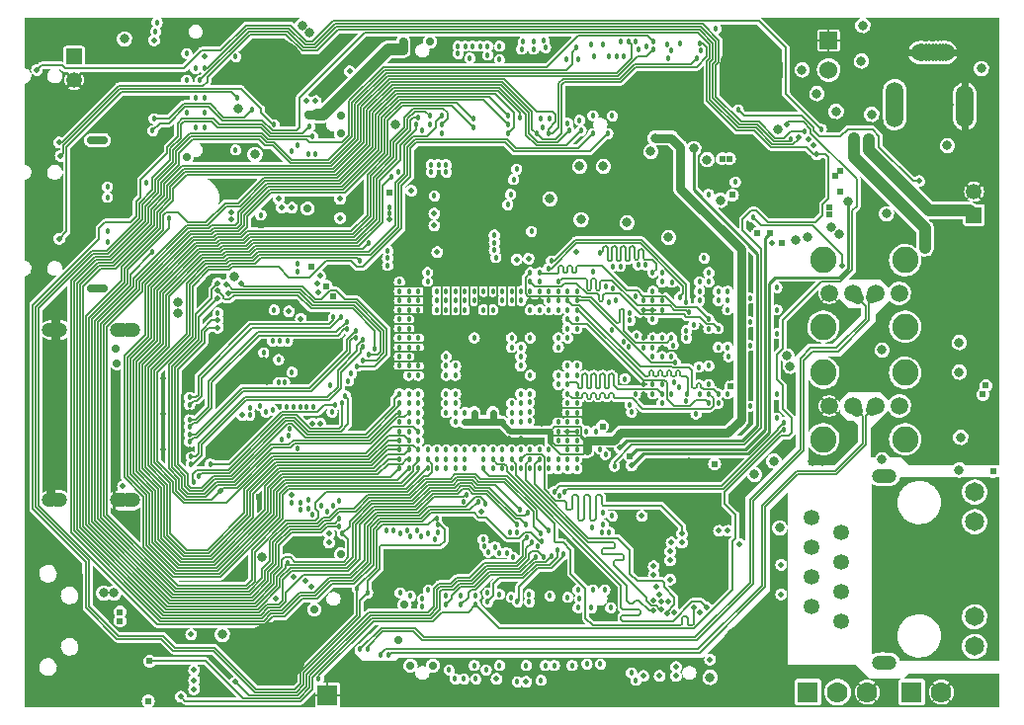
<source format=gbr>
%TF.GenerationSoftware,KiCad,Pcbnew,(6.0.1)*%
%TF.CreationDate,2022-06-22T14:46:01-03:00*%
%TF.ProjectId,A20-OLinuXino-Lime_Rev_I1,4132302d-4f4c-4696-9e75-58696e6f2d4c,rev?*%
%TF.SameCoordinates,Original*%
%TF.FileFunction,Copper,L3,Inr*%
%TF.FilePolarity,Positive*%
%FSLAX46Y46*%
G04 Gerber Fmt 4.6, Leading zero omitted, Abs format (unit mm)*
G04 Created by KiCad (PCBNEW (6.0.1)) date 2022-06-22 14:46:01*
%MOMM*%
%LPD*%
G01*
G04 APERTURE LIST*
%TA.AperFunction,ComponentPad*%
%ADD10C,5.500000*%
%TD*%
%TA.AperFunction,ComponentPad*%
%ADD11C,0.900000*%
%TD*%
%TA.AperFunction,ComponentPad*%
%ADD12C,1.500000*%
%TD*%
%TA.AperFunction,ComponentPad*%
%ADD13C,2.250000*%
%TD*%
%TA.AperFunction,ComponentPad*%
%ADD14R,1.778000X1.778000*%
%TD*%
%TA.AperFunction,ComponentPad*%
%ADD15C,1.778000*%
%TD*%
%TA.AperFunction,ComponentPad*%
%ADD16C,0.704800*%
%TD*%
%TA.AperFunction,ComponentPad*%
%ADD17R,1.422400X1.422400*%
%TD*%
%TA.AperFunction,ComponentPad*%
%ADD18R,0.400000X0.400000*%
%TD*%
%TA.AperFunction,ComponentPad*%
%ADD19R,1.350000X1.350000*%
%TD*%
%TA.AperFunction,ComponentPad*%
%ADD20C,1.350000*%
%TD*%
%TA.AperFunction,ComponentPad*%
%ADD21C,1.200000*%
%TD*%
%TA.AperFunction,ComponentPad*%
%ADD22C,1.524000*%
%TD*%
%TA.AperFunction,ComponentPad*%
%ADD23R,1.524000X1.524000*%
%TD*%
%TA.AperFunction,ComponentPad*%
%ADD24C,1.950000*%
%TD*%
%TA.AperFunction,ComponentPad*%
%ADD25C,1.650000*%
%TD*%
%TA.AperFunction,ViaPad*%
%ADD26C,0.803200*%
%TD*%
%TA.AperFunction,ViaPad*%
%ADD27C,0.457200*%
%TD*%
%TA.AperFunction,ViaPad*%
%ADD28C,0.503200*%
%TD*%
%TA.AperFunction,ViaPad*%
%ADD29C,0.603200*%
%TD*%
%TA.AperFunction,ViaPad*%
%ADD30C,0.703200*%
%TD*%
%TA.AperFunction,Conductor*%
%ADD31C,1.016000*%
%TD*%
%TA.AperFunction,Conductor*%
%ADD32C,0.609600*%
%TD*%
%TA.AperFunction,Conductor*%
%ADD33C,0.127000*%
%TD*%
%TA.AperFunction,Conductor*%
%ADD34C,0.254000*%
%TD*%
%TA.AperFunction,Conductor*%
%ADD35C,0.203200*%
%TD*%
%TA.AperFunction,Conductor*%
%ADD36C,0.508000*%
%TD*%
%TA.AperFunction,Conductor*%
%ADD37C,0.762000*%
%TD*%
%TA.AperFunction,Conductor*%
%ADD38C,0.355600*%
%TD*%
%TA.AperFunction,Conductor*%
%ADD39C,0.406400*%
%TD*%
%TA.AperFunction,Conductor*%
%ADD40C,0.152400*%
%TD*%
G04 APERTURE END LIST*
D10*
%TO.N,GND*%
%TO.C,CASE*%
X128071100Y-129998600D03*
D11*
X128071100Y-127748600D03*
X128071100Y-132248600D03*
X130321100Y-129998600D03*
X125821100Y-129998600D03*
X126524300Y-128451800D03*
X129618000Y-131545500D03*
X126524300Y-131545500D03*
X129618000Y-128451800D03*
D10*
X168931100Y-129998600D03*
D11*
X168931100Y-127748600D03*
X168931100Y-132248600D03*
X171181100Y-129998600D03*
X166681100Y-129998600D03*
X167384300Y-128451800D03*
X170478000Y-131545500D03*
X167384300Y-131545500D03*
X170478000Y-128451800D03*
D10*
X128071100Y-79998600D03*
D11*
X128071100Y-77748600D03*
X128071100Y-82248600D03*
X130321100Y-79998600D03*
X125821100Y-79998600D03*
X126524300Y-78451800D03*
X129618000Y-81545500D03*
X126524300Y-81545500D03*
X129618000Y-78451800D03*
D10*
X168931100Y-79998600D03*
D11*
X168931100Y-77748600D03*
X168931100Y-82248600D03*
X171181100Y-79998600D03*
X166681100Y-79998600D03*
X167384300Y-78451800D03*
X170478000Y-81545500D03*
X167384300Y-81545500D03*
X170478000Y-78451800D03*
%TD*%
D12*
%TO.N,N$194*%
%TO.C,USB_HOST2*%
X181655100Y-99100600D03*
%TO.N,UDM2*%
X179655100Y-99100600D03*
%TO.N,UDP2*%
X177655100Y-99100600D03*
%TO.N,GND*%
X175655100Y-99100600D03*
D13*
%TO.N,N/C*%
X182155100Y-101950600D03*
X182155100Y-96250600D03*
%TO.N,N$193*%
X175155100Y-96250600D03*
X175155100Y-101950600D03*
%TD*%
D14*
%TO.N,AXP_BACKUP*%
%TO.C,BACKUP*%
X182721100Y-133284600D03*
D15*
%TO.N,GND*%
X185261100Y-133284600D03*
%TD*%
D14*
%TO.N,UART0-TX*%
%TO.C,UART0*%
X173831100Y-133284600D03*
D15*
%TO.N,N$7*%
X176371100Y-133284600D03*
%TO.N,GND*%
X178911100Y-133284600D03*
%TD*%
D16*
%TO.N,N/C*%
%TO.C,SATA*%
X112850100Y-98705600D03*
X112625100Y-98705600D03*
X113100100Y-98705600D03*
X112425100Y-98705600D03*
X113525100Y-98705600D03*
X112850100Y-85965600D03*
X112625100Y-85965600D03*
X113100100Y-85965600D03*
X112425100Y-85965600D03*
X113525100Y-85965600D03*
X113325100Y-98705600D03*
X113325100Y-85965600D03*
%TD*%
D17*
%TO.N,GND*%
%TO.C,U12*%
X171672100Y-89850600D03*
D18*
X173272100Y-90500600D03*
X172672100Y-90500600D03*
X173272100Y-89200600D03*
X172672100Y-89200600D03*
X172322100Y-88250600D03*
X172322100Y-88850600D03*
X171022100Y-88250600D03*
X171022100Y-88850600D03*
X170072100Y-89200600D03*
X170672100Y-89200600D03*
X170072100Y-90500600D03*
X170672100Y-90500600D03*
X171022100Y-91450600D03*
X171022100Y-90850600D03*
X172322100Y-91450600D03*
X172322100Y-90850600D03*
%TD*%
D19*
%TO.N,+24V*%
%TO.C,LIPO_BAT*%
X188055100Y-92374600D03*
D20*
%TO.N,GND*%
X188055100Y-90374600D03*
%TD*%
D21*
%TO.N,N/C*%
%TO.C,HDMI*%
X115562100Y-116835600D03*
X109462100Y-116835600D03*
X109462100Y-102235600D03*
X115562100Y-102235600D03*
X115162100Y-116835600D03*
X109062100Y-116835600D03*
X109062100Y-102235600D03*
X115162100Y-102235600D03*
X114862100Y-116835600D03*
X115712100Y-116835600D03*
X115712100Y-102235600D03*
X114862100Y-102235600D03*
X116012100Y-116835600D03*
X116012100Y-102235600D03*
X109762100Y-102235600D03*
X109762100Y-116810600D03*
%TO.N,GND*%
X114612100Y-116835600D03*
X108762100Y-116835600D03*
X108762100Y-102235600D03*
X114612100Y-102235600D03*
%TD*%
D14*
%TO.N,GND*%
%TO.C,GND_PIN*%
X132683100Y-133538600D03*
%TD*%
D22*
%TO.N,5VEXT*%
%TO.C,C174*%
X175609100Y-79944600D03*
D23*
%TO.N,GND*%
X175609100Y-77404600D03*
%TD*%
D19*
%TO.N,N$24*%
%TO.C,5V_SATA_PWR*%
X110966100Y-78817600D03*
D20*
%TO.N,GND*%
X110966100Y-80817600D03*
%TD*%
D24*
%TO.N,GND*%
%TO.C,U2*%
X165322100Y-122870600D03*
D16*
X165822100Y-123970600D03*
X164822100Y-123970600D03*
X164222100Y-123370600D03*
X164222100Y-122370600D03*
X164822100Y-121770600D03*
X165822100Y-121770600D03*
X166422100Y-122370600D03*
X166422100Y-123370600D03*
%TD*%
D20*
%TO.N,N$77*%
%TO.C,LAN*%
X176656100Y-127198600D03*
%TO.N,N$81*%
X174116100Y-125928600D03*
%TO.N,ETHERNET_VDD*%
X176656100Y-124658600D03*
%TO.N,N/C*%
X174116100Y-123388600D03*
X176656100Y-122118600D03*
%TO.N,ETHERNET_VDD*%
X174116100Y-120848600D03*
%TO.N,N$82*%
X176656100Y-119578600D03*
%TO.N,N$83*%
X174116100Y-118308600D03*
D25*
%TO.N,N$88*%
X188104600Y-118673600D03*
%TO.N,N$87*%
X188104600Y-129353600D03*
D21*
%TO.N,CHASSIS*%
X180256100Y-130743600D03*
X180256100Y-114743600D03*
D25*
%TO.N,N$94*%
X188104600Y-116133600D03*
%TO.N,N$89*%
X188104600Y-126813600D03*
D21*
%TO.N,N/C*%
X180856100Y-130743600D03*
X180656100Y-130743600D03*
X180456100Y-130743600D03*
X180056100Y-130743600D03*
X179856100Y-130743600D03*
X179856100Y-114743600D03*
X180056100Y-114743600D03*
X180456100Y-114743600D03*
X180656100Y-114743600D03*
X180856100Y-114743600D03*
%TD*%
D12*
%TO.N,N$111*%
%TO.C,USB_HOST1*%
X181655100Y-108752600D03*
%TO.N,UDM1*%
X179655100Y-108752600D03*
%TO.N,UDP1*%
X177655100Y-108752600D03*
%TO.N,GND*%
X175655100Y-108752600D03*
D13*
%TO.N,N/C*%
X182155100Y-111602600D03*
X182155100Y-105902600D03*
%TO.N,N$193*%
X175155100Y-105902600D03*
X175155100Y-111602600D03*
%TD*%
D12*
%TO.N,5VEXT*%
%TO.C,PWR_JACK*%
X181266100Y-82916600D03*
%TO.N,N/C*%
X181266100Y-83216600D03*
X181266100Y-83516600D03*
X181266100Y-83816600D03*
X181266100Y-82616600D03*
X181266100Y-82316600D03*
X181266100Y-82016600D03*
X181266100Y-81716600D03*
X181266100Y-84116600D03*
%TO.N,GND*%
X187266100Y-82916600D03*
X184516100Y-78466600D03*
%TO.N,N/C*%
X184816100Y-78466600D03*
X185116100Y-78466600D03*
X185416100Y-78466600D03*
X184216100Y-78466600D03*
X183916100Y-78466600D03*
X183616100Y-78466600D03*
X185616100Y-78466600D03*
X183416100Y-78466600D03*
X187266100Y-83216600D03*
X187266100Y-83516600D03*
X187266100Y-82616600D03*
X187266100Y-82316600D03*
X187266100Y-83816600D03*
X187266100Y-82016600D03*
X187266100Y-84116600D03*
%TD*%
D26*
%TO.N,GND*%
X114776100Y-129474600D03*
D27*
X161341100Y-103715600D03*
X147641100Y-106115600D03*
X129635100Y-105090600D03*
X166941100Y-98115600D03*
X149241100Y-102915600D03*
X144441100Y-108515600D03*
D28*
X130016100Y-99883600D03*
D27*
X141801700Y-111339000D03*
X141496900Y-105751000D03*
X146841100Y-105315600D03*
D28*
X114649100Y-112035600D03*
D26*
X118078100Y-129474600D03*
D28*
X114649100Y-110535600D03*
D27*
X167100100Y-106360600D03*
D26*
X158591100Y-83119600D03*
D27*
X159741100Y-107715600D03*
X159741100Y-101315600D03*
X148441100Y-107715600D03*
X144441100Y-104515600D03*
D28*
X170402100Y-134046600D03*
X114649100Y-109035600D03*
D26*
X125063100Y-89850600D03*
D29*
X160750100Y-114107600D03*
D27*
X166941100Y-102915600D03*
X140441100Y-101315600D03*
X147288100Y-111542200D03*
X166941100Y-102115600D03*
D26*
X125698100Y-100010600D03*
X175101100Y-113472600D03*
X152114100Y-92390600D03*
D27*
X171164100Y-103566600D03*
X140441100Y-106915600D03*
X145241100Y-106115600D03*
D30*
X140049100Y-79055600D03*
D29*
X126841100Y-116520600D03*
D28*
X122523100Y-97851600D03*
D27*
X147641100Y-104515600D03*
D28*
X124174100Y-111313600D03*
D27*
X141241100Y-99715600D03*
D28*
X154146100Y-121473600D03*
D27*
X146841100Y-107715600D03*
D26*
X133445100Y-80833600D03*
D27*
X152441100Y-102115600D03*
X151301300Y-108392600D03*
X166141100Y-109315600D03*
X127857100Y-104201600D03*
X148253300Y-111567600D03*
X145241100Y-103715600D03*
X167227100Y-96073600D03*
X142841100Y-110115600D03*
X144519500Y-111567600D03*
X146841100Y-102915600D03*
D26*
X183991100Y-101915600D03*
D30*
X141446100Y-79055600D03*
D27*
X152441100Y-104515600D03*
D26*
X164306100Y-93025600D03*
X163671100Y-113599600D03*
D27*
X143641100Y-104515600D03*
D29*
X168878100Y-93406600D03*
D28*
X120872100Y-109281600D03*
X118586100Y-112456600D03*
D29*
X171799100Y-106233600D03*
D28*
X132741100Y-109988600D03*
D29*
X130778100Y-92644600D03*
D27*
X129635100Y-104201600D03*
X147641100Y-108515600D03*
D28*
X118586100Y-109408600D03*
D26*
X112998100Y-92335600D03*
X187420100Y-107630600D03*
D27*
X141496900Y-108494200D03*
D26*
X125444100Y-123378600D03*
D27*
X145241100Y-108515600D03*
D26*
X179927100Y-105598600D03*
D29*
X181070100Y-100518600D03*
D26*
X180308100Y-95311600D03*
X132175100Y-85151600D03*
D28*
X156940100Y-110805600D03*
D27*
X168878100Y-102550600D03*
X159741100Y-100515600D03*
D29*
X141319100Y-95184600D03*
D28*
X114649100Y-106035600D03*
D27*
X144441100Y-105315600D03*
X166941100Y-108515600D03*
X154041100Y-110915600D03*
X159741100Y-106915600D03*
D26*
X151225100Y-92390600D03*
X159861100Y-92898600D03*
D27*
X141241100Y-98915600D03*
D30*
X122142100Y-87437600D03*
D27*
X140441100Y-102115600D03*
X145241100Y-100515600D03*
X159741100Y-102915600D03*
X145241100Y-104515600D03*
X146841100Y-104515600D03*
D26*
X161766100Y-86929600D03*
D27*
X149218500Y-111567600D03*
X149241100Y-106115600D03*
X168878100Y-100518600D03*
X128746100Y-104201600D03*
X152441100Y-105315600D03*
X151021900Y-110246800D03*
D26*
X132175100Y-121346600D03*
X145065600Y-119060600D03*
D27*
X171164100Y-99502600D03*
D26*
X125444100Y-122489600D03*
D27*
X144441100Y-107715600D03*
D28*
X114649100Y-113535600D03*
X160623100Y-121473600D03*
D27*
X146841100Y-108515600D03*
X166141100Y-101315600D03*
D28*
X118586100Y-106360600D03*
D27*
X161341100Y-98915600D03*
X127222100Y-104785800D03*
X127476100Y-105776400D03*
X148441100Y-104515600D03*
D26*
X167481100Y-116774600D03*
D27*
X166141100Y-100515600D03*
D26*
X173069100Y-98486600D03*
D27*
X145241100Y-107715600D03*
X132429100Y-105217600D03*
X166141100Y-97315600D03*
X147641100Y-102915600D03*
X128568300Y-108849800D03*
D28*
X108553100Y-76134600D03*
D27*
X141241100Y-100515600D03*
D29*
X181070100Y-110170600D03*
D26*
X157321100Y-89977600D03*
X188055100Y-105471600D03*
D27*
X149241100Y-100515600D03*
X171164100Y-108773600D03*
D28*
X147669100Y-125791600D03*
D27*
X152441100Y-107715600D03*
D29*
X139922100Y-91755600D03*
D27*
X146841100Y-106115600D03*
X160541100Y-100515600D03*
X146841100Y-103715600D03*
X147641100Y-100515600D03*
D26*
X174212100Y-113472600D03*
D27*
X171164100Y-101534600D03*
X163671100Y-130744600D03*
X148441100Y-100515600D03*
X145241100Y-105315600D03*
D28*
X120872100Y-112456600D03*
D27*
X147641100Y-107715600D03*
X142841100Y-103715600D03*
D26*
X174593100Y-80833600D03*
D29*
X113506100Y-134046600D03*
D27*
X153241100Y-110915600D03*
X141496900Y-109459400D03*
X168878100Y-109789600D03*
X150841100Y-99715600D03*
X147641100Y-103715600D03*
D28*
X186277100Y-93406600D03*
D27*
X160466100Y-110040600D03*
X147641100Y-109315600D03*
X152441100Y-101315600D03*
D26*
X107664100Y-96327600D03*
D27*
X165341100Y-103715600D03*
D26*
X182086100Y-85786600D03*
D27*
X147641100Y-105315600D03*
D26*
X176498100Y-84643600D03*
D27*
X166141100Y-102915600D03*
D26*
X187420100Y-99502600D03*
D27*
X148441100Y-105315600D03*
D30*
X139795100Y-132268600D03*
D26*
X183991100Y-110170600D03*
D27*
X168878100Y-107757600D03*
D29*
X126968100Y-93279600D03*
D28*
X120872100Y-106360600D03*
D27*
X142841100Y-102915600D03*
D30*
X141700100Y-132268600D03*
D27*
X159289600Y-97978600D03*
D28*
X154654100Y-131887600D03*
D27*
X168878100Y-98613600D03*
D26*
X128111100Y-83754600D03*
D27*
X148441100Y-106115600D03*
D29*
X139922100Y-92771600D03*
D27*
X150041100Y-99715600D03*
X144441100Y-106115600D03*
X143554300Y-111567600D03*
X127476100Y-106741600D03*
D26*
X188055100Y-113091600D03*
%TO.N,VCC*%
X123666100Y-128331600D03*
D27*
X142841100Y-107715600D03*
D26*
X174593100Y-81976600D03*
D28*
X159607100Y-118171600D03*
D27*
X149241100Y-109315600D03*
D28*
X138017100Y-92771600D03*
D27*
X143641100Y-100515600D03*
D28*
X159734100Y-131887600D03*
D26*
X151733100Y-90993600D03*
D27*
X140441100Y-110115600D03*
X143641100Y-107715600D03*
X143641100Y-110115600D03*
D26*
X130524100Y-76134600D03*
D27*
X149241100Y-110115600D03*
D26*
X124682100Y-97623000D03*
D27*
X140441100Y-109315600D03*
D26*
X169259100Y-114615600D03*
D27*
X140441100Y-105315600D03*
D30*
X133826100Y-83881600D03*
D27*
X144441100Y-100515600D03*
D26*
X126460100Y-87183600D03*
X131159100Y-76769600D03*
D30*
X141446100Y-77531600D03*
D27*
X149966100Y-109240600D03*
X144441100Y-109315600D03*
X148441100Y-109315600D03*
X150145600Y-93787600D03*
X141827100Y-90739600D03*
X142841100Y-100515600D03*
D30*
X141700100Y-130998600D03*
D27*
X148441100Y-110115600D03*
D30*
X133826100Y-121473600D03*
D26*
X125063100Y-83246600D03*
D27*
X138017100Y-91755600D03*
D28*
X129635100Y-116393600D03*
D27*
X146841100Y-100515600D03*
D30*
X139287100Y-125791600D03*
D27*
X145241100Y-102915600D03*
X138017100Y-92263600D03*
D28*
X115157100Y-115631600D03*
D27*
X126968100Y-92390600D03*
D30*
X114522100Y-103820600D03*
D29*
X117316100Y-134046600D03*
D28*
X160623100Y-122489600D03*
X145891100Y-117790600D03*
D26*
X160369100Y-86929600D03*
D30*
X120618100Y-87437600D03*
D27*
X146041100Y-100515600D03*
D28*
X162528100Y-131125600D03*
D27*
X149966100Y-110040600D03*
X142841100Y-104515600D03*
D30*
%TO.N,+5V*%
X139795100Y-130998600D03*
X131794100Y-83754600D03*
D26*
X186785100Y-114234600D03*
D30*
X139160100Y-78293600D03*
D26*
X119856100Y-100772600D03*
D30*
X139160100Y-77531600D03*
D26*
X178530100Y-76134600D03*
D30*
X131540100Y-126172600D03*
D26*
X186785100Y-105852600D03*
D30*
X131032100Y-83754600D03*
D26*
X115284100Y-77277600D03*
X127095100Y-121727600D03*
X119856100Y-99883600D03*
X188690100Y-79817600D03*
X176244100Y-83500600D03*
D29*
%TO.N,VPP*%
X138017100Y-90485600D03*
D28*
X131667100Y-82611600D03*
D26*
X158337100Y-93025600D03*
X165195100Y-87628100D03*
D27*
X140441100Y-103715600D03*
D29*
X133191100Y-99375600D03*
D27*
%TO.N,V+*%
X171164100Y-100518600D03*
D26*
X156305100Y-88199600D03*
D27*
X152441100Y-100515600D03*
X168878100Y-101534600D03*
X166941100Y-103715600D03*
X167041100Y-104515600D03*
X166941100Y-99715600D03*
X160541100Y-107715600D03*
X168878100Y-99502600D03*
X166941100Y-98915600D03*
X161341100Y-98115600D03*
X168878100Y-103566600D03*
X151641100Y-99715600D03*
X171164100Y-107757600D03*
X168878100Y-108773600D03*
X152441100Y-106115600D03*
X161341100Y-102915600D03*
X152441100Y-103715600D03*
X151641100Y-100515600D03*
X165341100Y-97315600D03*
X171164100Y-102550600D03*
X160541100Y-99715600D03*
D26*
X170910100Y-113472600D03*
D27*
X171164100Y-109789600D03*
X152441100Y-110915600D03*
D26*
X154273100Y-88199600D03*
D28*
X154019100Y-95565600D03*
D27*
X166941100Y-100515600D03*
X171164100Y-98613600D03*
X166941100Y-107715600D03*
X152441100Y-102915600D03*
X166141100Y-108515600D03*
D29*
X165830100Y-113726600D03*
D27*
X150841100Y-100515600D03*
X160541100Y-101315600D03*
X164941100Y-96073600D03*
X165341100Y-102115600D03*
X158718100Y-109281600D03*
X160541100Y-104515600D03*
X152441100Y-110115600D03*
X159741100Y-99715600D03*
X152441100Y-106915600D03*
%TO.N,XTALI*%
X134461100Y-106614600D03*
%TO.N,XTALO*%
X134715100Y-105979600D03*
%TO.N,SA2*%
X162141100Y-107715600D03*
X153241100Y-102115600D03*
%TO.N,SA3*%
X153241100Y-106915600D03*
X161341100Y-107715600D03*
%TO.N,SA4*%
X166141100Y-107715600D03*
X153241100Y-99715600D03*
%TO.N,SA5*%
X153241100Y-106115600D03*
X158591100Y-108646600D03*
%TO.N,SA6*%
X165341100Y-108515600D03*
X153241100Y-101315600D03*
%TO.N,SA8*%
X154041100Y-98915600D03*
X163341100Y-108315600D03*
%TO.N,SA9*%
X153241100Y-105315600D03*
X161341100Y-108515600D03*
%TO.N,SA10*%
X154041100Y-107715600D03*
X164496600Y-105408100D03*
%TO.N,SA11*%
X154041100Y-100515600D03*
X163441100Y-107715600D03*
%TO.N,SA12*%
X154041100Y-105315600D03*
X165341100Y-106915600D03*
%TO.N,DQ3*%
X166141100Y-102115600D03*
X150041100Y-98115600D03*
%TO.N,DQ4*%
X162141100Y-102915600D03*
X150041100Y-97315600D03*
%TO.N,DQ5*%
X152441100Y-98115600D03*
X163607600Y-100709100D03*
%TO.N,DQ6*%
X160541100Y-102915600D03*
X150841100Y-98115600D03*
%TO.N,DQ7*%
X164052100Y-101788600D03*
X162210600Y-98143700D03*
%TO.N,DQ8*%
X164541100Y-99715600D03*
X159289600Y-96645100D03*
%TO.N,DQ9*%
X161341100Y-99715600D03*
X159099100Y-99375600D03*
%TO.N,DQ10*%
X166141100Y-99715600D03*
X159924600Y-96645100D03*
%TO.N,CKE*%
X165341100Y-105315600D03*
X154041100Y-106115600D03*
%TO.N,SA1*%
X158146600Y-106424100D03*
X164541100Y-107715600D03*
%TO.N,SA0*%
X162341100Y-106715600D03*
X153241100Y-100515600D03*
%TO.N,BA0*%
X160541100Y-106915600D03*
X154041100Y-108515600D03*
%TO.N,BA1*%
X153241100Y-107715600D03*
X165341100Y-107715600D03*
%TO.N,CLK*%
X163417100Y-102296600D03*
X158591100Y-100772600D03*
D29*
%TO.N,+24V*%
X175685300Y-92314400D03*
D26*
X179038100Y-85913600D03*
D29*
X175685300Y-91704800D03*
X176625100Y-90358600D03*
D27*
%TO.N,CLKN*%
X158591100Y-101407600D03*
X163417100Y-102931600D03*
D28*
%TO.N,N$66*%
X130905100Y-82611600D03*
D26*
%TO.N,5VEXT*%
X172738900Y-94549600D03*
D27*
%TO.N,VCC/2*%
X146841100Y-109315600D03*
X146841100Y-110115600D03*
D26*
X160750100Y-85786600D03*
D27*
X147641100Y-110115600D03*
X145241100Y-110115600D03*
X145241100Y-109315600D03*
X144441100Y-110115600D03*
%TO.N,VCCINT*%
X142841100Y-109315600D03*
X150041100Y-102915600D03*
X150041100Y-107715600D03*
X143641100Y-106115600D03*
X142841100Y-106115600D03*
X149241100Y-104515600D03*
X143641100Y-108515600D03*
D26*
X154400100Y-92771600D03*
D27*
X148441100Y-108515600D03*
X150041100Y-106115600D03*
X149241100Y-105315600D03*
X142841100Y-108515600D03*
X149241100Y-103715600D03*
X149241100Y-107715600D03*
X143641100Y-109315600D03*
X148441100Y-103715600D03*
X149241100Y-108515600D03*
%TO.N,RESET_N*%
X143097100Y-131379600D03*
D28*
X176752100Y-96708600D03*
D27*
X144441100Y-114115600D03*
D28*
X165449100Y-130490600D03*
D27*
X144303600Y-116965100D03*
X169132100Y-92568400D03*
D28*
%TO.N,NMI_N*%
X174593100Y-87183600D03*
D27*
X152441100Y-111715600D03*
X157257600Y-113917100D03*
X117697100Y-85151600D03*
%TO.N,UDP1*%
X137255100Y-130109600D03*
X138841100Y-104515600D03*
%TO.N,UDM1*%
X139641100Y-104515600D03*
X137890100Y-130109600D03*
D29*
%TO.N,UDP0*%
X114903100Y-127188600D03*
D27*
X138841100Y-105315600D03*
D28*
X132810100Y-120457600D03*
D29*
%TO.N,UDM0*%
X114903100Y-126426600D03*
D28*
X132810100Y-119695600D03*
D27*
X139641100Y-105315600D03*
%TO.N,TPX1*%
X130143100Y-86421600D03*
X157448100Y-78801600D03*
%TO.N,TPY1*%
X158083100Y-78801600D03*
X129635100Y-86929600D03*
%TO.N,TPX2*%
X155543100Y-78801600D03*
X131667100Y-87183600D03*
%TO.N,TPY2*%
X131032100Y-87183600D03*
X156813100Y-78801600D03*
%TO.N,SA14*%
X159041100Y-107715600D03*
X164241100Y-109415600D03*
%TO.N,SA13*%
X154041100Y-99715600D03*
X162464600Y-105027100D03*
%TO.N,BA2*%
X153241100Y-108515600D03*
X161341100Y-106915600D03*
%TO.N,DDR3_RST*%
X162782100Y-107122600D03*
X157003600Y-102233100D03*
%TO.N,CASN*%
X154041100Y-102115600D03*
X161341100Y-104515600D03*
%TO.N,RASN*%
X162141100Y-104515600D03*
X153241100Y-102915600D03*
%TO.N,SDQM0*%
X150841100Y-97315600D03*
X165341100Y-101315600D03*
%TO.N,SDQM1*%
X156813100Y-99883600D03*
X161341100Y-100515600D03*
%TO.N,SDQS0*%
X151606100Y-96962600D03*
X162845600Y-99439100D03*
%TO.N,SDQS0_N*%
X163353600Y-99820100D03*
X151860100Y-96327600D03*
%TO.N,SDQS1*%
X164541100Y-98915600D03*
X157130600Y-96772100D03*
%TO.N,SDQS1_N*%
X164541100Y-98115600D03*
X157765600Y-96772100D03*
%TO.N,DDR3_ODT*%
X159162600Y-102741100D03*
D26*
%TO.N,+5V_OTG_PWR*%
X114395100Y-124775600D03*
D29*
X171621300Y-94778200D03*
D26*
X113506100Y-124775600D03*
X165449100Y-132014600D03*
X172307100Y-105344600D03*
X172053100Y-104455600D03*
D28*
%TO.N,USB0-DRV*%
X128238100Y-125283600D03*
X171989600Y-84580100D03*
D27*
X131921100Y-132141600D03*
X145383100Y-125791600D03*
D28*
%TO.N,USB0-VBUSDET*%
X124809100Y-132395600D03*
D27*
X152441400Y-114116000D03*
X149764600Y-120013100D03*
D29*
%TO.N,N$101*%
X188817100Y-107757600D03*
D27*
%TO.N,PB18/TWI1-SCK*%
X133953100Y-119695600D03*
X149193100Y-117663600D03*
X154400100Y-85151600D03*
%TO.N,PB19/TWI1-SDA*%
X129254100Y-122235600D03*
X153384100Y-85151600D03*
X149828100Y-117917600D03*
D29*
%TO.N,VINT*%
X169513100Y-93914600D03*
%TO.N,EXTEN*%
X167354100Y-90663400D03*
D27*
X167862100Y-83373600D03*
D28*
X183356100Y-89469600D03*
X134588100Y-80071600D03*
D29*
%TO.N,IPSOUT*%
X176193300Y-89037800D03*
D26*
X161893100Y-94295600D03*
D27*
X128111100Y-84643600D03*
D26*
X175863100Y-93406600D03*
D29*
X166490500Y-87564600D03*
D26*
X173831100Y-94232100D03*
X176498100Y-94041600D03*
D29*
X167100100Y-87564600D03*
D26*
X171227600Y-85024600D03*
X185769100Y-86421600D03*
X138525100Y-84580100D03*
D28*
X109823100Y-87310600D03*
D29*
X176625100Y-88606000D03*
D26*
X166338100Y-91120600D03*
%TO.N,N$128*%
X180562100Y-92263600D03*
D29*
%TO.N,VDD_RTC*%
X170554500Y-93965400D03*
X158591100Y-113028100D03*
D27*
X149966100Y-108440600D03*
D30*
%TO.N,LDO3_2.8V*%
X138779100Y-128839600D03*
D26*
X177260100Y-91247600D03*
D28*
X158718100Y-113853600D03*
D27*
X140441100Y-111715600D03*
D28*
%TO.N,N$38*%
X107791100Y-79944600D03*
D27*
X174974100Y-85024600D03*
D28*
%TO.N,N$140*%
X173005600Y-85723100D03*
X109696100Y-86167600D03*
D27*
%TO.N,USB0-IDDET*%
X150145600Y-120457600D03*
X152558600Y-116457100D03*
D29*
X117443100Y-130617600D03*
D26*
%TO.N,N$23*%
X177768100Y-85786600D03*
X183864100Y-95184600D03*
D27*
%TO.N,LCD_D3*%
X148621600Y-89342600D03*
X154146100Y-79055600D03*
%TO.N,LCD_D5*%
X155289100Y-77785600D03*
X148367600Y-90612600D03*
%TO.N,LCD_D7*%
X148113600Y-91501600D03*
X156305100Y-77785600D03*
%TO.N,LCD_D10*%
X149447100Y-77531600D03*
X143641100Y-99715600D03*
%TO.N,LCD_D11*%
X143641100Y-98915600D03*
X149320100Y-78166600D03*
%TO.N,LCD_D12*%
X144441100Y-99715600D03*
X150336100Y-77531600D03*
%TO.N,LCD_D13*%
X150336100Y-78166600D03*
X144441100Y-98915600D03*
%TO.N,LCD_D14*%
X151225100Y-77404600D03*
X145241100Y-99715600D03*
%TO.N,LCD_D15*%
X145241100Y-98915600D03*
X151352100Y-78039600D03*
%TO.N,LCD_D18*%
X144494100Y-77912600D03*
X147641100Y-99715600D03*
%TO.N,LCD_D19*%
X144875100Y-78928600D03*
X147641100Y-98915600D03*
%TO.N,LCD_D20*%
X145764100Y-77912600D03*
X148441100Y-99715600D03*
%TO.N,LCD_D21*%
X148441100Y-98915600D03*
X145129100Y-77912600D03*
%TO.N,LCD_D22*%
X146399100Y-77912600D03*
X146970600Y-94105100D03*
%TO.N,LCD_D23*%
X147097600Y-96010100D03*
X146399100Y-78674600D03*
%TO.N,LCD_CLK*%
X159099100Y-77531600D03*
X149241100Y-99715600D03*
%TO.N,LCD_DE*%
X157829100Y-77531600D03*
X149241100Y-98915600D03*
%TO.N,NWE/SPI0_MOSI*%
X121634100Y-114742600D03*
D28*
X131921100Y-98994600D03*
D27*
X134207100Y-107884600D03*
%TO.N,NALE/SPI0_MISO*%
X133953100Y-108519600D03*
X121253100Y-115250600D03*
D28*
X131794100Y-98232600D03*
D27*
%TO.N,NCLE/SPI0_SCK*%
X122650100Y-113726600D03*
D28*
X132048100Y-97597600D03*
D27*
X133318100Y-108646600D03*
D28*
%TO.N,NCE0*%
X132071300Y-110242600D03*
X128746100Y-91755600D03*
%TO.N,NRE*%
X131376100Y-110242600D03*
D27*
X130143100Y-96581600D03*
D28*
%TO.N,N$124*%
X124428100Y-92771600D03*
D27*
%TO.N,PB3*%
X145573600Y-116965100D03*
X154019100Y-78039600D03*
X143605100Y-132141600D03*
%TO.N,PB4*%
X146208600Y-117092100D03*
X144367100Y-132141600D03*
X158464100Y-77531600D03*
%TO.N,LCD_PWR*%
X151034600Y-120330600D03*
X153241100Y-114115600D03*
X160623100Y-77531600D03*
%TO.N,USB1-DRV*%
X153003100Y-116076100D03*
D29*
X189706100Y-114361600D03*
D27*
X171799100Y-110805600D03*
%TO.N,PC3/SATA-PWR-EN*%
X151098100Y-84897600D03*
X133064100Y-109281600D03*
X126206100Y-83373600D03*
X117824100Y-84135600D03*
%TO.N,PC24*%
X138841100Y-111715600D03*
X155416100Y-85405600D03*
%TO.N,VMIC*%
X139641100Y-98915600D03*
X138779100Y-88707600D03*
%TO.N,DQ11*%
X160541100Y-98915600D03*
X157130600Y-98677100D03*
%TO.N,DQ12*%
X165341100Y-98115600D03*
X156495600Y-98486600D03*
%TO.N,DQ13*%
X156051100Y-95629100D03*
X160541100Y-97315600D03*
%TO.N,DQ14*%
X157384600Y-99693100D03*
X166141100Y-98915600D03*
%TO.N,DQ15*%
X155428800Y-97203900D03*
X161369100Y-97343600D03*
D28*
%TO.N,ETXD0*%
X161893100Y-125537600D03*
D27*
X149241100Y-112515600D03*
%TO.N,ETXD1*%
X150041100Y-113315600D03*
D28*
X161258100Y-126172600D03*
%TO.N,ETXD2*%
X162401100Y-126426600D03*
D27*
X150041100Y-112515600D03*
%TO.N,ETXD3*%
X150841100Y-113315600D03*
D28*
X161766100Y-126553600D03*
%TO.N,ETXEN*%
X161258100Y-125537600D03*
D27*
X146841100Y-112515600D03*
D28*
%TO.N,ERXD0*%
X162020100Y-121981600D03*
D27*
X150841100Y-112515600D03*
D28*
%TO.N,ERXD1*%
X162020100Y-121219600D03*
D27*
X151641100Y-113315600D03*
%TO.N,ERXD2*%
X151641100Y-112515600D03*
D28*
X162147100Y-120457600D03*
%TO.N,ERXD3*%
X163036100Y-120457600D03*
D27*
X152441100Y-113315600D03*
D28*
%TO.N,ERXDV*%
X160623100Y-126299600D03*
D27*
X148441100Y-113315600D03*
%TO.N,ERXERR*%
X148441100Y-112515600D03*
D28*
X160623100Y-123251600D03*
%TO.N,EMDC*%
X161131100Y-124902600D03*
D27*
X147641100Y-112515600D03*
D28*
%TO.N,EMDIO*%
X160877100Y-124267600D03*
D27*
X147641100Y-113315600D03*
D28*
%TO.N,ECOL*%
X160623100Y-125410600D03*
D27*
X146041100Y-113315600D03*
D28*
%TO.N,ECRS*%
X162020100Y-123632600D03*
D27*
X146041100Y-112515600D03*
D28*
%TO.N,ERXCK*%
X163036100Y-119695600D03*
D27*
X149241100Y-113315600D03*
%TO.N,ETXCK*%
X146841100Y-113315600D03*
D28*
X165195100Y-126045600D03*
D27*
%TO.N,SD0-D1*%
X129635100Y-117028600D03*
X139641100Y-106115600D03*
D28*
X121253100Y-133030600D03*
D27*
%TO.N,SD0-D0*%
X130397100Y-117028600D03*
D28*
X121253100Y-132268600D03*
D27*
X140441100Y-106115600D03*
%TO.N,SD0-CLK*%
X131032100Y-117536600D03*
D28*
X120999100Y-128331600D03*
D27*
X139641100Y-107715600D03*
D28*
%TO.N,SD0-CMD*%
X131286100Y-124267600D03*
D27*
X131032100Y-116774600D03*
X140441100Y-107715600D03*
D28*
%TO.N,SD0-D3*%
X130778100Y-123759600D03*
D27*
X131413100Y-118044600D03*
X139641100Y-108515600D03*
%TO.N,SD0-D2*%
X130397100Y-117663600D03*
D28*
X121253100Y-131379600D03*
D27*
X140441100Y-108515600D03*
D28*
X129762100Y-123378600D03*
D27*
%TO.N,SD0-DET#*%
X151161600Y-121664100D03*
D28*
X120110100Y-133665600D03*
D27*
%TO.N,UART0-TX*%
X149193100Y-84008600D03*
X150971100Y-119695600D03*
D28*
%TO.N,UART0-RX*%
X161131100Y-131887600D03*
D27*
X151606100Y-119441600D03*
X148177100Y-85405600D03*
D30*
%TO.N,HDMI_5V_SOURCE*%
X114649100Y-105090600D03*
D27*
%TO.N,HTX2P*%
X120999100Y-113726600D03*
X135731100Y-103693600D03*
%TO.N,HTX2N*%
X135731100Y-103058600D03*
X120999100Y-113091600D03*
%TO.N,HTX1P*%
X135096100Y-102931600D03*
X120872100Y-111821600D03*
%TO.N,HTX1N*%
X135096100Y-102296600D03*
X120872100Y-111186600D03*
%TO.N,HTX0P*%
X134334100Y-102169600D03*
X120872100Y-110551600D03*
%TO.N,HTX0N*%
X120872100Y-109916600D03*
X134334100Y-101534600D03*
%TO.N,HTXCP*%
X120872100Y-108646600D03*
X133826100Y-101153600D03*
%TO.N,HTXCN*%
X133191100Y-101153600D03*
X120872100Y-108011600D03*
%TO.N,HCEC*%
X135223100Y-105344600D03*
D28*
X125317100Y-98232600D03*
%TO.N,HSCL*%
X124174100Y-99121600D03*
D27*
X136239100Y-104328600D03*
%TO.N,HSDA*%
X136747100Y-103820600D03*
D28*
X123285100Y-98867600D03*
D27*
%TO.N,HHPD*%
X135731100Y-104836600D03*
D28*
X124047100Y-98359600D03*
D27*
%TO.N,SCS0*%
X154041100Y-101315600D03*
X158019600Y-103249100D03*
%TO.N,CPU-REF*%
X152441100Y-99715600D03*
X150041100Y-98915600D03*
X153241100Y-110115600D03*
D29*
X156241600Y-110488100D03*
D27*
X154041100Y-110115600D03*
%TO.N,N$2*%
X150841100Y-98915600D03*
D28*
X149891600Y-96137100D03*
%TO.N,LDO4_2.8V*%
X157702100Y-112329600D03*
D27*
X141241100Y-112515600D03*
D26*
X164052100Y-86675600D03*
D27*
%TO.N,N$116*%
X154841100Y-110915600D03*
%TO.N,N$133*%
X139641100Y-100515600D03*
D29*
%TO.N,GNDA*%
X132556100Y-98486600D03*
D30*
X130968600Y-91819100D03*
D28*
X139858600Y-90295100D03*
D27*
X140441100Y-102915600D03*
D26*
X173323100Y-79944600D03*
D30*
X133826100Y-85405600D03*
D28*
%TO.N,N$176*%
X133762600Y-92644600D03*
D27*
X139641100Y-101315600D03*
D28*
%TO.N,N$122*%
X133762600Y-90993600D03*
D27*
X138841100Y-100515600D03*
%TO.N,MICIN2*%
X122142100Y-82357600D03*
X137826600Y-95438600D03*
%TO.N,HPOUTR*%
X140441100Y-100515600D03*
X142462100Y-85405600D03*
%TO.N,HPCOM*%
X140441100Y-98915600D03*
X141446100Y-84643600D03*
%TO.N,HPOUTL*%
X140441100Y-99715600D03*
X140811100Y-85151600D03*
D28*
%TO.N,N$1*%
X142081100Y-95565600D03*
%TO.N,N$190*%
X148875600Y-96200600D03*
D27*
X148441100Y-102915600D03*
%TO.N,TWI0-SCK*%
X142017600Y-118362100D03*
X135223100Y-124394600D03*
D28*
X173894600Y-85913600D03*
D27*
X131413100Y-85659600D03*
%TO.N,TWI0-SDA*%
X142144600Y-118933600D03*
X136112100Y-124775600D03*
X131159100Y-84770600D03*
D28*
X174339100Y-86421600D03*
D27*
%TO.N,PB20/TWI2_SCK*%
X151606100Y-85405600D03*
X164306100Y-78928600D03*
X150041100Y-114115600D03*
X148939100Y-118933600D03*
%TO.N,PB21/TWI2_SDA*%
X150841100Y-114115600D03*
X149637600Y-118933600D03*
X150590100Y-85405600D03*
X164560100Y-77658600D03*
%TO.N,UDM2*%
X136112100Y-129601600D03*
X139641100Y-103715600D03*
%TO.N,UDP2*%
X135477100Y-129601600D03*
X138841100Y-103715600D03*
D26*
%TO.N,N$192*%
X180181100Y-113345600D03*
X186912100Y-111440600D03*
%TO.N,N$195*%
X186785100Y-103312600D03*
X180181100Y-103947600D03*
D27*
%TO.N,USB2-DRV*%
X171799100Y-110170600D03*
D29*
X189071100Y-106995600D03*
D27*
X152114100Y-116076100D03*
%TO.N,N$106*%
X113823600Y-94676600D03*
%TO.N,N$112*%
X113823600Y-93787600D03*
%TO.N,N$113*%
X113823600Y-90866600D03*
%TO.N,N$114*%
X113823600Y-89977600D03*
%TO.N,SATA-TXP*%
X139641100Y-102915600D03*
%TO.N,SATA-RXP*%
X138841100Y-102115600D03*
%TO.N,SATA-TXM*%
X138841100Y-102915600D03*
%TO.N,SATA-RXM*%
X139641100Y-102115600D03*
%TO.N,N$119*%
X138841100Y-101315600D03*
%TO.N,VDD*%
X142841100Y-105315600D03*
D28*
X128492100Y-90993600D03*
D27*
X143641100Y-105315600D03*
D29*
X131286100Y-96835600D03*
D27*
X142041100Y-100515600D03*
%TO.N,LCD_D17*%
X143859100Y-78547600D03*
X146041100Y-98915600D03*
%TO.N,LCD_D16*%
X146841100Y-98915600D03*
X143859100Y-77912600D03*
%TO.N,LCD_D9*%
X147415100Y-79055600D03*
X146970600Y-94740100D03*
%TO.N,LCD_D8*%
X147415100Y-77912600D03*
X146970600Y-95375100D03*
%TO.N,LCD_D1*%
X148875600Y-88453600D03*
X153130100Y-79055600D03*
%TO.N,PB10*%
X149701100Y-130998600D03*
X147641100Y-114115600D03*
%TO.N,PH11*%
X148939100Y-125537600D03*
X152876100Y-121473600D03*
%TO.N,PI20*%
X144441100Y-112515600D03*
X151733100Y-125029600D03*
%TO.N,PI21*%
X145241100Y-112515600D03*
X148558100Y-121727600D03*
%TO.N,PI19*%
X144441100Y-113315600D03*
X154273100Y-125283600D03*
%TO.N,PI18*%
X154146100Y-126045600D03*
X143641100Y-112515600D03*
%TO.N,PI17*%
X142841100Y-112515600D03*
X155289100Y-126045600D03*
%TO.N,PI16*%
X142041100Y-112515600D03*
X156940100Y-126045600D03*
%TO.N,N$42*%
X142841100Y-98915600D03*
D28*
X141827100Y-92263600D03*
%TO.N,N$223*%
X141827100Y-93279600D03*
D27*
X142841100Y-99715600D03*
%TO.N,N$229*%
X159353100Y-78166600D03*
%TO.N,N$230*%
X159988100Y-77912600D03*
D28*
%TO.N,N$232*%
X129635100Y-91755600D03*
D27*
%TO.N,PC19*%
X138841100Y-107715600D03*
X153257100Y-84516600D03*
D28*
X123285100Y-102042600D03*
D27*
%TO.N,PC20*%
X138841100Y-108515600D03*
D28*
X123285100Y-101407600D03*
D27*
X154273100Y-84262600D03*
%TO.N,PC21*%
X138841100Y-109315600D03*
D28*
X123285100Y-99502600D03*
D27*
X155416100Y-83881600D03*
D28*
%TO.N,PC22*%
X123285100Y-98232600D03*
D27*
X139641100Y-109315600D03*
X157067100Y-83881600D03*
%TO.N,PI12*%
X142841100Y-114115600D03*
X153257100Y-125156600D03*
%TO.N,PI13*%
X154146100Y-124521600D03*
X142841100Y-113315600D03*
%TO.N,PI3*%
X139477600Y-119378100D03*
X141319100Y-124521600D03*
%TO.N,PI0*%
X137699600Y-119378100D03*
X138906100Y-124775600D03*
%TO.N,PI1*%
X138334600Y-119378100D03*
X139795100Y-125029600D03*
%TO.N,PI2*%
X140811100Y-125283600D03*
X138906100Y-119632100D03*
%TO.N,PI10*%
X142041100Y-114115600D03*
X149955100Y-124902600D03*
%TO.N,PI11*%
X149955100Y-125537600D03*
X142041100Y-113315600D03*
%TO.N,PG0*%
X135477100Y-96327600D03*
X139641100Y-111715600D03*
%TO.N,PG1*%
X136239100Y-94803600D03*
X138841100Y-112515600D03*
%TO.N,PG2*%
X139641100Y-112515600D03*
X138144100Y-89088600D03*
%TO.N,PG3*%
X138841100Y-113315600D03*
X140303100Y-84643600D03*
%TO.N,PG4*%
X139641100Y-113315600D03*
X140430100Y-84008600D03*
%TO.N,PG5*%
X138841100Y-114115600D03*
X141446100Y-83881600D03*
%TO.N,PG6*%
X140441100Y-112515600D03*
X142462100Y-83881600D03*
%TO.N,PG7*%
X139641100Y-114115600D03*
X142462100Y-84643600D03*
%TO.N,PG8*%
X140441100Y-113315600D03*
X145205300Y-84897600D03*
%TO.N,PG9*%
X145205300Y-84135600D03*
X140441100Y-114115600D03*
%TO.N,PG10*%
X141241100Y-113315600D03*
X148177100Y-83881600D03*
%TO.N,PG11*%
X141241100Y-114115600D03*
X148177100Y-84643600D03*
%TO.N,PI14*%
X143641100Y-114115600D03*
X155416100Y-124521600D03*
%TO.N,PI15*%
X143641100Y-113315600D03*
X156432100Y-124521600D03*
%TO.N,PH27*%
X153241100Y-111715600D03*
D28*
X162528100Y-131887600D03*
D27*
%TO.N,PH26*%
X156305100Y-118933600D03*
X154041100Y-111715600D03*
%TO.N,PH25*%
X153241100Y-112515600D03*
X156178100Y-119568600D03*
%TO.N,PH24*%
X154041100Y-112515600D03*
X155352600Y-119124100D03*
%TO.N,PH23*%
X157067100Y-118171600D03*
X156495600Y-112901100D03*
%TO.N,PH22*%
X156051100Y-112456600D03*
X156305100Y-117917600D03*
%TO.N,PH21*%
X156813100Y-119568600D03*
X154041100Y-113315600D03*
%TO.N,PH12/CTP_INT*%
X150971100Y-132268600D03*
X154041100Y-114115600D03*
X164687100Y-78293600D03*
%TO.N,PH9/CAN_CTRL*%
X153241100Y-113315600D03*
D28*
X147161100Y-132141600D03*
D27*
%TO.N,PH2/LED*%
X151641100Y-114115600D03*
X140811100Y-125918600D03*
%TO.N,PH0*%
X142843100Y-125791600D03*
X150526600Y-121664100D03*
D28*
%TO.N,PC23/SPI0_CS0*%
X123539100Y-116012600D03*
D27*
X140441100Y-110915600D03*
X156686100Y-85405600D03*
%TO.N,PC18*%
X119094100Y-92644600D03*
X151733100Y-84135600D03*
X133699100Y-119060600D03*
%TO.N,PC17*%
X133699100Y-118425600D03*
X117697100Y-95565600D03*
X124809100Y-78801600D03*
%TO.N,PB13/CTP_RES*%
X147415100Y-121346600D03*
X153638100Y-130998600D03*
X165957100Y-76388600D03*
%TO.N,PB12*%
X152114100Y-130998600D03*
X149241100Y-114115600D03*
%TO.N,PB11*%
X148441100Y-114115600D03*
X151352100Y-130998600D03*
%TO.N,PB8/SATA-PWR-EN*%
X117189100Y-89596600D03*
X147034100Y-120838600D03*
X148939100Y-132395600D03*
%TO.N,PB7*%
X147415100Y-130998600D03*
X146462600Y-121283100D03*
%TO.N,PB6*%
X146145100Y-120775100D03*
X146272100Y-131379600D03*
%TO.N,PB5*%
X146018100Y-120203600D03*
X145383100Y-132141600D03*
%TO.N,MIC1OUTN*%
X137826600Y-96073600D03*
X122142100Y-83627600D03*
%TO.N,MIC1OUTP*%
X122142100Y-84897600D03*
X137826600Y-96708600D03*
%TO.N,FMINL*%
X139641100Y-99715600D03*
X118078100Y-75880600D03*
%TO.N,FMINR*%
X138841100Y-99715600D03*
X117951100Y-76642600D03*
%TO.N,LINEINL*%
X138841100Y-98115600D03*
X120618100Y-78547600D03*
%TO.N,LINEINR*%
X121380100Y-79817600D03*
X138841100Y-98915600D03*
%TO.N,TVIN0*%
X142208100Y-88072600D03*
X141241100Y-97315600D03*
X121380100Y-84897600D03*
%TO.N,TVIN1*%
X120618100Y-83627600D03*
X141573100Y-88707600D03*
X141241100Y-98115600D03*
%TO.N,TVIN2*%
X142843100Y-88707600D03*
X121380100Y-82357600D03*
X142041100Y-98915600D03*
%TO.N,TVIN3*%
X120618100Y-80833600D03*
X142041100Y-99715600D03*
X141573100Y-88072600D03*
%TO.N,TVOUT3*%
X142843100Y-88072600D03*
X124809100Y-86802600D03*
%TO.N,SRST*%
X151641100Y-98915600D03*
%TO.N,ODT0*%
X152441100Y-98915600D03*
D29*
%TO.N,DDR_VREF*%
X167227100Y-107059100D03*
D27*
X162274100Y-103566600D03*
X159741100Y-103715600D03*
%TO.N,N$9*%
X165322100Y-90612600D03*
%TO.N,PB14*%
X148050100Y-121346600D03*
X154908100Y-130871600D03*
%TO.N,PB15*%
X148304100Y-119568600D03*
X156051100Y-130871600D03*
%TO.N,PB16*%
X158718100Y-131633600D03*
X148939100Y-119568600D03*
%TO.N,PB17*%
X150653600Y-120775100D03*
X159099100Y-132268600D03*
%TO.N,UBOOT_SEL*%
X124936100Y-82357600D03*
X150971100Y-84135600D03*
D28*
X109696100Y-94422600D03*
D27*
X150041100Y-100515600D03*
%TO.N,PI4*%
X139795100Y-119886100D03*
X142843100Y-125029600D03*
%TO.N,PI5*%
X140366600Y-119378100D03*
X144113100Y-125029600D03*
%TO.N,PI6*%
X140684100Y-119949600D03*
X145383100Y-125029600D03*
%TO.N,GPIO3*%
X122142100Y-79817600D03*
X173513600Y-85215100D03*
%TO.N,GPIO2*%
X121761100Y-80833600D03*
X172370600Y-85850100D03*
%TO.N,GPIO1*%
X167608100Y-89571200D03*
%TO.N,PB2/PWM0*%
X144557600Y-116330100D03*
X160623100Y-78166600D03*
%TO.N,PI9*%
X142144600Y-119568600D03*
X148431100Y-125156600D03*
%TO.N,PI7*%
X141255600Y-119695600D03*
X146399100Y-124775600D03*
%TO.N,PI8*%
X141890600Y-120203600D03*
X147415100Y-124902600D03*
%TO.N,N$14*%
X155641100Y-110915600D03*
D26*
%TO.N,N$15*%
X178403100Y-79182600D03*
D27*
%TO.N,PB9/USB0-DRV*%
X146841100Y-114115600D03*
%TO.N,PH7/PB9*%
X145256100Y-130998600D03*
%TO.N,PH7/USB0-DRV*%
X151860100Y-121600600D03*
X144113100Y-125791600D03*
D26*
%TO.N,N$25*%
X179292100Y-83754600D03*
D27*
%TO.N,SCS1*%
X153241100Y-98915600D03*
X158464100Y-103693600D03*
%TO.N,SCKE1*%
X153241100Y-109315600D03*
X166141100Y-103715600D03*
%TO.N,ODT1*%
X160541100Y-103715600D03*
X154041100Y-109315600D03*
%TO.N,PH10/EPHY-RST#*%
X146399100Y-125537600D03*
D28*
X149701100Y-132395600D03*
D27*
X152368100Y-121092600D03*
D26*
%TO.N,CHASSIS*%
X185261100Y-122870600D03*
X185261100Y-119060600D03*
X181451100Y-119060600D03*
X185261100Y-126680600D03*
X189071100Y-122870600D03*
X187166100Y-120965600D03*
X181451100Y-122870600D03*
X183356100Y-120965600D03*
X189071100Y-125410600D03*
X187166100Y-124775600D03*
X183356100Y-124775600D03*
X189071100Y-120330600D03*
X181451100Y-126680600D03*
D28*
%TO.N,N$87*%
X166211100Y-119441600D03*
%TO.N,N$88*%
X166973100Y-119441600D03*
%TO.N,N$90*%
X167989100Y-120584600D03*
%TO.N,NRST*%
X164560100Y-126426600D03*
D27*
%TO.N,ETXERR*%
X146041100Y-114115600D03*
D28*
X164052100Y-126045600D03*
%TO.N,ETHERNET_VDD*%
X171545100Y-124902600D03*
X171545100Y-122362600D03*
D26*
X171418100Y-119187600D03*
D27*
%TO.N,NDQ0/SDC2_D0*%
X130320900Y-108849800D03*
X129431900Y-110729400D03*
%TO.N,NDQ1/SDC2_D1*%
X129736700Y-108849800D03*
X129381100Y-111313600D03*
%TO.N,NDQ2/SDC2_D2*%
X128746100Y-111618400D03*
X129152500Y-108849800D03*
%TO.N,NDQ3/SDC2_D3*%
X130143100Y-112380400D03*
X131489300Y-108849800D03*
%TO.N,NDQ4/SDC2_D4*%
X138841100Y-110115600D03*
X132175100Y-117282600D03*
X130905100Y-108849800D03*
%TO.N,NDQ5/SDC2_D5*%
X139641100Y-110115600D03*
X132683100Y-117790600D03*
X127984100Y-109091100D03*
%TO.N,NDQ6/SDC2_D6*%
X133191100Y-117282600D03*
X138841100Y-110915600D03*
X127412600Y-109281600D03*
%TO.N,NDQ7/SDC2_D7*%
X126930000Y-108710100D03*
X139641100Y-110915600D03*
X133699100Y-116901600D03*
%TO.N,NRB0/SDC2_CMD*%
X130143100Y-97216600D03*
X126015600Y-109535600D03*
X129254100Y-103185600D03*
%TO.N,PC7/SDC2_CLK*%
X123285100Y-100772600D03*
D28*
X122142100Y-78801600D03*
D27*
X128111100Y-100518600D03*
D28*
X125380600Y-109535600D03*
%TO.N,PC16/NWP/SDC2_RST*%
X117824100Y-77404600D03*
X124428100Y-92136600D03*
D27*
X127984100Y-103185600D03*
X126015600Y-108900600D03*
%TO.N,N$29*%
X132937100Y-106970200D03*
%TO.N,N$75*%
X128619100Y-103185600D03*
%TO.N,EMMC_VCC*%
X129635100Y-105852600D03*
D28*
X129381100Y-100645600D03*
D27*
X128492100Y-106741600D03*
D28*
X130397100Y-101280600D03*
D27*
X129000100Y-106741600D03*
X127222100Y-104201600D03*
%TO.N,INT/X1*%
X161766100Y-77785600D03*
%TO.N,SCL/Y1*%
X162909100Y-77658600D03*
%TO.N,RES/X2*%
X161893100Y-78928600D03*
%TO.N,SDA/Y2*%
X162147100Y-78293600D03*
D28*
%TO.N,AXP_BACKUP*%
X170783100Y-94803600D03*
D27*
%TO.N,N$22*%
X128492100Y-104785800D03*
%TD*%
D31*
%TO.N,GND*%
X172307100Y-87691600D02*
X173069100Y-87691600D01*
D32*
X187293100Y-78420600D02*
X182467100Y-78420600D01*
D33*
X148041100Y-101015600D02*
X148841100Y-101015600D01*
D31*
X170529100Y-87691600D02*
X170529100Y-91755600D01*
D33*
X141741100Y-98415600D02*
X142441100Y-98415600D01*
X147341100Y-101015600D02*
X147341100Y-100215600D01*
D34*
X107029100Y-118552600D02*
X107029100Y-98867600D01*
D33*
X146441100Y-98415600D02*
X147241100Y-98415600D01*
X140941100Y-98615600D02*
X140841100Y-98515600D01*
X141541100Y-101015600D02*
X141541100Y-98615600D01*
D31*
X172307100Y-91755600D02*
X173069100Y-91755600D01*
D33*
X144941100Y-101015600D02*
X145541100Y-101015600D01*
D31*
X173831100Y-87818600D02*
X173831100Y-91628600D01*
X172307100Y-87691600D02*
X172307100Y-91755600D01*
D33*
X144941100Y-100215600D02*
X144841100Y-100115600D01*
D32*
X187293100Y-85405600D02*
X187293100Y-78420600D01*
D35*
X161666100Y-104040600D02*
X162766100Y-104040600D01*
D33*
X138241100Y-104115600D02*
X140841100Y-104115600D01*
D34*
X114395100Y-117790600D02*
X114903100Y-118298600D01*
D31*
X108762100Y-116835600D02*
X108934100Y-116835600D01*
D33*
X144841100Y-98415600D02*
X145641100Y-98415600D01*
D31*
X173704100Y-87691600D02*
X173831100Y-87818600D01*
D33*
X145541100Y-100215600D02*
X145641100Y-100115600D01*
X140941100Y-99315600D02*
X138341100Y-99315600D01*
D31*
X173069100Y-87691600D02*
X173069100Y-91755600D01*
D33*
X145541100Y-101015600D02*
X145541100Y-100215600D01*
X142441100Y-101015600D02*
X143241100Y-101015600D01*
D31*
X170529100Y-87691600D02*
X171418100Y-87691600D01*
X173069100Y-91755600D02*
X173704100Y-91755600D01*
D35*
X161341100Y-103715600D02*
X161666100Y-104040600D01*
D31*
X170529100Y-91755600D02*
X171418100Y-91755600D01*
X171418100Y-91755600D02*
X172307100Y-91755600D01*
D34*
X114776100Y-129474600D02*
X111601100Y-126299600D01*
X120237100Y-113472600D02*
X120237100Y-107757600D01*
D33*
X144041100Y-101015600D02*
X144041100Y-98415600D01*
X138441100Y-105715600D02*
X141041100Y-105715600D01*
X148041100Y-101015600D02*
X148041100Y-98415600D01*
D36*
X107410100Y-98486600D02*
X107664100Y-98232600D01*
X107664100Y-98232600D02*
X107664100Y-96327600D01*
D37*
X108934100Y-116835600D02*
X108934100Y-113345600D01*
D34*
X120237100Y-107757600D02*
X120872100Y-107122600D01*
D33*
X147241100Y-98415600D02*
X148041100Y-98415600D01*
X144041100Y-98415600D02*
X144841100Y-98415600D01*
D31*
X164433100Y-83119600D02*
X169005100Y-87691600D01*
D33*
X143241100Y-101015600D02*
X144041100Y-101015600D01*
X138141100Y-104915600D02*
X140741100Y-104915600D01*
X151841100Y-109715600D02*
X154741100Y-109715600D01*
X140941100Y-100115600D02*
X140941100Y-99315600D01*
X145641100Y-98415600D02*
X146441100Y-98415600D01*
X146441100Y-101015600D02*
X147341100Y-101015600D01*
D34*
X107029100Y-98867600D02*
X107410100Y-98486600D01*
X111601100Y-123124600D02*
X107029100Y-118552600D01*
D33*
X142441100Y-101015600D02*
X142441100Y-98415600D01*
X138141100Y-101715600D02*
X140741100Y-101715600D01*
D31*
X169005100Y-87691600D02*
X170529100Y-87691600D01*
D33*
X138241100Y-100915600D02*
X140841100Y-100915600D01*
X140941100Y-100115600D02*
X140941100Y-101015600D01*
X140841100Y-98515600D02*
X138241100Y-98515600D01*
D34*
X111601100Y-126299600D02*
X111601100Y-123124600D01*
D33*
X138341100Y-100115600D02*
X140941100Y-100115600D01*
X144041100Y-101015600D02*
X144941100Y-101015600D01*
X143241100Y-101015600D02*
X143241100Y-98415600D01*
X146441100Y-101015600D02*
X146441100Y-98415600D01*
D31*
X173704100Y-91755600D02*
X173831100Y-91628600D01*
D33*
X140841100Y-98515600D02*
X140341100Y-98015600D01*
X144941100Y-101015600D02*
X144941100Y-100215600D01*
X140941100Y-101015600D02*
X141541100Y-101015600D01*
X145641100Y-98415600D02*
X145641100Y-100115600D01*
D31*
X171418100Y-87691600D02*
X171418100Y-91755600D01*
D33*
X140941100Y-99315600D02*
X140941100Y-98615600D01*
D31*
X173069100Y-87691600D02*
X173704100Y-87691600D01*
D33*
X145541100Y-101015600D02*
X146441100Y-101015600D01*
X140941100Y-98615600D02*
X141541100Y-98615600D01*
D37*
X109334100Y-103935600D02*
X109334100Y-100445600D01*
D33*
X138241100Y-103315600D02*
X140841100Y-103315600D01*
D34*
X120872100Y-107122600D02*
X120872100Y-106360600D01*
D33*
X141541100Y-98615600D02*
X141741100Y-98415600D01*
X141541100Y-101015600D02*
X142441100Y-101015600D01*
D31*
X171418100Y-87691600D02*
X172307100Y-87691600D01*
D33*
X148841100Y-101015600D02*
X148841100Y-98415600D01*
X148041100Y-98415600D02*
X148841100Y-98415600D01*
X143241100Y-98415600D02*
X144041100Y-98415600D01*
X138241100Y-102515600D02*
X140841100Y-102515600D01*
X147341100Y-100215600D02*
X147241100Y-100115600D01*
D34*
X120872100Y-105852600D02*
X123031100Y-103693600D01*
D33*
X147341100Y-101015600D02*
X148041100Y-101015600D01*
X142441100Y-98415600D02*
X143241100Y-98415600D01*
X147241100Y-98415600D02*
X147241100Y-100115600D01*
D34*
X120872100Y-106360600D02*
X120872100Y-105852600D01*
X114395100Y-117790600D02*
X114395100Y-114488600D01*
D33*
X144841100Y-98415600D02*
X144841100Y-100115600D01*
X151841100Y-108915600D02*
X154741100Y-108915600D01*
D31*
X158591100Y-83119600D02*
X164433100Y-83119600D01*
D37*
%TO.N,+5V*%
X131032100Y-83754600D02*
X131794100Y-83754600D01*
X139160100Y-78166600D02*
X139160100Y-78293600D01*
D31*
X132302100Y-83754600D02*
X137890100Y-78166600D01*
D37*
X139160100Y-78166600D02*
X139160100Y-77531600D01*
D31*
X137890100Y-78166600D02*
X138906100Y-78166600D01*
D37*
X138906100Y-78166600D02*
X139160100Y-78166600D01*
D31*
X131794100Y-83754600D02*
X132302100Y-83754600D01*
D33*
%TO.N,SA3*%
X155797100Y-107249600D02*
X155924100Y-107249600D01*
X157514100Y-107315600D02*
X160941100Y-107315600D01*
X156686100Y-107249600D02*
X156813100Y-107122600D01*
X154527100Y-106106600D02*
X154654100Y-105979600D01*
X154273100Y-107249600D02*
X154146100Y-107122600D01*
X156432100Y-106106600D02*
X156432100Y-107122600D01*
X155924100Y-107249600D02*
X156051100Y-107122600D01*
X154527100Y-107122600D02*
X154400100Y-107249600D01*
X157067100Y-105979600D02*
X157194100Y-106106600D01*
X156305100Y-105979600D02*
X156432100Y-106106600D01*
X154146100Y-106868600D02*
X154019100Y-106741600D01*
X155416100Y-105979600D02*
X155543100Y-105979600D01*
X160941100Y-107315600D02*
X161341100Y-107715600D01*
X154908100Y-106106600D02*
X154908100Y-107122600D01*
X156051100Y-106106600D02*
X156178100Y-105979600D01*
X154400100Y-107249600D02*
X154273100Y-107249600D01*
X156813100Y-107122600D02*
X156813100Y-106106600D01*
X154146100Y-107122600D02*
X154146100Y-106868600D01*
X154908100Y-107122600D02*
X155035100Y-107249600D01*
X157194100Y-106106600D02*
X157194100Y-106995600D01*
X155035100Y-107249600D02*
X155162100Y-107249600D01*
X155289100Y-106106600D02*
X155416100Y-105979600D01*
X155162100Y-107249600D02*
X155289100Y-107122600D01*
X156051100Y-107122600D02*
X156051100Y-106106600D01*
X155670100Y-107122600D02*
X155797100Y-107249600D01*
X156940100Y-105979600D02*
X157067100Y-105979600D01*
X156559100Y-107249600D02*
X156686100Y-107249600D01*
X153415100Y-106741600D02*
X153241100Y-106915600D01*
X157194100Y-106995600D02*
X157514100Y-107315600D01*
X155289100Y-107122600D02*
X155289100Y-106106600D01*
X154527100Y-107122600D02*
X154527100Y-106106600D01*
X155670100Y-106106600D02*
X155670100Y-107122600D01*
X154781100Y-105979600D02*
X154908100Y-106106600D01*
X154019100Y-106741600D02*
X153415100Y-106741600D01*
X154654100Y-105979600D02*
X154781100Y-105979600D01*
X156432100Y-107122600D02*
X156559100Y-107249600D01*
X156178100Y-105979600D02*
X156305100Y-105979600D01*
X156813100Y-106106600D02*
X156940100Y-105979600D01*
X155543100Y-105979600D02*
X155670100Y-106106600D01*
%TO.N,SA4*%
X164687100Y-106932100D02*
X164687100Y-107122600D01*
X164306100Y-106932100D02*
X164433100Y-106805100D01*
X164052100Y-107249600D02*
X164179100Y-107249600D01*
X162274100Y-105471600D02*
X163671100Y-105471600D01*
X164179100Y-107249600D02*
X164306100Y-107122600D01*
X154251100Y-100115600D02*
X159480100Y-105344600D01*
X165741100Y-107315600D02*
X166141100Y-107715600D01*
X163925100Y-105725600D02*
X163925100Y-107122600D01*
X164880100Y-107315600D02*
X165741100Y-107315600D01*
X163671100Y-105471600D02*
X163925100Y-105725600D01*
X162147100Y-105344600D02*
X162274100Y-105471600D01*
X164687100Y-107122600D02*
X164880100Y-107315600D01*
X153241100Y-99715600D02*
X153641100Y-100115600D01*
X159480100Y-105344600D02*
X162147100Y-105344600D01*
X164560100Y-106805100D02*
X164687100Y-106932100D01*
X164306100Y-107122600D02*
X164306100Y-106932100D01*
X153641100Y-100115600D02*
X154251100Y-100115600D01*
X164433100Y-106805100D02*
X164560100Y-106805100D01*
X163925100Y-107122600D02*
X164052100Y-107249600D01*
%TO.N,SA6*%
X154903100Y-101715600D02*
X159703100Y-106515600D01*
X153241100Y-101315600D02*
X153641100Y-101715600D01*
X161741100Y-108134600D02*
X162342000Y-108735500D01*
X164241100Y-108215600D02*
X165041100Y-108215600D01*
X161541100Y-106515600D02*
X161741100Y-106715600D01*
X153641100Y-101715600D02*
X154903100Y-101715600D01*
X162342000Y-108735500D02*
X163721200Y-108735500D01*
X161741100Y-106715600D02*
X161741100Y-108134600D01*
X163721200Y-108735500D02*
X164241100Y-108215600D01*
X165041100Y-108215600D02*
X165341100Y-108515600D01*
X159703100Y-106515600D02*
X161541100Y-106515600D01*
%TO.N,SA11*%
X161258100Y-105725600D02*
X161385100Y-105852600D01*
X162528100Y-105852600D02*
X162655100Y-105725600D01*
X162655100Y-105725600D02*
X162782100Y-105725600D01*
X160623100Y-105852600D02*
X160623100Y-106106600D01*
X163544100Y-106360600D02*
X163544100Y-107612600D01*
X162782100Y-105725600D02*
X162909100Y-105852600D01*
X163417100Y-106233600D02*
X163544100Y-106360600D01*
X162909100Y-105852600D02*
X162909100Y-106106600D01*
X162274100Y-106233600D02*
X162401100Y-106233600D01*
X161004100Y-106106600D02*
X161004100Y-105852600D01*
X154170100Y-100515600D02*
X159888100Y-106233600D01*
X162909100Y-106106600D02*
X163036100Y-106233600D01*
X160115100Y-106233600D02*
X160242100Y-106106600D01*
X161766100Y-105852600D02*
X161893100Y-105725600D01*
X161385100Y-106106600D02*
X161512100Y-106233600D01*
X162147100Y-106106600D02*
X162274100Y-106233600D01*
X161766100Y-106106600D02*
X161766100Y-105852600D01*
X162401100Y-106233600D02*
X162528100Y-106106600D01*
X161131100Y-105725600D02*
X161258100Y-105725600D01*
X161639100Y-106233600D02*
X161766100Y-106106600D01*
X162147100Y-105852600D02*
X162147100Y-106106600D01*
X159888100Y-106233600D02*
X160115100Y-106233600D01*
X161004100Y-105852600D02*
X161131100Y-105725600D01*
X160623100Y-106106600D02*
X160750100Y-106233600D01*
X163544100Y-107612600D02*
X163441100Y-107715600D01*
X160242100Y-106106600D02*
X160242100Y-105852600D01*
X160496100Y-105725600D02*
X160623100Y-105852600D01*
X163036100Y-106233600D02*
X163417100Y-106233600D01*
X161893100Y-105725600D02*
X162020100Y-105725600D01*
X162528100Y-106106600D02*
X162528100Y-105852600D01*
X160750100Y-106233600D02*
X160877100Y-106233600D01*
X161385100Y-105852600D02*
X161385100Y-106106600D01*
X160369100Y-105725600D02*
X160496100Y-105725600D01*
X154041100Y-100515600D02*
X154170100Y-100515600D01*
X161512100Y-106233600D02*
X161639100Y-106233600D01*
X160877100Y-106233600D02*
X161004100Y-106106600D01*
X160242100Y-105852600D02*
X160369100Y-105725600D01*
X162020100Y-105725600D02*
X162147100Y-105852600D01*
%TO.N,DQ3*%
X154019100Y-98232600D02*
X154908100Y-99121600D01*
X156305100Y-99248600D02*
X156432100Y-99121600D01*
X156051100Y-99751600D02*
X156178100Y-99751600D01*
X150041100Y-98115600D02*
X150441100Y-98515600D01*
X157702100Y-99121600D02*
X159496100Y-100915600D01*
X165741100Y-101715600D02*
X166141100Y-102115600D01*
X156432100Y-99121600D02*
X157702100Y-99121600D01*
X163179100Y-100915600D02*
X163417100Y-101153600D01*
X155797100Y-99121600D02*
X155924100Y-99248600D01*
X153003100Y-98232600D02*
X154019100Y-98232600D01*
X159496100Y-100915600D02*
X163179100Y-100915600D01*
X163417100Y-101153600D02*
X164560100Y-101153600D01*
X164560100Y-101153600D02*
X165122100Y-101715600D01*
X156178100Y-99751600D02*
X156305100Y-99624600D01*
X150441100Y-98515600D02*
X152720100Y-98515600D01*
X165122100Y-101715600D02*
X165741100Y-101715600D01*
X152720100Y-98515600D02*
X153003100Y-98232600D01*
X155924100Y-99624600D02*
X156051100Y-99751600D01*
X156305100Y-99624600D02*
X156305100Y-99248600D01*
X155924100Y-99248600D02*
X155924100Y-99624600D01*
X154908100Y-99121600D02*
X155797100Y-99121600D01*
%TO.N,DQ4*%
X150041100Y-97315600D02*
X149641100Y-97715600D01*
X154463600Y-99439100D02*
X155225600Y-99439100D01*
X157575100Y-101661600D02*
X157702100Y-101534600D01*
X157702100Y-100551400D02*
X157829100Y-100424400D01*
X157829100Y-100424400D02*
X157956100Y-100424400D01*
X159102100Y-103315600D02*
X161741100Y-103315600D01*
X158083100Y-102296600D02*
X159102100Y-103315600D01*
X155225600Y-99439100D02*
X157448100Y-101661600D01*
X158083100Y-100551400D02*
X158083100Y-102296600D01*
X157956100Y-100424400D02*
X158083100Y-100551400D01*
X149641100Y-97715600D02*
X149641100Y-99115600D01*
X154340100Y-99315600D02*
X154463600Y-99439100D01*
X149641100Y-99115600D02*
X149841100Y-99315600D01*
X161741100Y-103315600D02*
X162141100Y-102915600D01*
X149841100Y-99315600D02*
X154340100Y-99315600D01*
X157448100Y-101661600D02*
X157575100Y-101661600D01*
X157702100Y-101534600D02*
X157702100Y-100551400D01*
%TO.N,DQ5*%
X157067100Y-97978600D02*
X159204100Y-100115600D01*
X155289100Y-98677100D02*
X155289100Y-97915100D01*
X162401100Y-100518600D02*
X163417100Y-100518600D01*
X155162100Y-98804100D02*
X155289100Y-98677100D01*
X163417100Y-100518600D02*
X163607600Y-100709100D01*
X155416100Y-97788100D02*
X155543100Y-97788100D01*
X152768600Y-97788100D02*
X154781100Y-97788100D01*
X156051100Y-98105600D02*
X156178100Y-97978600D01*
X154908100Y-97915100D02*
X154908100Y-98677100D01*
X155670100Y-98677100D02*
X155797100Y-98804100D01*
X155035100Y-98804100D02*
X155162100Y-98804100D01*
X154908100Y-98677100D02*
X155035100Y-98804100D01*
X154781100Y-97788100D02*
X154908100Y-97915100D01*
X155924100Y-98804100D02*
X156051100Y-98677100D01*
X155797100Y-98804100D02*
X155924100Y-98804100D01*
X152441100Y-98115600D02*
X152768600Y-97788100D01*
X155289100Y-97915100D02*
X155416100Y-97788100D01*
X156051100Y-98677100D02*
X156051100Y-98105600D01*
X156178100Y-97978600D02*
X157067100Y-97978600D01*
X155670100Y-97915100D02*
X155670100Y-98677100D01*
X159204100Y-100115600D02*
X161998100Y-100115600D01*
X161998100Y-100115600D02*
X162401100Y-100518600D01*
X155543100Y-97788100D02*
X155670100Y-97915100D01*
%TO.N,BA1*%
X154908100Y-107993800D02*
X155035100Y-108120800D01*
X156709100Y-108097800D02*
X156813100Y-107993800D01*
X156548800Y-108097800D02*
X156709100Y-108097800D01*
X165466500Y-108990200D02*
X165741100Y-108715600D01*
X155162100Y-108120800D02*
X155289100Y-107993800D01*
X155289100Y-107757600D02*
X155416100Y-107630600D01*
X156051100Y-107993800D02*
X156051100Y-107757600D01*
X158768100Y-108115600D02*
X159642700Y-108990200D01*
X154410400Y-108115600D02*
X154527100Y-107998900D01*
X154908100Y-107757600D02*
X154908100Y-107993800D01*
X154527100Y-107757600D02*
X154654100Y-107630600D01*
X156940100Y-107630600D02*
X157067100Y-107630600D01*
X156432100Y-107981100D02*
X156548800Y-108097800D01*
X155924100Y-108120800D02*
X156051100Y-107993800D01*
X156305100Y-107630600D02*
X156432100Y-107757600D01*
X155416100Y-107630600D02*
X155543100Y-107630600D01*
X154781100Y-107630600D02*
X154908100Y-107757600D01*
X153641100Y-108115600D02*
X154410400Y-108115600D01*
X157298100Y-108115600D02*
X158768100Y-108115600D01*
X154527100Y-107998900D02*
X154527100Y-107757600D01*
X165741100Y-108715600D02*
X165741100Y-108115600D01*
X153241100Y-107715600D02*
X153641100Y-108115600D01*
X155035100Y-108120800D02*
X155162100Y-108120800D01*
X159642700Y-108990200D02*
X165466500Y-108990200D01*
X155289100Y-107993800D02*
X155289100Y-107757600D01*
X156051100Y-107757600D02*
X156178100Y-107630600D01*
X156813100Y-107757600D02*
X156940100Y-107630600D01*
X156432100Y-107757600D02*
X156432100Y-107981100D01*
X156178100Y-107630600D02*
X156305100Y-107630600D01*
X155670100Y-107757600D02*
X155670100Y-107993800D01*
X157194100Y-107757600D02*
X157194100Y-108011600D01*
X157194100Y-108011600D02*
X157298100Y-108115600D01*
X155797100Y-108120800D02*
X155924100Y-108120800D01*
X156813100Y-107993800D02*
X156813100Y-107757600D01*
X165741100Y-108115600D02*
X165341100Y-107715600D01*
X154654100Y-107630600D02*
X154781100Y-107630600D01*
X155543100Y-107630600D02*
X155670100Y-107757600D01*
X155670100Y-107993800D02*
X155797100Y-108120800D01*
X157067100Y-107630600D02*
X157194100Y-107757600D01*
D31*
%TO.N,+24V*%
X184245100Y-92009600D02*
X187690100Y-92009600D01*
X179038100Y-85913600D02*
X179038100Y-86802600D01*
X187690100Y-92009600D02*
X188055100Y-92374600D01*
X179038100Y-86802600D02*
X184245100Y-92009600D01*
D37*
%TO.N,VCC/2*%
X157194100Y-111694600D02*
X157829100Y-111059600D01*
X154908100Y-111694600D02*
X157194100Y-111694600D01*
D33*
X154441100Y-111354600D02*
X154527100Y-111440600D01*
D36*
X148341100Y-110915600D02*
X151741100Y-110915600D01*
D33*
X154341100Y-110515600D02*
X154441100Y-110615600D01*
D36*
X147641100Y-110215600D02*
X148341100Y-110915600D01*
D37*
X162147100Y-85786600D02*
X160750100Y-85786600D01*
D32*
X146841100Y-110115600D02*
X147641100Y-110115600D01*
D37*
X154908100Y-112115600D02*
X154908100Y-112583600D01*
D32*
X145241100Y-110115600D02*
X145241100Y-109315600D01*
X145241100Y-110115600D02*
X146841100Y-110115600D01*
X144441100Y-110115600D02*
X145241100Y-110115600D01*
D33*
X152141100Y-110515600D02*
X154341100Y-110515600D01*
D36*
X151741100Y-111315600D02*
X151741100Y-111888600D01*
D37*
X168116100Y-95311600D02*
X162909100Y-90104600D01*
D33*
X154576100Y-112915600D02*
X154908100Y-112583600D01*
X151741100Y-110915600D02*
X152141100Y-110515600D01*
D32*
X146841100Y-110115600D02*
X146841100Y-109315600D01*
D33*
X151963300Y-111888600D02*
X152190300Y-112115600D01*
D37*
X162909100Y-90104600D02*
X162909100Y-86548600D01*
D33*
X151741100Y-111888600D02*
X151741100Y-112015600D01*
D36*
X147641100Y-110115600D02*
X147641100Y-110215600D01*
D38*
X154527100Y-111440600D02*
X154781100Y-111694600D01*
D33*
X152641100Y-112915600D02*
X154576100Y-112915600D01*
D36*
X151741100Y-110915600D02*
X151741100Y-111315600D01*
D37*
X162909100Y-86548600D02*
X162147100Y-85786600D01*
D33*
X154402100Y-111315600D02*
X154441100Y-111354600D01*
X151741100Y-111315600D02*
X154402100Y-111315600D01*
D37*
X157829100Y-111059600D02*
X166973100Y-111059600D01*
D33*
X151741100Y-111888600D02*
X151963300Y-111888600D01*
X152190300Y-112115600D02*
X154908100Y-112115600D01*
D39*
X154781100Y-111694600D02*
X154908100Y-111694600D01*
D37*
X168116100Y-109916600D02*
X168116100Y-95311600D01*
X166973100Y-111059600D02*
X168116100Y-109916600D01*
D33*
X154441100Y-111354600D02*
X154441100Y-110615600D01*
X151741100Y-112015600D02*
X152641100Y-112915600D01*
D37*
X154908100Y-112115600D02*
X154908100Y-111694600D01*
D33*
%TO.N,RESET_N*%
X176752100Y-95819600D02*
X174212100Y-93279600D01*
X174212100Y-93279600D02*
X169843300Y-93279600D01*
X176752100Y-96708600D02*
X176752100Y-95819600D01*
X169843300Y-93279600D02*
X169132100Y-92568400D01*
%TO.N,NMI_N*%
X168370100Y-112075600D02*
X158718100Y-112075600D01*
X175101100Y-91501600D02*
X175101100Y-92390600D01*
X167735100Y-85151600D02*
X169259100Y-85151600D01*
X123666100Y-84262600D02*
X127095100Y-84262600D01*
X120491100Y-83119600D02*
X122523100Y-83119600D01*
X164433100Y-76769600D02*
X165449100Y-77785600D01*
X165449100Y-78928600D02*
X165195100Y-79182600D01*
X175609100Y-87437600D02*
X175609100Y-90993600D01*
X175101100Y-92390600D02*
X174466100Y-93025600D01*
X169830600Y-110615100D02*
X168370100Y-112075600D01*
X130270100Y-84897600D02*
X130270100Y-82357600D01*
X157257600Y-113536100D02*
X157257600Y-113917100D01*
X165195100Y-79182600D02*
X165195100Y-82611600D01*
X169259100Y-85151600D02*
X170656100Y-86548600D01*
X122523100Y-83119600D02*
X123666100Y-84262600D01*
X174593100Y-87183600D02*
X175355100Y-87183600D01*
X173704100Y-86548600D02*
X174339100Y-87183600D01*
X169386100Y-92009600D02*
X169005100Y-92009600D01*
X127984100Y-85151600D02*
X130016100Y-85151600D01*
X117697100Y-85151600D02*
X118332100Y-84516600D01*
X158718100Y-112075600D02*
X157257600Y-113536100D01*
X127095100Y-84262600D02*
X127984100Y-85151600D01*
X170402100Y-93025600D02*
X169386100Y-92009600D01*
X168243100Y-93660600D02*
X169830600Y-95248100D01*
X175609100Y-90993600D02*
X175101100Y-91501600D01*
X165449100Y-77785600D02*
X165449100Y-78928600D01*
X118332100Y-84516600D02*
X119094100Y-84516600D01*
X130270100Y-82357600D02*
X135858100Y-76769600D01*
X169830600Y-95248100D02*
X169830600Y-110615100D01*
X169005100Y-92009600D02*
X168243100Y-92771600D01*
X175355100Y-87183600D02*
X175609100Y-87437600D01*
X130016100Y-85151600D02*
X130270100Y-84897600D01*
X165195100Y-82611600D02*
X167735100Y-85151600D01*
X119094100Y-84516600D02*
X120491100Y-83119600D01*
X170656100Y-86548600D02*
X173704100Y-86548600D01*
X174466100Y-93025600D02*
X170402100Y-93025600D01*
X174339100Y-87183600D02*
X174593100Y-87183600D01*
X135858100Y-76769600D02*
X164433100Y-76769600D01*
X168243100Y-92771600D02*
X168243100Y-93660600D01*
D40*
%TO.N,UDP1*%
X164433100Y-129601600D02*
X169894100Y-124140600D01*
X176142500Y-114336200D02*
X178530100Y-111948600D01*
X172840500Y-114336200D02*
X176142500Y-114336200D01*
X178530100Y-109627600D02*
X178060200Y-109157700D01*
X178530100Y-111948600D02*
X178530100Y-109627600D01*
D31*
X178060200Y-109157700D02*
X177655100Y-108752600D01*
D40*
X137255100Y-130109600D02*
X137255100Y-129982600D01*
X169894100Y-124140600D02*
X169894100Y-117282600D01*
X169894100Y-117282600D02*
X172840500Y-114336200D01*
X137636100Y-129601600D02*
X164433100Y-129601600D01*
X137255100Y-129982600D02*
X137636100Y-129601600D01*
D31*
%TO.N,UDM1*%
X179279400Y-109128300D02*
X179655100Y-108752600D01*
D40*
X172967500Y-114615600D02*
X176269500Y-114615600D01*
X164560100Y-129881000D02*
X170173500Y-124267600D01*
X176269500Y-114615600D02*
X178809500Y-112075600D01*
X170173500Y-117409600D02*
X172967500Y-114615600D01*
X178809500Y-112075600D02*
X178809500Y-109598200D01*
X178809500Y-109598200D02*
X179279400Y-109128300D01*
X170173500Y-124267600D02*
X170173500Y-117409600D01*
X137890100Y-130109600D02*
X138118700Y-129881000D01*
X138118700Y-129881000D02*
X164560100Y-129881000D01*
D33*
%TO.N,SA13*%
X155121100Y-99715600D02*
X154041100Y-99715600D01*
X162464600Y-105027100D02*
X160432600Y-105027100D01*
X160432600Y-105027100D02*
X155121100Y-99715600D01*
%TO.N,SDQM0*%
X159226100Y-98867600D02*
X159674100Y-99315600D01*
X152876100Y-96835600D02*
X152876100Y-97216600D01*
X153511100Y-96708600D02*
X153638100Y-96835600D01*
X152495100Y-97292800D02*
X152495100Y-96835600D01*
X153384100Y-96708600D02*
X153511100Y-96708600D01*
X156178100Y-96708600D02*
X158337100Y-98867600D01*
X150945300Y-97419800D02*
X152368100Y-97419800D01*
X158337100Y-98867600D02*
X159226100Y-98867600D01*
X161579100Y-99315600D02*
X162528100Y-100264600D01*
X162528100Y-100264600D02*
X164290100Y-100264600D01*
X152876100Y-97216600D02*
X153003100Y-97343600D01*
X153130100Y-97343600D02*
X153257100Y-97216600D01*
X154019100Y-97216600D02*
X154019100Y-96835600D01*
X152622100Y-96708600D02*
X152749100Y-96708600D01*
X152495100Y-96835600D02*
X152622100Y-96708600D01*
X152368100Y-97419800D02*
X152495100Y-97292800D01*
X153638100Y-97216600D02*
X153765100Y-97343600D01*
X153765100Y-97343600D02*
X153892100Y-97343600D01*
X153257100Y-97216600D02*
X153257100Y-96835600D01*
X153257100Y-96835600D02*
X153384100Y-96708600D01*
X159674100Y-99315600D02*
X161579100Y-99315600D01*
X153892100Y-97343600D02*
X154019100Y-97216600D01*
X153003100Y-97343600D02*
X153130100Y-97343600D01*
X150841100Y-97315600D02*
X150945300Y-97419800D01*
X164290100Y-100264600D02*
X165341100Y-101315600D01*
X154019100Y-96835600D02*
X154146100Y-96708600D01*
X154146100Y-96708600D02*
X156178100Y-96708600D01*
X152749100Y-96708600D02*
X152876100Y-96835600D01*
X153638100Y-96835600D02*
X153638100Y-97216600D01*
%TO.N,SDQS0*%
X151860100Y-96962600D02*
X154019100Y-94803600D01*
X151606100Y-96962600D02*
X151860100Y-96962600D01*
X154019100Y-94803600D02*
X159480100Y-94803600D01*
X163163100Y-98486600D02*
X163163100Y-99121600D01*
X159480100Y-94803600D02*
X163163100Y-98486600D01*
X163163100Y-99121600D02*
X162845600Y-99439100D01*
%TO.N,SDQS0_N*%
X163417100Y-98359600D02*
X163417100Y-99756600D01*
X153892100Y-94549600D02*
X159607100Y-94549600D01*
X159607100Y-94549600D02*
X163417100Y-98359600D01*
X163417100Y-99756600D02*
X163353600Y-99820100D01*
X151860100Y-96327600D02*
X152114100Y-96327600D01*
X152114100Y-96327600D02*
X153892100Y-94549600D01*
%TO.N,USB0-DRV*%
X176625100Y-98105600D02*
X177641100Y-97089600D01*
X145383100Y-125791600D02*
X147415100Y-127823600D01*
X173450100Y-84389600D02*
X172180100Y-84389600D01*
X136620100Y-127188600D02*
X141700100Y-127188600D01*
X131921100Y-132141600D02*
X131921100Y-131887600D01*
X144748100Y-126426600D02*
X145383100Y-125791600D01*
X164052100Y-127823600D02*
X167354100Y-124521600D01*
X177641100Y-92009600D02*
X178022100Y-91628600D01*
X172434100Y-111059600D02*
X172434100Y-109789600D01*
X142462100Y-126426600D02*
X144748100Y-126426600D01*
X167354100Y-120330600D02*
X167608100Y-120076600D01*
X167608100Y-118044600D02*
X166719100Y-117155600D01*
X174974100Y-98105600D02*
X176625100Y-98105600D01*
X171672100Y-103820600D02*
X171672100Y-101407600D01*
X171672100Y-106995600D02*
X171164100Y-106487600D01*
X166719100Y-116139600D02*
X171545100Y-111313600D01*
X171164100Y-104328600D02*
X171672100Y-103820600D01*
X167354100Y-124521600D02*
X167354100Y-120330600D01*
X147415100Y-127823600D02*
X164052100Y-127823600D01*
X167608100Y-120076600D02*
X167608100Y-118044600D01*
X171672100Y-109027600D02*
X171672100Y-106995600D01*
X174085100Y-85342100D02*
X174085100Y-85024600D01*
X171545100Y-111313600D02*
X172180100Y-111313600D01*
X166719100Y-117155600D02*
X166719100Y-116139600D01*
X174085100Y-85024600D02*
X173450100Y-84389600D01*
X172180100Y-111313600D02*
X172434100Y-111059600D01*
X141700100Y-127188600D02*
X142462100Y-126426600D01*
X178022100Y-91628600D02*
X178022100Y-89279100D01*
X131921100Y-131887600D02*
X136620100Y-127188600D01*
X171672100Y-101407600D02*
X174974100Y-98105600D01*
X171164100Y-106487600D02*
X171164100Y-104328600D01*
X172434100Y-109789600D02*
X171672100Y-109027600D01*
X178022100Y-89279100D02*
X174085100Y-85342100D01*
X177641100Y-97089600D02*
X177641100Y-92009600D01*
X172180100Y-84389600D02*
X171989600Y-84580100D01*
%TO.N,USB0-VBUSDET*%
X142208100Y-124013600D02*
X143224100Y-124013600D01*
X141827100Y-125918600D02*
X141827100Y-124394600D01*
X143224100Y-124013600D02*
X143732100Y-123505600D01*
X130143100Y-133538600D02*
X130905100Y-132776600D01*
X149447100Y-121600600D02*
X149447100Y-120330600D01*
X141827100Y-124394600D02*
X142208100Y-124013600D01*
X124809100Y-132395600D02*
X125952100Y-133538600D01*
X130905100Y-132776600D02*
X130905100Y-131760600D01*
X141319100Y-126426600D02*
X141827100Y-125918600D01*
X149447100Y-120330600D02*
X149764600Y-120013100D01*
X125952100Y-133538600D02*
X130143100Y-133538600D01*
X136239100Y-126426600D02*
X141319100Y-126426600D01*
X146145100Y-122235600D02*
X148812100Y-122235600D01*
X143732100Y-123505600D02*
X144875100Y-123505600D01*
X144875100Y-123505600D02*
X146145100Y-122235600D01*
X148812100Y-122235600D02*
X149447100Y-121600600D01*
X130905100Y-131760600D02*
X136239100Y-126426600D01*
%TO.N,PB18/TWI1-SCK*%
X134461100Y-121727600D02*
X134461100Y-120203600D01*
X119094100Y-125664600D02*
X126460100Y-125664600D01*
X134588100Y-118679600D02*
X136366100Y-116901600D01*
X139922100Y-116901600D02*
X141319100Y-115504600D01*
X150590100Y-86421600D02*
X153130100Y-86421600D01*
X134588100Y-119060600D02*
X134588100Y-118679600D01*
X136366100Y-116901600D02*
X139922100Y-116901600D01*
X129889100Y-122108600D02*
X134080100Y-122108600D01*
X120745100Y-93025600D02*
X122269100Y-93025600D01*
X118586100Y-92390600D02*
X118840100Y-92136600D01*
X123920100Y-91374600D02*
X125063100Y-91374600D01*
X128111100Y-123251600D02*
X128771500Y-122591200D01*
X128771500Y-121956200D02*
X129000100Y-121727600D01*
X126460100Y-125664600D02*
X128111100Y-124013600D01*
X125063100Y-91374600D02*
X127222100Y-89215600D01*
X129000100Y-121727600D02*
X129508100Y-121727600D01*
X145510100Y-115504600D02*
X147034100Y-115504600D01*
X149701100Y-85532600D02*
X150590100Y-86421600D01*
X118840100Y-92136600D02*
X119856100Y-92136600D01*
X128771500Y-122591200D02*
X128771500Y-121956200D01*
X129508100Y-121727600D02*
X129889100Y-122108600D01*
X153130100Y-86421600D02*
X154400100Y-85151600D01*
X134461100Y-120203600D02*
X133953100Y-119695600D01*
X149701100Y-83754600D02*
X149701100Y-85532600D01*
X136302600Y-86421600D02*
X136302600Y-83500600D01*
X133508600Y-89215600D02*
X136302600Y-86421600D01*
X112236100Y-118806600D02*
X112236100Y-101204400D01*
X143859100Y-115123600D02*
X145129100Y-115123600D01*
X128111100Y-124013600D02*
X128111100Y-123251600D01*
X133953100Y-119695600D02*
X134588100Y-119060600D01*
X127222100Y-89215600D02*
X133508600Y-89215600D01*
X115284100Y-98156400D02*
X115284100Y-96962600D01*
X145129100Y-115123600D02*
X145510100Y-115504600D01*
X119856100Y-92136600D02*
X120745100Y-93025600D01*
X141319100Y-115504600D02*
X143478100Y-115504600D01*
X115284100Y-96962600D02*
X118586100Y-93660600D01*
X118586100Y-93660600D02*
X118586100Y-92390600D01*
X147034100Y-115504600D02*
X149193100Y-117663600D01*
X122269100Y-93025600D02*
X123920100Y-91374600D01*
X134080100Y-122108600D02*
X134461100Y-121727600D01*
X147415100Y-81468600D02*
X149701100Y-83754600D01*
X136302600Y-83500600D02*
X138334600Y-81468600D01*
X119094100Y-125664600D02*
X112236100Y-118806600D01*
X138334600Y-81468600D02*
X147415100Y-81468600D01*
X143478100Y-115504600D02*
X143859100Y-115123600D01*
X112236100Y-101204400D02*
X115284100Y-98156400D01*
%TO.N,PB19/TWI1-SDA*%
X118967100Y-125918600D02*
X111982100Y-118933600D01*
X118332100Y-92263600D02*
X119475100Y-91120600D01*
X129381100Y-122362600D02*
X134207100Y-122362600D01*
X129127100Y-122616600D02*
X129127100Y-122362600D01*
X149955100Y-85405600D02*
X150717100Y-86167600D01*
X129127100Y-122362600D02*
X129254100Y-122235600D01*
X143986100Y-115377600D02*
X145002100Y-115377600D01*
X147542100Y-81214600D02*
X149955100Y-83627600D01*
X120618100Y-88961600D02*
X133381600Y-88961600D01*
X149955100Y-83627600D02*
X149955100Y-85405600D01*
X128365100Y-123378600D02*
X129127100Y-122616600D01*
X145002100Y-115377600D02*
X145383100Y-115758600D01*
X119475100Y-91120600D02*
X119475100Y-90104600D01*
X128365100Y-124140600D02*
X128365100Y-123378600D01*
X111982100Y-118933600D02*
X111982100Y-101077400D01*
X145383100Y-115758600D02*
X146526100Y-115758600D01*
X136493100Y-117155600D02*
X140049100Y-117155600D01*
X129254100Y-122235600D02*
X129381100Y-122362600D01*
X119475100Y-90104600D02*
X120618100Y-88961600D01*
X150717100Y-86167600D02*
X152368100Y-86167600D01*
X118332100Y-93533600D02*
X118332100Y-92263600D01*
X140049100Y-117155600D02*
X141446100Y-115758600D01*
X146526100Y-115758600D02*
X148939100Y-118171600D01*
X136048600Y-86294600D02*
X136048600Y-83373600D01*
X134842100Y-121727600D02*
X134842100Y-118806600D01*
X133381600Y-88961600D02*
X136048600Y-86294600D01*
X152368100Y-86167600D02*
X153384100Y-85151600D01*
X148939100Y-118171600D02*
X149574100Y-118171600D01*
X118967100Y-125918600D02*
X126587100Y-125918600D01*
X149574100Y-118171600D02*
X149828100Y-117917600D01*
X134207100Y-122362600D02*
X134842100Y-121727600D01*
X126587100Y-125918600D02*
X128365100Y-124140600D01*
X136048600Y-83373600D02*
X138207600Y-81214600D01*
X141446100Y-115758600D02*
X143605100Y-115758600D01*
X115030100Y-96835600D02*
X118332100Y-93533600D01*
X134842100Y-118806600D02*
X136493100Y-117155600D01*
X138207600Y-81214600D02*
X147542100Y-81214600D01*
X115030100Y-98029400D02*
X115030100Y-96835600D01*
X143605100Y-115758600D02*
X143986100Y-115377600D01*
X111982100Y-101077400D02*
X115030100Y-98029400D01*
%TO.N,EXTEN*%
X179927100Y-86548600D02*
X182848100Y-89469600D01*
X167862100Y-83373600D02*
X168370100Y-83881600D01*
X168370100Y-83881600D02*
X173323100Y-83881600D01*
X179346100Y-85024600D02*
X179927100Y-85605600D01*
X182848100Y-89469600D02*
X183356100Y-89469600D01*
X174847100Y-85659600D02*
X176625100Y-85659600D01*
X173323100Y-83881600D02*
X174339100Y-84897600D01*
X176625100Y-85659600D02*
X177260100Y-85024600D01*
X177260100Y-85024600D02*
X179346100Y-85024600D01*
X174339100Y-84897600D02*
X174339100Y-85151600D01*
X174339100Y-85151600D02*
X174847100Y-85659600D01*
X179927100Y-85605600D02*
X179927100Y-86548600D01*
%TO.N,IPSOUT*%
X126968100Y-83627600D02*
X127984100Y-84643600D01*
X110077100Y-86421600D02*
X114903100Y-81595600D01*
X114903100Y-81595600D02*
X125317100Y-81595600D01*
X109823100Y-87310600D02*
X110077100Y-87056600D01*
X110077100Y-87056600D02*
X110077100Y-86421600D01*
X125317100Y-81595600D02*
X126968100Y-83246600D01*
X127984100Y-84643600D02*
X128111100Y-84643600D01*
X126968100Y-83246600D02*
X126968100Y-83627600D01*
D34*
%TO.N,VDD_RTC*%
X159162600Y-112456600D02*
X168497100Y-112456600D01*
X168497100Y-112456600D02*
X170148100Y-110805600D01*
X158591100Y-113028100D02*
X159162600Y-112456600D01*
X170148100Y-110805600D02*
X170148100Y-94371800D01*
X170148100Y-94371800D02*
X170554500Y-93965400D01*
%TO.N,LDO3_2.8V*%
X177260100Y-96962600D02*
X177260100Y-91247600D01*
X170529100Y-111059600D02*
X170529100Y-98232600D01*
X176498100Y-97724600D02*
X177260100Y-96962600D01*
X159734100Y-112837600D02*
X168751100Y-112837600D01*
X170529100Y-98232600D02*
X171037100Y-97724600D01*
X171037100Y-97724600D02*
X176498100Y-97724600D01*
X168751100Y-112837600D02*
X170529100Y-111059600D01*
X158718100Y-113853600D02*
X159734100Y-112837600D01*
D33*
%TO.N,N$38*%
X121888100Y-78293600D02*
X123539100Y-78293600D01*
X129508100Y-76134600D02*
X130905100Y-77531600D01*
X108172100Y-79563600D02*
X109950100Y-79563600D01*
X171926100Y-81976600D02*
X174974100Y-85024600D01*
X120364100Y-79817600D02*
X121888100Y-78293600D01*
X107791100Y-79944600D02*
X108172100Y-79563600D01*
X171926100Y-78039600D02*
X171926100Y-81976600D01*
X110204100Y-79817600D02*
X120364100Y-79817600D01*
X109950100Y-79563600D02*
X110204100Y-79817600D01*
X125698100Y-76134600D02*
X129508100Y-76134600D01*
X123539100Y-78293600D02*
X125698100Y-76134600D01*
X131413100Y-77531600D02*
X133191100Y-75753600D01*
X133191100Y-75753600D02*
X169640100Y-75753600D01*
X169640100Y-75753600D02*
X171926100Y-78039600D01*
X130905100Y-77531600D02*
X131413100Y-77531600D01*
%TO.N,N$140*%
X164560100Y-76515600D02*
X165703100Y-77658600D01*
X129127100Y-76896600D02*
X130524100Y-78293600D01*
X170783100Y-86294600D02*
X172561100Y-86294600D01*
X165449100Y-82484600D02*
X167862100Y-84897600D01*
X172561100Y-86294600D02*
X173005600Y-85850100D01*
X169386100Y-84897600D02*
X170783100Y-86294600D01*
X165703100Y-77658600D02*
X165703100Y-79055600D01*
X122396100Y-80960600D02*
X122396100Y-80579600D01*
X122396100Y-80579600D02*
X126079100Y-76896600D01*
X114776100Y-81341600D02*
X122015100Y-81341600D01*
X130524100Y-78293600D02*
X131794100Y-78293600D01*
X165449100Y-79309600D02*
X165449100Y-82484600D01*
X173005600Y-85850100D02*
X173005600Y-85723100D01*
X109950100Y-86167600D02*
X114776100Y-81341600D01*
X126079100Y-76896600D02*
X129127100Y-76896600D01*
X109696100Y-86167600D02*
X109950100Y-86167600D01*
X165703100Y-79055600D02*
X165449100Y-79309600D01*
X122015100Y-81341600D02*
X122396100Y-80960600D01*
X131794100Y-78293600D02*
X133572100Y-76515600D01*
X167862100Y-84897600D02*
X169386100Y-84897600D01*
X133572100Y-76515600D02*
X164560100Y-76515600D01*
%TO.N,USB0-IDDET*%
X117443100Y-130617600D02*
X122269100Y-130617600D01*
X150145600Y-120521100D02*
X150145600Y-120457600D01*
X125444100Y-133792600D02*
X130270100Y-133792600D01*
X145002100Y-123759600D02*
X146272100Y-122489600D01*
X122269100Y-130617600D02*
X125444100Y-133792600D01*
X130270100Y-133792600D02*
X131159100Y-132903600D01*
X131159100Y-132903600D02*
X131159100Y-131887600D01*
X131159100Y-131887600D02*
X136366100Y-126680600D01*
X149701100Y-120965600D02*
X150145600Y-120521100D01*
X142081100Y-124521600D02*
X142335100Y-124267600D01*
X149701100Y-121727600D02*
X149701100Y-120965600D01*
X146272100Y-122489600D02*
X148939100Y-122489600D01*
X142335100Y-124267600D02*
X143351100Y-124267600D01*
X148939100Y-122489600D02*
X149701100Y-121727600D01*
X136366100Y-126680600D02*
X141446100Y-126680600D01*
X142081100Y-126045600D02*
X142081100Y-124521600D01*
X141446100Y-126680600D02*
X142081100Y-126045600D01*
X143351100Y-124267600D02*
X143859100Y-123759600D01*
X143859100Y-123759600D02*
X145002100Y-123759600D01*
D31*
%TO.N,N$23*%
X183864100Y-95184600D02*
X183864100Y-93533600D01*
X183864100Y-93533600D02*
X177768100Y-87437600D01*
X177768100Y-87437600D02*
X177768100Y-85786600D01*
D33*
%TO.N,NWE/SPI0_MOSI*%
X129000100Y-109789600D02*
X129889100Y-109789600D01*
X121888100Y-114488600D02*
X124301100Y-114488600D01*
X133813400Y-110945300D02*
X134461100Y-110297600D01*
X129889100Y-109789600D02*
X131044800Y-110945300D01*
X121634100Y-114742600D02*
X121888100Y-114488600D01*
X134461100Y-108138600D02*
X134207100Y-107884600D01*
X134461100Y-110297600D02*
X134461100Y-108138600D01*
X131044800Y-110945300D02*
X133813400Y-110945300D01*
X124301100Y-114488600D02*
X129000100Y-109789600D01*
%TO.N,NALE/SPI0_MISO*%
X121253100Y-115250600D02*
X121126100Y-115123600D01*
X121126100Y-114615600D02*
X121507100Y-114234600D01*
X121126100Y-115123600D02*
X121126100Y-114615600D01*
X133953100Y-110424600D02*
X133953100Y-108519600D01*
X128873100Y-109535600D02*
X130016100Y-109535600D01*
X131171800Y-110691300D02*
X133686400Y-110691300D01*
X130016100Y-109535600D02*
X131171800Y-110691300D01*
X133686400Y-110691300D02*
X133953100Y-110424600D01*
X124174100Y-114234600D02*
X128873100Y-109535600D01*
X121507100Y-114234600D02*
X124174100Y-114234600D01*
%TO.N,NCLE/SPI0_SCK*%
X124301100Y-113726600D02*
X128746100Y-109281600D01*
X131794100Y-109281600D02*
X132429100Y-108646600D01*
X132429100Y-108646600D02*
X133318100Y-108646600D01*
X128746100Y-109281600D02*
X131794100Y-109281600D01*
X122650100Y-113726600D02*
X124301100Y-113726600D01*
%TO.N,PB3*%
X141446100Y-117663600D02*
X144875100Y-117663600D01*
X140684100Y-118425600D02*
X141446100Y-117663600D01*
X114014100Y-95946600D02*
X117062100Y-92898600D01*
X153638100Y-79436600D02*
X153638100Y-78420600D01*
X117062100Y-91628600D02*
X118205100Y-90485600D01*
X128873100Y-126553600D02*
X130397100Y-125029600D01*
X126968100Y-85659600D02*
X127476100Y-86167600D01*
X110712100Y-119568600D02*
X118332100Y-127188600D01*
X137572600Y-79944600D02*
X153130100Y-79944600D01*
X120999100Y-85659600D02*
X126968100Y-85659600D01*
X128111100Y-86167600D02*
X129635100Y-87691600D01*
X134778600Y-82738600D02*
X137572600Y-79944600D01*
X136366100Y-122235600D02*
X136366100Y-119187600D01*
X131667100Y-125029600D02*
X132937100Y-123759600D01*
X144875100Y-117663600D02*
X145573600Y-116965100D01*
X136366100Y-119187600D02*
X137128100Y-118425600D01*
X130397100Y-125029600D02*
X131667100Y-125029600D01*
X127857100Y-126553600D02*
X128873100Y-126553600D01*
X129635100Y-87691600D02*
X132746600Y-87691600D01*
X127222100Y-127188600D02*
X127857100Y-126553600D01*
X153130100Y-79944600D02*
X153638100Y-79436600D01*
X117062100Y-92898600D02*
X117062100Y-91628600D01*
X110712100Y-97978600D02*
X112744100Y-95946600D01*
X127476100Y-86167600D02*
X128111100Y-86167600D01*
X137128100Y-118425600D02*
X140684100Y-118425600D01*
X118332100Y-127188600D02*
X127222100Y-127188600D01*
X119729100Y-87945600D02*
X119729100Y-86929600D01*
X119729100Y-86929600D02*
X120999100Y-85659600D01*
X118205100Y-90485600D02*
X118205100Y-89469600D01*
X134778600Y-85659600D02*
X134778600Y-82738600D01*
X110712100Y-119568600D02*
X110712100Y-97978600D01*
X134842100Y-123759600D02*
X136366100Y-122235600D01*
X153638100Y-78420600D02*
X154019100Y-78039600D01*
X118205100Y-89469600D02*
X119729100Y-87945600D01*
X132937100Y-123759600D02*
X134842100Y-123759600D01*
X132746600Y-87691600D02*
X134778600Y-85659600D01*
X112744100Y-95946600D02*
X114014100Y-95946600D01*
%TO.N,PB4*%
X131540100Y-124775600D02*
X132810100Y-123505600D01*
X118459100Y-90612600D02*
X118459100Y-89596600D01*
X121126100Y-85913600D02*
X126841100Y-85913600D01*
X130270100Y-124775600D02*
X131540100Y-124775600D01*
X117316100Y-91755600D02*
X118459100Y-90612600D01*
X135032600Y-82865600D02*
X137699600Y-80198600D01*
X136112100Y-119060600D02*
X137001100Y-118171600D01*
X128746100Y-126299600D02*
X130270100Y-124775600D01*
X110966100Y-119441600D02*
X118459100Y-126934600D01*
X129508100Y-87945600D02*
X132873600Y-87945600D01*
X118459100Y-126934600D02*
X127095100Y-126934600D01*
X110966100Y-119441600D02*
X110966100Y-98105600D01*
X119983100Y-87056600D02*
X121126100Y-85913600D01*
X158718100Y-77785600D02*
X158464100Y-77531600D01*
X140557100Y-118171600D02*
X141319100Y-117409600D01*
X110966100Y-98105600D02*
X112871100Y-96200600D01*
X117316100Y-93025600D02*
X117316100Y-91755600D01*
X127730100Y-126299600D02*
X128746100Y-126299600D01*
X135032600Y-85786600D02*
X135032600Y-82865600D01*
X134715100Y-123505600D02*
X136112100Y-122108600D01*
X145383100Y-116520600D02*
X145764100Y-116520600D01*
X127095100Y-126934600D02*
X127730100Y-126299600D01*
X137699600Y-80198600D02*
X157448100Y-80198600D01*
X137001100Y-118171600D02*
X140557100Y-118171600D01*
X132873600Y-87945600D02*
X135032600Y-85786600D01*
X132810100Y-123505600D02*
X134715100Y-123505600D01*
X118459100Y-89596600D02*
X119983100Y-88072600D01*
X126841100Y-85913600D02*
X127349100Y-86421600D01*
X157448100Y-80198600D02*
X158718100Y-78928600D01*
X144494100Y-117409600D02*
X145383100Y-116520600D01*
X114141100Y-96200600D02*
X117316100Y-93025600D01*
X158718100Y-78928600D02*
X158718100Y-77785600D01*
X136112100Y-122108600D02*
X136112100Y-119060600D01*
X145764100Y-116520600D02*
X146208600Y-116965100D01*
X127984100Y-86421600D02*
X129508100Y-87945600D01*
X127349100Y-86421600D02*
X127984100Y-86421600D01*
X112871100Y-96200600D02*
X114141100Y-96200600D01*
X146208600Y-116965100D02*
X146208600Y-117092100D01*
X119983100Y-88072600D02*
X119983100Y-87056600D01*
X141319100Y-117409600D02*
X144494100Y-117409600D01*
%TO.N,LCD_PWR*%
X141573100Y-117917600D02*
X145256100Y-117917600D01*
X127095100Y-85405600D02*
X127603100Y-85913600D01*
X148050100Y-120076600D02*
X149066100Y-120076600D01*
X136620100Y-119314600D02*
X137255100Y-118679600D01*
X116808100Y-91501600D02*
X117951100Y-90358600D01*
X151479100Y-79690600D02*
X154146100Y-77023600D01*
X149066100Y-120076600D02*
X149574100Y-119568600D01*
X130524100Y-125283600D02*
X131794100Y-125283600D01*
X137255100Y-118679600D02*
X140811100Y-118679600D01*
X160115100Y-77023600D02*
X160623100Y-77531600D01*
X149574100Y-119568600D02*
X150082100Y-119568600D01*
X134969100Y-124013600D02*
X136620100Y-122362600D01*
X133064100Y-124013600D02*
X134969100Y-124013600D01*
X133889600Y-86167600D02*
X134524600Y-85532600D01*
X136620100Y-122362600D02*
X136620100Y-119314600D01*
X107918100Y-100391600D02*
X112617100Y-95692600D01*
X131159100Y-86167600D02*
X133889600Y-86167600D01*
X117951100Y-90358600D02*
X117951100Y-89342600D01*
X113887100Y-95692600D02*
X116808100Y-92771600D01*
X116808100Y-92771600D02*
X116808100Y-91501600D01*
X119475100Y-86802600D02*
X120872100Y-85405600D01*
X131794100Y-125283600D02*
X133064100Y-124013600D01*
X118078100Y-127442600D02*
X127349100Y-127442600D01*
X127349100Y-127442600D02*
X127984100Y-126807600D01*
X129000100Y-126807600D02*
X130524100Y-125283600D01*
X120872100Y-85405600D02*
X127095100Y-85405600D01*
X107918100Y-117282600D02*
X118078100Y-127442600D01*
X150082100Y-119568600D02*
X150844100Y-120330600D01*
X146272100Y-118298600D02*
X148050100Y-120076600D01*
X112617100Y-95692600D02*
X113887100Y-95692600D01*
X119475100Y-87818600D02*
X119475100Y-86802600D01*
X127984100Y-126807600D02*
X129000100Y-126807600D01*
X140811100Y-118679600D02*
X141573100Y-117917600D01*
X145256100Y-117917600D02*
X145637100Y-118298600D01*
X130905100Y-85913600D02*
X131159100Y-86167600D01*
X134524600Y-82611600D02*
X137445600Y-79690600D01*
X154146100Y-77023600D02*
X160115100Y-77023600D01*
X134524600Y-85532600D02*
X134524600Y-82611600D01*
X150844100Y-120330600D02*
X151034600Y-120330600D01*
X127603100Y-85913600D02*
X130905100Y-85913600D01*
X137445600Y-79690600D02*
X151479100Y-79690600D01*
X145637100Y-118298600D02*
X146272100Y-118298600D01*
X107918100Y-117282600D02*
X107918100Y-100391600D01*
X117951100Y-89342600D02*
X119475100Y-87818600D01*
%TO.N,USB1-DRV*%
X171672100Y-110805600D02*
X171799100Y-110805600D01*
X153193600Y-115885600D02*
X166592100Y-115885600D01*
X153003100Y-116076100D02*
X153193600Y-115885600D01*
X166592100Y-115885600D02*
X171672100Y-110805600D01*
%TO.N,PC3/SATA-PWR-EN*%
X123793100Y-84008600D02*
X125571100Y-84008600D01*
X120364100Y-82865600D02*
X122650100Y-82865600D01*
X122650100Y-82865600D02*
X123793100Y-84008600D01*
X117824100Y-84135600D02*
X119094100Y-84135600D01*
X119094100Y-84135600D02*
X120364100Y-82865600D01*
X125571100Y-84008600D02*
X126206100Y-83373600D01*
%TO.N,PC24*%
X148812100Y-86675600D02*
X154146100Y-86675600D01*
X119221100Y-115377600D02*
X117570100Y-113726600D01*
X137869100Y-111715600D02*
X138841100Y-111715600D01*
X120618100Y-102550600D02*
X120618100Y-98232600D01*
X122396100Y-121092600D02*
X125571100Y-117917600D01*
X125571100Y-115885600D02*
X128111100Y-113345600D01*
X119221100Y-119695600D02*
X119221100Y-115377600D01*
X138779100Y-93406600D02*
X138779100Y-89723600D01*
X117570100Y-105598600D02*
X120618100Y-102550600D01*
X148050100Y-85913600D02*
X148812100Y-86675600D01*
X128111100Y-113345600D02*
X136239100Y-113345600D01*
X126333100Y-96327600D02*
X126841100Y-95819600D01*
X120618100Y-121092600D02*
X119221100Y-119695600D01*
X117570100Y-113726600D02*
X117570100Y-105598600D01*
X125571100Y-117917600D02*
X125571100Y-115885600D01*
X136366100Y-95819600D02*
X138779100Y-93406600D01*
X120618100Y-121092600D02*
X122396100Y-121092600D01*
X139541100Y-88961600D02*
X139541100Y-86548600D01*
X122269100Y-96581600D02*
X124047100Y-96581600D01*
X124047100Y-96581600D02*
X124301100Y-96327600D01*
X136239100Y-113345600D02*
X137869100Y-111715600D01*
X124301100Y-96327600D02*
X126333100Y-96327600D01*
X139541100Y-86548600D02*
X140176100Y-85913600D01*
X126841100Y-95819600D02*
X136366100Y-95819600D01*
X120618100Y-98232600D02*
X122269100Y-96581600D01*
X138779100Y-89723600D02*
X139541100Y-88961600D01*
X140176100Y-85913600D02*
X148050100Y-85913600D01*
X154146100Y-86675600D02*
X155416100Y-85405600D01*
%TO.N,DQ13*%
X157829100Y-96200600D02*
X157829100Y-95184600D01*
X158591100Y-96200600D02*
X158591100Y-95184600D01*
X157448100Y-95184600D02*
X157448100Y-96200600D01*
X158845100Y-95057600D02*
X158972100Y-95184600D01*
X157702100Y-96327600D02*
X157829100Y-96200600D01*
X157321100Y-95057600D02*
X157448100Y-95184600D01*
X156305100Y-95438600D02*
X156305100Y-95184600D01*
X157575100Y-96327600D02*
X157702100Y-96327600D01*
X160696800Y-97159800D02*
X160541100Y-97315600D01*
X160813600Y-96546100D02*
X160813600Y-97043000D01*
X156940100Y-96327600D02*
X157067100Y-96200600D01*
X160813600Y-97043000D02*
X160696800Y-97159800D01*
X156559100Y-95057600D02*
X156686100Y-95184600D01*
X157829100Y-95184600D02*
X157956100Y-95057600D01*
X156813100Y-96327600D02*
X156940100Y-96327600D01*
X158972100Y-96073600D02*
X159099100Y-96200600D01*
X160468100Y-96200600D02*
X160813600Y-96546100D01*
X156051100Y-95629100D02*
X156114600Y-95629100D01*
X156114600Y-95629100D02*
X156305100Y-95438600D01*
X157067100Y-96200600D02*
X157067100Y-95184600D01*
X157067100Y-95184600D02*
X157194100Y-95057600D01*
X159353100Y-95438600D02*
X159480100Y-95311600D01*
X159480100Y-95311600D02*
X159607100Y-95311600D01*
X158972100Y-95184600D02*
X158972100Y-96073600D01*
X156305100Y-95184600D02*
X156432100Y-95057600D01*
X157956100Y-95057600D02*
X158083100Y-95057600D01*
X158083100Y-95057600D02*
X158210100Y-95184600D01*
X156686100Y-96200600D02*
X156813100Y-96327600D01*
X159353100Y-96073600D02*
X159353100Y-95438600D01*
X158337100Y-96327600D02*
X158464100Y-96327600D01*
X159734100Y-95438600D02*
X159734100Y-96073600D01*
X159734100Y-96073600D02*
X159861100Y-96200600D01*
X157448100Y-96200600D02*
X157575100Y-96327600D01*
X159607100Y-95311600D02*
X159734100Y-95438600D01*
X156432100Y-95057600D02*
X156559100Y-95057600D01*
X159099100Y-96200600D02*
X159226100Y-96200600D01*
X158718100Y-95057600D02*
X158845100Y-95057600D01*
X158591100Y-95184600D02*
X158718100Y-95057600D01*
X158210100Y-95184600D02*
X158210100Y-96200600D01*
X157194100Y-95057600D02*
X157321100Y-95057600D01*
X158210100Y-96200600D02*
X158337100Y-96327600D01*
X159226100Y-96200600D02*
X159353100Y-96073600D01*
X159861100Y-96200600D02*
X160468100Y-96200600D01*
X158464100Y-96327600D02*
X158591100Y-96200600D01*
X156686100Y-95184600D02*
X156686100Y-96200600D01*
%TO.N,ETXD1*%
X156178100Y-121346600D02*
X156305100Y-121473600D01*
X159988100Y-125156600D02*
X159988100Y-125410600D01*
X157321100Y-121981600D02*
X157194100Y-122108600D01*
X157321100Y-120584600D02*
X157321100Y-120838600D01*
X149641100Y-113715600D02*
X150041100Y-113315600D01*
X160432600Y-125855100D02*
X160813600Y-125855100D01*
X159988100Y-125410600D02*
X160432600Y-125855100D01*
X157956100Y-121473600D02*
X158083100Y-121600600D01*
X156305100Y-121473600D02*
X157956100Y-121473600D01*
X157956100Y-121981600D02*
X157321100Y-121981600D01*
X158083100Y-121854600D02*
X157956100Y-121981600D01*
X156178100Y-121092600D02*
X156178100Y-121346600D01*
X156305100Y-120965600D02*
X156178100Y-121092600D01*
X157321100Y-120838600D02*
X157194100Y-120965600D01*
X161131100Y-126172600D02*
X161258100Y-126172600D01*
X158083100Y-121600600D02*
X158083100Y-121854600D01*
X157194100Y-122108600D02*
X157194100Y-122362600D01*
X157194100Y-120457600D02*
X157321100Y-120584600D01*
X160813600Y-125855100D02*
X161131100Y-126172600D01*
X157194100Y-120965600D02*
X156305100Y-120965600D01*
X157194100Y-122362600D02*
X159988100Y-125156600D01*
X149641100Y-115063600D02*
X155035100Y-120457600D01*
X149641100Y-115063600D02*
X149641100Y-113715600D01*
X155035100Y-120457600D02*
X157194100Y-120457600D01*
%TO.N,ETXD3*%
X155035100Y-120076600D02*
X150441100Y-115482600D01*
X161766100Y-126426600D02*
X162401100Y-125791600D01*
X162401100Y-125791600D02*
X162401100Y-125156600D01*
X157575100Y-120076600D02*
X155035100Y-120076600D01*
X161385100Y-123759600D02*
X159226100Y-123759600D01*
X161766100Y-126553600D02*
X161766100Y-126426600D01*
X159226100Y-123759600D02*
X158591100Y-123124600D01*
X161512100Y-123886600D02*
X161385100Y-123759600D01*
X161512100Y-124267600D02*
X161512100Y-123886600D01*
X150441100Y-115482600D02*
X150441100Y-113715600D01*
X158591100Y-121092600D02*
X157575100Y-120076600D01*
X162401100Y-125156600D02*
X161512100Y-124267600D01*
X158591100Y-123124600D02*
X158591100Y-121092600D01*
X150441100Y-113715600D02*
X150841100Y-113315600D01*
%TO.N,ERXDV*%
X158591100Y-125664600D02*
X158337100Y-125410600D01*
X148841100Y-113715600D02*
X148441100Y-113315600D01*
X158845100Y-125664600D02*
X158591100Y-125664600D01*
X158337100Y-125410600D02*
X158337100Y-124140600D01*
X160242100Y-126299600D02*
X160623100Y-126299600D01*
X148841100Y-114644600D02*
X148841100Y-113715600D01*
X159353100Y-125410600D02*
X160242100Y-126299600D01*
X159353100Y-125410600D02*
X159099100Y-125410600D01*
X158337100Y-124140600D02*
X148841100Y-114644600D01*
X159099100Y-125410600D02*
X158845100Y-125664600D01*
%TO.N,ERXCK*%
X151241100Y-113115600D02*
X151241100Y-115901600D01*
X155162100Y-116520600D02*
X155162100Y-118425600D01*
X154146100Y-118425600D02*
X154273100Y-118552600D01*
X152241100Y-116901600D02*
X153003100Y-116901600D01*
X156305100Y-117282600D02*
X161258100Y-117282600D01*
X155797100Y-116393600D02*
X156051100Y-116393600D01*
X156051100Y-116393600D02*
X156178100Y-116520600D01*
X154781100Y-116393600D02*
X155035100Y-116393600D01*
X153003100Y-116901600D02*
X153130100Y-117028600D01*
X153130100Y-117536600D02*
X153257100Y-117663600D01*
X155162100Y-118425600D02*
X155289100Y-118552600D01*
X151041100Y-112915600D02*
X151241100Y-113115600D01*
X154146100Y-116520600D02*
X154146100Y-118425600D01*
X153511100Y-117663600D02*
X153638100Y-117536600D01*
X153257100Y-117663600D02*
X153511100Y-117663600D01*
X156178100Y-117155600D02*
X156305100Y-117282600D01*
X155543100Y-118552600D02*
X155670100Y-118425600D01*
X153765100Y-116393600D02*
X154019100Y-116393600D01*
X161258100Y-117282600D02*
X163036100Y-119060600D01*
X155670100Y-116520600D02*
X155797100Y-116393600D01*
X154273100Y-118552600D02*
X154527100Y-118552600D01*
X155289100Y-118552600D02*
X155543100Y-118552600D01*
X154654100Y-118425600D02*
X154654100Y-116520600D01*
X153130100Y-117028600D02*
X153130100Y-117536600D01*
X153638100Y-117536600D02*
X153638100Y-116520600D01*
X149641100Y-112915600D02*
X151041100Y-112915600D01*
X155035100Y-116393600D02*
X155162100Y-116520600D01*
X154654100Y-116520600D02*
X154781100Y-116393600D01*
X163036100Y-119060600D02*
X163036100Y-119695600D01*
X151241100Y-115901600D02*
X152241100Y-116901600D01*
X154527100Y-118552600D02*
X154654100Y-118425600D01*
X156178100Y-116520600D02*
X156178100Y-117155600D01*
X153638100Y-116520600D02*
X153765100Y-116393600D01*
X154019100Y-116393600D02*
X154146100Y-116520600D01*
X155670100Y-118425600D02*
X155670100Y-116520600D01*
X149241100Y-113315600D02*
X149641100Y-112915600D01*
%TO.N,ETXCK*%
X157956100Y-126172600D02*
X159353100Y-126172600D01*
X147241100Y-113715600D02*
X147841100Y-113715600D01*
X157829100Y-124140600D02*
X157829100Y-126045600D01*
X159353100Y-126172600D02*
X159480100Y-126299600D01*
X162274100Y-127188600D02*
X163925100Y-125537600D01*
X148041100Y-114352600D02*
X157829100Y-124140600D01*
X164687100Y-125537600D02*
X165195100Y-126045600D01*
X163925100Y-125537600D02*
X164687100Y-125537600D01*
X157829100Y-126045600D02*
X157956100Y-126172600D01*
X157956100Y-127188600D02*
X162274100Y-127188600D01*
X147841100Y-113715600D02*
X148041100Y-113915600D01*
X159480100Y-126553600D02*
X159353100Y-126680600D01*
X157829100Y-126807600D02*
X157829100Y-127061600D01*
X157956100Y-126680600D02*
X157829100Y-126807600D01*
X159480100Y-126299600D02*
X159480100Y-126553600D01*
X159353100Y-126680600D02*
X157956100Y-126680600D01*
X148041100Y-113915600D02*
X148041100Y-114352600D01*
X157829100Y-127061600D02*
X157956100Y-127188600D01*
X146841100Y-113315600D02*
X147241100Y-113715600D01*
%TO.N,SD0-DET#*%
X130397100Y-134046600D02*
X131413100Y-133030600D01*
X120491100Y-134046600D02*
X130397100Y-134046600D01*
X149066100Y-122743600D02*
X149955100Y-121854600D01*
X131413100Y-133030600D02*
X131413100Y-132014600D01*
X145129100Y-124013600D02*
X146399100Y-122743600D01*
X149955100Y-121473600D02*
X150209100Y-121219600D01*
X143986100Y-124013600D02*
X145129100Y-124013600D01*
X150209100Y-121219600D02*
X150717100Y-121219600D01*
X150717100Y-121219600D02*
X151161600Y-121664100D01*
X142335100Y-126172600D02*
X142335100Y-124648600D01*
X136493100Y-126934600D02*
X141573100Y-126934600D01*
X142462100Y-124521600D02*
X143478100Y-124521600D01*
X131413100Y-132014600D02*
X136493100Y-126934600D01*
X146399100Y-122743600D02*
X149066100Y-122743600D01*
X142335100Y-124648600D02*
X142462100Y-124521600D01*
X143478100Y-124521600D02*
X143986100Y-124013600D01*
X141573100Y-126934600D02*
X142335100Y-126172600D01*
X149955100Y-121854600D02*
X149955100Y-121473600D01*
X120110100Y-133665600D02*
X120491100Y-134046600D01*
%TO.N,UART0-TX*%
X112998100Y-101585400D02*
X116046100Y-98537400D01*
X133699100Y-117790600D02*
X135096100Y-117790600D01*
X136556600Y-83627600D02*
X138461600Y-81722600D01*
X116046100Y-98537400D02*
X116046100Y-97851600D01*
X147796100Y-115250600D02*
X150336100Y-117790600D01*
X133635600Y-89469600D02*
X136556600Y-86548600D01*
X145637100Y-115250600D02*
X147796100Y-115250600D01*
X119475100Y-124902600D02*
X126079100Y-124902600D01*
X149193100Y-83627600D02*
X149193100Y-84008600D01*
X116046100Y-97851600D02*
X120618100Y-93279600D01*
X131921100Y-119060600D02*
X132429100Y-118552600D01*
X145256100Y-114869600D02*
X145637100Y-115250600D01*
X112998100Y-118425600D02*
X112998100Y-101585400D01*
X147288100Y-81722600D02*
X149193100Y-83627600D01*
X125190100Y-91628600D02*
X127349100Y-89469600D01*
X138461600Y-81722600D02*
X147288100Y-81722600D01*
X136239100Y-116647600D02*
X139795100Y-116647600D01*
X127349100Y-89469600D02*
X133635600Y-89469600D01*
X126079100Y-124902600D02*
X127349100Y-123632600D01*
X143351100Y-115250600D02*
X143732100Y-114869600D01*
X120618100Y-93279600D02*
X122396100Y-93279600D01*
X136556600Y-86548600D02*
X136556600Y-83627600D01*
X128009500Y-120432200D02*
X129381100Y-119060600D01*
X127349100Y-122870600D02*
X128009500Y-122210200D01*
X124047100Y-91628600D02*
X125190100Y-91628600D01*
X129381100Y-119060600D02*
X131921100Y-119060600D01*
X135096100Y-117790600D02*
X136239100Y-116647600D01*
X150336100Y-117790600D02*
X150336100Y-119060600D01*
X139795100Y-116647600D02*
X141192100Y-115250600D01*
X112998100Y-118425600D02*
X119475100Y-124902600D01*
X150336100Y-119060600D02*
X150971100Y-119695600D01*
X128009500Y-122210200D02*
X128009500Y-120432200D01*
X143732100Y-114869600D02*
X145256100Y-114869600D01*
X127349100Y-123632600D02*
X127349100Y-122870600D01*
X132937100Y-118552600D02*
X133699100Y-117790600D01*
X132429100Y-118552600D02*
X132937100Y-118552600D01*
X141192100Y-115250600D02*
X143351100Y-115250600D01*
X122396100Y-93279600D02*
X124047100Y-91628600D01*
%TO.N,UART0-RX*%
X136810600Y-86662900D02*
X136810600Y-83767300D01*
X132810100Y-118298600D02*
X133572100Y-117536600D01*
X133572100Y-117536600D02*
X134969100Y-117536600D01*
X139668100Y-116393600D02*
X141065100Y-114996600D01*
X127476100Y-89723600D02*
X133749900Y-89723600D01*
X120745100Y-93533600D02*
X122523100Y-93533600D01*
X113252100Y-101712400D02*
X116300100Y-98664400D01*
X113252100Y-118298600D02*
X119602100Y-124648600D01*
X127755500Y-122083200D02*
X127755500Y-120305200D01*
X124809100Y-93279600D02*
X125063100Y-93025600D01*
X122523100Y-93533600D02*
X122777100Y-93279600D01*
X134969100Y-117536600D02*
X136112100Y-116393600D01*
X145764100Y-114996600D02*
X147923100Y-114996600D01*
X113252100Y-118298600D02*
X113252100Y-101712400D01*
X116300100Y-97978600D02*
X120745100Y-93533600D01*
X148685100Y-83627600D02*
X148685100Y-84897600D01*
X150590100Y-118425600D02*
X151606100Y-119441600D01*
X147923100Y-114996600D02*
X150590100Y-117663600D01*
X150590100Y-117663600D02*
X150590100Y-118425600D01*
X147034100Y-81976600D02*
X148685100Y-83627600D01*
X125063100Y-92136600D02*
X127476100Y-89723600D01*
X145383100Y-114615600D02*
X145764100Y-114996600D01*
X127755500Y-120305200D02*
X129254100Y-118806600D01*
X148685100Y-84897600D02*
X148177100Y-85405600D01*
X131794100Y-118806600D02*
X132302100Y-118298600D01*
X132302100Y-118298600D02*
X132810100Y-118298600D01*
X138601300Y-81976600D02*
X147034100Y-81976600D01*
X143224100Y-114996600D02*
X143605100Y-114615600D01*
X133749900Y-89723600D02*
X136810600Y-86662900D01*
X141065100Y-114996600D02*
X143224100Y-114996600D01*
X136810600Y-83767300D02*
X138601300Y-81976600D01*
X127095100Y-122743600D02*
X127755500Y-122083200D01*
X119602100Y-124648600D02*
X125952100Y-124648600D01*
X125952100Y-124648600D02*
X127095100Y-123505600D01*
X136112100Y-116393600D02*
X139668100Y-116393600D01*
X129254100Y-118806600D02*
X131794100Y-118806600D01*
X125063100Y-93025600D02*
X125063100Y-92136600D01*
X127095100Y-123505600D02*
X127095100Y-122743600D01*
X143605100Y-114615600D02*
X145383100Y-114615600D01*
X122777100Y-93279600D02*
X124809100Y-93279600D01*
X116300100Y-98664400D02*
X116300100Y-97978600D01*
%TO.N,HTX2P*%
X133826100Y-107249600D02*
X133826100Y-105852600D01*
X121913500Y-112964600D02*
X121913500Y-112075600D01*
X121913500Y-112075600D02*
X125723500Y-108265600D01*
X135680300Y-103693600D02*
X135731100Y-103693600D01*
X120999100Y-113726600D02*
X121151500Y-113726600D01*
X132810100Y-108265600D02*
X133826100Y-107249600D01*
X133826100Y-105852600D02*
X135502500Y-104176200D01*
X121151500Y-113726600D02*
X121913500Y-112964600D01*
X135502500Y-104176200D02*
X135502500Y-103871400D01*
X135502500Y-103871400D02*
X135680300Y-103693600D01*
X125723500Y-108265600D02*
X132810100Y-108265600D01*
%TO.N,HTX2N*%
X125596500Y-107986200D02*
X132683100Y-107986200D01*
X132683100Y-107986200D02*
X133546700Y-107122600D01*
X120999100Y-113091600D02*
X121380100Y-113091600D01*
X121634100Y-112837600D02*
X121634100Y-111948600D01*
X133546700Y-105725600D02*
X135223100Y-104049200D01*
X121380100Y-113091600D02*
X121634100Y-112837600D01*
X135223100Y-103566600D02*
X135731100Y-103058600D01*
X121634100Y-111948600D02*
X125596500Y-107986200D01*
X135223100Y-104049200D02*
X135223100Y-103566600D01*
X133546700Y-107122600D02*
X133546700Y-105725600D01*
%TO.N,HTX1P*%
X121507100Y-111466000D02*
X125469500Y-107503600D01*
X125469500Y-107503600D02*
X131286100Y-107503600D01*
X120872100Y-111821600D02*
X121227700Y-111466000D01*
X134613500Y-104176200D02*
X134613500Y-103185600D01*
X121227700Y-111466000D02*
X121507100Y-111466000D01*
X134613500Y-103185600D02*
X134867500Y-102931600D01*
X134867500Y-102931600D02*
X135096100Y-102931600D01*
X131286100Y-107503600D02*
X134613500Y-104176200D01*
%TO.N,HTX1N*%
X125342500Y-107224200D02*
X131159100Y-107224200D01*
X120872100Y-111186600D02*
X121380100Y-111186600D01*
X134334100Y-103058600D02*
X135096100Y-102296600D01*
X131159100Y-107224200D02*
X134334100Y-104049200D01*
X121380100Y-111186600D02*
X125342500Y-107224200D01*
X134334100Y-104049200D02*
X134334100Y-103058600D01*
%TO.N,HTX0P*%
X122777100Y-106741600D02*
X126815700Y-102703000D01*
X133572100Y-102703000D02*
X134105500Y-102169600D01*
X121227700Y-110196000D02*
X121507100Y-110196000D01*
X121507100Y-110196000D02*
X122777100Y-108926000D01*
X122777100Y-108926000D02*
X122777100Y-106741600D01*
X134105500Y-102169600D02*
X134334100Y-102169600D01*
X120872100Y-110551600D02*
X121227700Y-110196000D01*
X126815700Y-102703000D02*
X133572100Y-102703000D01*
%TO.N,HTX0N*%
X121380100Y-109916600D02*
X122497700Y-108799000D01*
X122497700Y-106614600D02*
X126688700Y-102423600D01*
X126688700Y-102423600D02*
X133445100Y-102423600D01*
X120872100Y-109916600D02*
X121380100Y-109916600D01*
X122497700Y-108799000D02*
X122497700Y-106614600D01*
X133445100Y-102423600D02*
X134334100Y-101534600D01*
%TO.N,HTXCP*%
X126206100Y-102042600D02*
X132937100Y-102042600D01*
X132937100Y-102042600D02*
X133826100Y-101153600D01*
X120872100Y-108646600D02*
X121227700Y-108291000D01*
X121888100Y-106360600D02*
X126206100Y-102042600D01*
X121227700Y-108291000D02*
X121507100Y-108291000D01*
X121888100Y-107910000D02*
X121888100Y-106360600D01*
X121507100Y-108291000D02*
X121888100Y-107910000D01*
%TO.N,HTXCN*%
X133191100Y-101382200D02*
X133191100Y-101153600D01*
X121608700Y-106233600D02*
X126079100Y-101763200D01*
X120872100Y-108011600D02*
X121380100Y-108011600D01*
X132810100Y-101763200D02*
X133191100Y-101382200D01*
X121380100Y-108011600D02*
X121608700Y-107783000D01*
X126079100Y-101763200D02*
X132810100Y-101763200D01*
X121608700Y-107783000D02*
X121608700Y-106233600D01*
%TO.N,HCEC*%
X125571100Y-98486600D02*
X130524100Y-98486600D01*
X137763100Y-104328600D02*
X136747100Y-105344600D01*
X137763100Y-102169600D02*
X137763100Y-104328600D01*
X131667100Y-99629600D02*
X132175100Y-99629600D01*
X134207100Y-99629600D02*
X135223100Y-99629600D01*
X132937100Y-98867600D02*
X133445100Y-98867600D01*
X125317100Y-98232600D02*
X125571100Y-98486600D01*
X135223100Y-99629600D02*
X137763100Y-102169600D01*
X130524100Y-98486600D02*
X131667100Y-99629600D01*
X136747100Y-105344600D02*
X135223100Y-105344600D01*
X132175100Y-99629600D02*
X132937100Y-98867600D01*
X133445100Y-98867600D02*
X134207100Y-99629600D01*
%TO.N,HSCL*%
X137255100Y-102423600D02*
X137255100Y-104074600D01*
X130270100Y-98994600D02*
X131413100Y-100137600D01*
X134969100Y-100137600D02*
X137255100Y-102423600D01*
X124301100Y-98994600D02*
X130270100Y-98994600D01*
X137255100Y-104074600D02*
X137001100Y-104328600D01*
X124174100Y-99121600D02*
X124301100Y-98994600D01*
X137001100Y-104328600D02*
X136239100Y-104328600D01*
X131413100Y-100137600D02*
X134969100Y-100137600D01*
%TO.N,HSDA*%
X123793100Y-99502600D02*
X123920100Y-99629600D01*
X123793100Y-99375600D02*
X123793100Y-99502600D01*
X123920100Y-99629600D02*
X124301100Y-99629600D01*
X134842100Y-100391600D02*
X136747100Y-102296600D01*
X124301100Y-99629600D02*
X124682100Y-99248600D01*
X131286100Y-100391600D02*
X134842100Y-100391600D01*
X130143100Y-99248600D02*
X131286100Y-100391600D01*
X136747100Y-102296600D02*
X136747100Y-103820600D01*
X124682100Y-99248600D02*
X130143100Y-99248600D01*
X123285100Y-98867600D02*
X123793100Y-99375600D01*
%TO.N,HHPD*%
X137509100Y-102296600D02*
X137509100Y-104201600D01*
X124555100Y-98740600D02*
X130397100Y-98740600D01*
X124174100Y-98359600D02*
X124555100Y-98740600D01*
X137509100Y-104201600D02*
X136874100Y-104836600D01*
X136874100Y-104836600D02*
X135731100Y-104836600D01*
X124047100Y-98359600D02*
X124174100Y-98359600D01*
X130397100Y-98740600D02*
X131540100Y-99883600D01*
X131540100Y-99883600D02*
X135096100Y-99883600D01*
X135096100Y-99883600D02*
X137509100Y-102296600D01*
D34*
%TO.N,LDO4_2.8V*%
X157702100Y-112329600D02*
X158337100Y-111694600D01*
X168243100Y-111694600D02*
X169513100Y-110424600D01*
X169513100Y-110424600D02*
X169513100Y-95692600D01*
X164052100Y-90231600D02*
X164052100Y-86675600D01*
X158337100Y-111694600D02*
X168243100Y-111694600D01*
X169513100Y-95692600D02*
X164052100Y-90231600D01*
D33*
%TO.N,TWI0-SCK*%
X107664100Y-100264600D02*
X112490100Y-95438600D01*
X120110100Y-84643600D02*
X120364100Y-84389600D01*
X141890600Y-118362100D02*
X142017600Y-118362100D01*
X117697100Y-90231600D02*
X117697100Y-89215600D01*
X126587100Y-133030600D02*
X129889100Y-133030600D01*
X136874100Y-119441600D02*
X137382100Y-118933600D01*
X114776100Y-128458600D02*
X118586100Y-128458600D01*
X112236100Y-121981600D02*
X107664100Y-117409600D01*
X129889100Y-133030600D02*
X130397100Y-132522600D01*
X123031100Y-129474600D02*
X126587100Y-133030600D01*
X119221100Y-87691600D02*
X119221100Y-86675600D01*
X107664100Y-117409600D02*
X107664100Y-100264600D01*
X120110100Y-85786600D02*
X120110100Y-84643600D01*
X119221100Y-86675600D02*
X120110100Y-85786600D01*
X135223100Y-124267600D02*
X136874100Y-122616600D01*
X130397100Y-132522600D02*
X130397100Y-131506600D01*
X135223100Y-124394600D02*
X135223100Y-124267600D01*
X127730100Y-85659600D02*
X131413100Y-85659600D01*
X118586100Y-128458600D02*
X119602100Y-129474600D01*
X114776100Y-128458600D02*
X112236100Y-125918600D01*
X137382100Y-118933600D02*
X141319100Y-118933600D01*
X117697100Y-89215600D02*
X119221100Y-87691600D01*
X119602100Y-129474600D02*
X123031100Y-129474600D01*
X116554100Y-91374600D02*
X117697100Y-90231600D01*
X116554100Y-92644600D02*
X116554100Y-91374600D01*
X112236100Y-125918600D02*
X112236100Y-121981600D01*
X141319100Y-118933600D02*
X141890600Y-118362100D01*
X123285100Y-84897600D02*
X126968100Y-84897600D01*
X122777100Y-84389600D02*
X123285100Y-84897600D01*
X135223100Y-126680600D02*
X135223100Y-124394600D01*
X120364100Y-84389600D02*
X122777100Y-84389600D01*
X113760100Y-95438600D02*
X116554100Y-92644600D01*
X136874100Y-122616600D02*
X136874100Y-119441600D01*
X130397100Y-131506600D02*
X135223100Y-126680600D01*
X112490100Y-95438600D02*
X113760100Y-95438600D01*
X126968100Y-84897600D02*
X127730100Y-85659600D01*
%TO.N,TWI0-SDA*%
X136112100Y-124775600D02*
X136112100Y-123759600D01*
X126460100Y-133284600D02*
X130016100Y-133284600D01*
X118459100Y-128712600D02*
X119475100Y-129728600D01*
X122904100Y-84135600D02*
X123412100Y-84643600D01*
X114649100Y-128712600D02*
X111982100Y-126045600D01*
X142716100Y-120330600D02*
X142716100Y-119314600D01*
X142716100Y-119314600D02*
X142335100Y-118933600D01*
X130651100Y-132649600D02*
X130651100Y-131633600D01*
X114649100Y-128712600D02*
X118459100Y-128712600D01*
X118967100Y-87056600D02*
X118967100Y-86548600D01*
X123412100Y-84643600D02*
X127095100Y-84643600D01*
X137128100Y-122743600D02*
X137128100Y-120838600D01*
X127095100Y-84643600D02*
X127857100Y-85405600D01*
X113125100Y-93533600D02*
X113633100Y-93025600D01*
X130016100Y-133284600D02*
X130651100Y-132649600D01*
X113633100Y-93025600D02*
X115792100Y-93025600D01*
X116681100Y-89342600D02*
X118967100Y-87056600D01*
X122904100Y-129728600D02*
X126460100Y-133284600D01*
X120237100Y-84135600D02*
X122904100Y-84135600D01*
X113125100Y-94422600D02*
X113125100Y-93533600D01*
X107410100Y-117536600D02*
X107410100Y-100137600D01*
X142335100Y-118933600D02*
X142144600Y-118933600D01*
X116300100Y-91247600D02*
X116681100Y-90866600D01*
X135477100Y-125410600D02*
X136112100Y-124775600D01*
X118967100Y-86548600D02*
X119856100Y-85659600D01*
X115792100Y-93025600D02*
X116300100Y-92517600D01*
X119475100Y-129728600D02*
X122904100Y-129728600D01*
X119856100Y-85659600D02*
X119856100Y-84516600D01*
X111982100Y-122108600D02*
X107410100Y-117536600D01*
X116300100Y-92517600D02*
X116300100Y-91247600D01*
X107410100Y-100137600D02*
X113125100Y-94422600D01*
X116681100Y-90866600D02*
X116681100Y-89342600D01*
X130524100Y-85405600D02*
X131159100Y-84770600D01*
X137128100Y-120838600D02*
X137255100Y-120711600D01*
X136112100Y-123759600D02*
X137128100Y-122743600D01*
X111982100Y-126045600D02*
X111982100Y-122108600D01*
X137255100Y-120711600D02*
X142335100Y-120711600D01*
X119856100Y-84516600D02*
X120237100Y-84135600D01*
X127857100Y-85405600D02*
X130524100Y-85405600D01*
X135477100Y-126807600D02*
X135477100Y-125410600D01*
X130651100Y-131633600D02*
X135477100Y-126807600D01*
X142335100Y-120711600D02*
X142716100Y-120330600D01*
%TO.N,PB20/TWI2_SCK*%
X152241100Y-84389600D02*
X151606100Y-85024600D01*
X152495100Y-81087600D02*
X152876100Y-80706600D01*
X151987100Y-83500600D02*
X152241100Y-83754600D01*
X137953600Y-80706600D02*
X147796100Y-80706600D01*
X128873100Y-125410600D02*
X128873100Y-123632600D01*
X127476100Y-125791600D02*
X128492100Y-125791600D01*
X152495100Y-84897600D02*
X152495100Y-81087600D01*
X128873100Y-123632600D02*
X129635100Y-122870600D01*
X128492100Y-125791600D02*
X128873100Y-125410600D01*
X152241100Y-83754600D02*
X152241100Y-84389600D01*
X118713100Y-126426600D02*
X126841100Y-126426600D01*
X135477100Y-121854600D02*
X135477100Y-118933600D01*
X133127600Y-88453600D02*
X135540600Y-86040600D01*
X151606100Y-85405600D02*
X151987100Y-85405600D01*
X144748100Y-115885600D02*
X145129100Y-116266600D01*
X150590100Y-83500600D02*
X151987100Y-83500600D01*
X118967100Y-89850600D02*
X120364100Y-88453600D01*
X151606100Y-85024600D02*
X151606100Y-85405600D01*
X111474100Y-98359600D02*
X113125100Y-96708600D01*
X120364100Y-88453600D02*
X133127600Y-88453600D01*
X140303100Y-117663600D02*
X141700100Y-116266600D01*
X117824100Y-93279600D02*
X117824100Y-92009600D01*
X134461100Y-122870600D02*
X135477100Y-121854600D01*
X113125100Y-96708600D02*
X114395100Y-96708600D01*
X143859100Y-116266600D02*
X144240100Y-115885600D01*
X117824100Y-92009600D02*
X118967100Y-90866600D01*
X151987100Y-85405600D02*
X152495100Y-84897600D01*
X135540600Y-86040600D02*
X135540600Y-83119600D01*
X129635100Y-122870600D02*
X134461100Y-122870600D01*
X136747100Y-117663600D02*
X140303100Y-117663600D01*
X158972100Y-79436600D02*
X163798100Y-79436600D01*
X126841100Y-126426600D02*
X127476100Y-125791600D01*
X152876100Y-80706600D02*
X157702100Y-80706600D01*
X144240100Y-115885600D02*
X144748100Y-115885600D01*
X111474100Y-119187600D02*
X111474100Y-98359600D01*
X111474100Y-119187600D02*
X118713100Y-126426600D01*
X118967100Y-90866600D02*
X118967100Y-89850600D01*
X146272100Y-116266600D02*
X148939100Y-118933600D01*
X147796100Y-80706600D02*
X150590100Y-83500600D01*
X141700100Y-116266600D02*
X143859100Y-116266600D01*
X157702100Y-80706600D02*
X158972100Y-79436600D01*
X135477100Y-118933600D02*
X136747100Y-117663600D01*
X145129100Y-116266600D02*
X146272100Y-116266600D01*
X163798100Y-79436600D02*
X164306100Y-78928600D01*
X135540600Y-83119600D02*
X137953600Y-80706600D01*
X114395100Y-96708600D02*
X117824100Y-93279600D01*
%TO.N,PB21/TWI2_SDA*%
X118840100Y-126172600D02*
X126714100Y-126172600D01*
X134334100Y-122616600D02*
X135096100Y-121854600D01*
X165195100Y-78801600D02*
X165195100Y-78039600D01*
X119221100Y-90993600D02*
X119221100Y-89977600D01*
X159099100Y-79690600D02*
X164306100Y-79690600D01*
X150590100Y-85405600D02*
X151098100Y-85913600D01*
X120491100Y-88707600D02*
X133254600Y-88707600D01*
X145256100Y-116012600D02*
X146399100Y-116012600D01*
X113252100Y-96962600D02*
X114522100Y-96962600D01*
X128619100Y-123505600D02*
X129508100Y-122616600D01*
X143732100Y-116012600D02*
X144113100Y-115631600D01*
X150209100Y-85024600D02*
X150590100Y-85405600D01*
X135096100Y-121854600D02*
X135096100Y-118933600D01*
X111728100Y-119060600D02*
X111728100Y-98486600D01*
X144875100Y-115631600D02*
X145256100Y-116012600D01*
X147669100Y-80960600D02*
X150209100Y-83500600D01*
X111728100Y-98486600D02*
X113252100Y-96962600D01*
X128619100Y-124267600D02*
X128619100Y-123505600D01*
X144113100Y-115631600D02*
X144875100Y-115631600D01*
X118078100Y-93406600D02*
X118078100Y-92136600D01*
X138080600Y-80960600D02*
X147669100Y-80960600D01*
X133254600Y-88707600D02*
X135794600Y-86167600D01*
X135096100Y-118933600D02*
X136620100Y-117409600D01*
X129508100Y-122616600D02*
X134334100Y-122616600D01*
X157829100Y-80960600D02*
X159099100Y-79690600D01*
X118840100Y-126172600D02*
X111728100Y-119060600D01*
X152749100Y-85405600D02*
X152749100Y-81214600D01*
X146399100Y-116012600D02*
X148812100Y-118425600D01*
X165195100Y-78039600D02*
X164814100Y-77658600D01*
X136620100Y-117409600D02*
X140176100Y-117409600D01*
X152749100Y-81214600D02*
X153003100Y-80960600D01*
X119221100Y-89977600D02*
X120491100Y-88707600D01*
X150209100Y-83500600D02*
X150209100Y-85024600D01*
X135794600Y-86167600D02*
X135794600Y-83246600D01*
X164814100Y-77658600D02*
X164560100Y-77658600D01*
X118078100Y-92136600D02*
X119221100Y-90993600D01*
X140176100Y-117409600D02*
X141573100Y-116012600D01*
X149129600Y-118425600D02*
X149637600Y-118933600D01*
X164306100Y-79690600D02*
X165195100Y-78801600D01*
X126714100Y-126172600D02*
X128619100Y-124267600D01*
X141573100Y-116012600D02*
X143732100Y-116012600D01*
X148812100Y-118425600D02*
X149129600Y-118425600D01*
X152241100Y-85913600D02*
X152749100Y-85405600D01*
X135794600Y-83246600D02*
X138080600Y-80960600D01*
X114522100Y-96962600D02*
X118078100Y-93406600D01*
X153003100Y-80960600D02*
X157829100Y-80960600D01*
X151098100Y-85913600D02*
X152241100Y-85913600D01*
D40*
%TO.N,UDM2*%
X173450100Y-104836600D02*
X174212100Y-104074600D01*
X136112100Y-129373000D02*
X137407500Y-128077600D01*
X164306100Y-128839600D02*
X169132100Y-124013600D01*
X179063500Y-101407600D02*
X179063500Y-99692200D01*
X176396500Y-104074600D02*
X179063500Y-101407600D01*
X136112100Y-129601600D02*
X136112100Y-129373000D01*
X169132100Y-124013600D02*
X169132100Y-116901600D01*
X179063500Y-99692200D02*
X179292100Y-99463600D01*
D31*
X179292100Y-99463600D02*
X179655100Y-99100600D01*
D40*
X174212100Y-104074600D02*
X176396500Y-104074600D01*
X137407500Y-128077600D02*
X140023700Y-128077600D01*
X140785700Y-128839600D02*
X164306100Y-128839600D01*
X173450100Y-112583600D02*
X173450100Y-104836600D01*
X169132100Y-116901600D02*
X173450100Y-112583600D01*
X140023700Y-128077600D02*
X140785700Y-128839600D01*
%TO.N,UDP2*%
X178784100Y-101280600D02*
X178784100Y-100229600D01*
X174085100Y-103795200D02*
X176269500Y-103795200D01*
X173170700Y-112456600D02*
X173170700Y-104709600D01*
X173170700Y-104709600D02*
X174085100Y-103795200D01*
X176269500Y-103795200D02*
X178784100Y-101280600D01*
D31*
X178072900Y-99518400D02*
X177655100Y-99100600D01*
D40*
X140912700Y-128560200D02*
X164179100Y-128560200D01*
X168852700Y-123886600D02*
X168852700Y-116774600D01*
X168852700Y-116774600D02*
X173170700Y-112456600D01*
X137280500Y-127798200D02*
X140150700Y-127798200D01*
X135477100Y-129601600D02*
X137280500Y-127798200D01*
X140150700Y-127798200D02*
X140912700Y-128560200D01*
X178784100Y-100229600D02*
X178072900Y-99518400D01*
X164179100Y-128560200D02*
X168852700Y-123886600D01*
D33*
%TO.N,USB2-DRV*%
X166465100Y-115631600D02*
X171291100Y-110805600D01*
X152114100Y-116076100D02*
X152558600Y-115631600D01*
X171291100Y-110678600D02*
X171799100Y-110170600D01*
X171291100Y-110805600D02*
X171291100Y-110678600D01*
X152558600Y-115631600D02*
X166465100Y-115631600D01*
%TO.N,PH11*%
X149066100Y-125410600D02*
X149066100Y-124267600D01*
X148939100Y-125537600D02*
X149066100Y-125410600D01*
X149066100Y-124267600D02*
X150717100Y-122616600D01*
X150717100Y-122616600D02*
X151860100Y-122616600D01*
X151860100Y-122616600D02*
X152876100Y-121600600D01*
X152876100Y-121600600D02*
X152876100Y-121473600D01*
%TO.N,PC19*%
X119856100Y-105598600D02*
X122142100Y-103312600D01*
X119856100Y-113726600D02*
X119856100Y-105598600D01*
X130917800Y-111199300D02*
X135972400Y-111199300D01*
X122142100Y-103312600D02*
X122142100Y-102423600D01*
X122523100Y-102042600D02*
X123285100Y-102042600D01*
X135972400Y-111199300D02*
X138398100Y-108773600D01*
X120999100Y-115758600D02*
X121888100Y-115758600D01*
X120745100Y-115504600D02*
X120999100Y-115758600D01*
X129127100Y-110043600D02*
X129762100Y-110043600D01*
X121888100Y-115758600D02*
X122904100Y-114742600D01*
X138398100Y-108773600D02*
X138398100Y-108158600D01*
X122142100Y-102423600D02*
X122523100Y-102042600D01*
X120745100Y-114615600D02*
X119856100Y-113726600D01*
X138398100Y-108158600D02*
X138841100Y-107715600D01*
X129762100Y-110043600D02*
X130917800Y-111199300D01*
X124428100Y-114742600D02*
X129127100Y-110043600D01*
X122904100Y-114742600D02*
X124428100Y-114742600D01*
X120745100Y-115504600D02*
X120745100Y-114615600D01*
%TO.N,PC20*%
X138779100Y-108773600D02*
X138779100Y-108577600D01*
X120491100Y-115631600D02*
X120872100Y-116012600D01*
X129254100Y-110297600D02*
X129635100Y-110297600D01*
X120872100Y-116012600D02*
X122015100Y-116012600D01*
X136099400Y-111453300D02*
X138779100Y-108773600D01*
X121888100Y-102296600D02*
X122777100Y-101407600D01*
X123031100Y-114996600D02*
X124555100Y-114996600D01*
X129635100Y-110297600D02*
X130790800Y-111453300D01*
X119602100Y-105471600D02*
X121888100Y-103185600D01*
X122015100Y-116012600D02*
X123031100Y-114996600D01*
X119602100Y-113853600D02*
X119602100Y-105471600D01*
X122777100Y-101407600D02*
X123285100Y-101407600D01*
X138779100Y-108577600D02*
X138841100Y-108515600D01*
X120491100Y-114742600D02*
X119602100Y-113853600D01*
X121888100Y-103185600D02*
X121888100Y-102296600D01*
X130790800Y-111453300D02*
X136099400Y-111453300D01*
X120491100Y-114742600D02*
X120491100Y-115631600D01*
X124555100Y-114996600D02*
X129254100Y-110297600D01*
%TO.N,PC21*%
X124682100Y-115250600D02*
X127857100Y-112075600D01*
X119348100Y-105344600D02*
X121634100Y-103058600D01*
X119348100Y-113980600D02*
X119348100Y-105344600D01*
X123158100Y-115250600D02*
X124682100Y-115250600D01*
X121634100Y-103058600D02*
X121634100Y-101153600D01*
X120745100Y-116266600D02*
X122142100Y-116266600D01*
X121634100Y-101153600D02*
X123285100Y-99502600D01*
X120237100Y-114869600D02*
X120237100Y-115758600D01*
X136276400Y-111707300D02*
X138668100Y-109315600D01*
X122142100Y-116266600D02*
X123158100Y-115250600D01*
X120237100Y-115758600D02*
X120745100Y-116266600D01*
X120237100Y-114869600D02*
X119348100Y-113980600D01*
X129381100Y-112075600D02*
X129749400Y-111707300D01*
X129749400Y-111707300D02*
X136276400Y-111707300D01*
X138668100Y-109315600D02*
X138841100Y-109315600D01*
X127857100Y-112075600D02*
X129381100Y-112075600D01*
%TO.N,PC22*%
X119983100Y-115885600D02*
X120618100Y-116520600D01*
X119094100Y-114107600D02*
X119983100Y-114996600D01*
X129508100Y-112329600D02*
X129876400Y-111961300D01*
X121380100Y-102931600D02*
X121380100Y-100899600D01*
X122777100Y-99502600D02*
X122777100Y-98740600D01*
X123285100Y-115504600D02*
X124809100Y-115504600D01*
X119983100Y-114996600D02*
X119983100Y-115885600D01*
X127984100Y-112329600D02*
X129508100Y-112329600D01*
X119094100Y-105217600D02*
X121380100Y-102931600D01*
X120618100Y-116520600D02*
X122269100Y-116520600D01*
X122777100Y-98740600D02*
X123285100Y-98232600D01*
X139241100Y-109715600D02*
X139641100Y-109315600D01*
X138641100Y-109715600D02*
X139241100Y-109715600D01*
X136395400Y-111961300D02*
X138641100Y-109715600D01*
X121380100Y-100899600D02*
X122777100Y-99502600D01*
X119094100Y-114107600D02*
X119094100Y-105217600D01*
X129876400Y-111961300D02*
X136395400Y-111961300D01*
X122269100Y-116520600D02*
X123285100Y-115504600D01*
X124809100Y-115504600D02*
X127984100Y-112329600D01*
%TO.N,PG0*%
X119475100Y-116139600D02*
X120364100Y-117028600D01*
X124047100Y-117028600D02*
X127984100Y-113091600D01*
X122396100Y-96835600D02*
X124174100Y-96835600D01*
X117824100Y-105725600D02*
X120872100Y-102677600D01*
X126968100Y-96073600D02*
X135223100Y-96073600D01*
X136112100Y-113091600D02*
X137888100Y-111315600D01*
X124174100Y-96835600D02*
X124428100Y-96581600D01*
X120872100Y-102677600D02*
X120872100Y-98359600D01*
X119475100Y-115250600D02*
X119475100Y-116139600D01*
X117824100Y-113599600D02*
X117824100Y-105725600D01*
X117824100Y-113599600D02*
X119475100Y-115250600D01*
X126460100Y-96581600D02*
X126968100Y-96073600D01*
X135223100Y-96073600D02*
X135477100Y-96327600D01*
X120364100Y-117028600D02*
X124047100Y-117028600D01*
X124428100Y-96581600D02*
X126460100Y-96581600D01*
X120872100Y-98359600D02*
X122396100Y-96835600D01*
X137888100Y-111315600D02*
X139241100Y-111315600D01*
X127984100Y-113091600D02*
X136112100Y-113091600D01*
X139241100Y-111315600D02*
X139641100Y-111715600D01*
%TO.N,PG1*%
X135731100Y-95311600D02*
X136239100Y-94803600D01*
X118713100Y-119949600D02*
X120364100Y-121600600D01*
X137831100Y-112515600D02*
X138841100Y-112515600D01*
X126079100Y-95819600D02*
X126587100Y-95311600D01*
X118840100Y-103566600D02*
X118840100Y-99248600D01*
X123793100Y-96073600D02*
X124047100Y-95819600D01*
X126079100Y-116139600D02*
X128365100Y-113853600D01*
X126079100Y-118171600D02*
X126079100Y-116139600D01*
X124047100Y-95819600D02*
X126079100Y-95819600D01*
X118840100Y-99248600D02*
X122015100Y-96073600D01*
X120364100Y-121600600D02*
X122650100Y-121600600D01*
X128365100Y-113853600D02*
X136493100Y-113853600D01*
X118713100Y-119949600D02*
X118713100Y-115631600D01*
X136493100Y-113853600D02*
X137831100Y-112515600D01*
X117062100Y-113980600D02*
X117062100Y-105344600D01*
X117062100Y-105344600D02*
X118840100Y-103566600D01*
X118713100Y-115631600D02*
X117062100Y-113980600D01*
X122650100Y-121600600D02*
X126079100Y-118171600D01*
X126587100Y-95311600D02*
X135731100Y-95311600D01*
X122015100Y-96073600D02*
X123793100Y-96073600D01*
%TO.N,PG2*%
X139241100Y-112915600D02*
X139641100Y-112515600D01*
X126333100Y-116266600D02*
X128492100Y-114107600D01*
X118459100Y-115758600D02*
X116808100Y-114107600D01*
X123920100Y-95565600D02*
X125952100Y-95565600D01*
X126460100Y-95057600D02*
X135350100Y-95057600D01*
X128492100Y-114107600D02*
X136620100Y-114107600D01*
X123666100Y-95819600D02*
X123920100Y-95565600D01*
X135350100Y-95057600D02*
X137382100Y-93025600D01*
X120237100Y-121854600D02*
X122777100Y-121854600D01*
X118459100Y-120076600D02*
X118459100Y-115758600D01*
X121888100Y-95819600D02*
X123666100Y-95819600D01*
X126333100Y-118298600D02*
X126333100Y-116266600D01*
X118586100Y-99121600D02*
X121888100Y-95819600D01*
X122777100Y-121854600D02*
X126333100Y-118298600D01*
X118586100Y-103439600D02*
X118586100Y-99121600D01*
X137382100Y-89850600D02*
X138144100Y-89088600D01*
X137812100Y-112915600D02*
X139241100Y-112915600D01*
X116808100Y-105217600D02*
X118586100Y-103439600D01*
X118459100Y-120076600D02*
X120237100Y-121854600D01*
X137382100Y-93025600D02*
X137382100Y-89850600D01*
X125952100Y-95565600D02*
X126460100Y-95057600D01*
X136620100Y-114107600D02*
X137812100Y-112915600D01*
X116808100Y-114107600D02*
X116808100Y-105217600D01*
%TO.N,PG3*%
X121761100Y-95565600D02*
X123539100Y-95565600D01*
X118205100Y-115885600D02*
X116554100Y-114234600D01*
X116554100Y-105090600D02*
X118332100Y-103312600D01*
X137128100Y-89469600D02*
X138906100Y-87691600D01*
X118332100Y-103312600D02*
X118332100Y-98994600D01*
X118332100Y-98994600D02*
X121761100Y-95565600D01*
X137860100Y-113315600D02*
X138841100Y-113315600D01*
X120110100Y-122108600D02*
X122904100Y-122108600D01*
X125825100Y-95311600D02*
X126333100Y-94803600D01*
X116554100Y-114234600D02*
X116554100Y-105090600D01*
X136814100Y-114361600D02*
X137860100Y-113315600D01*
X122904100Y-122108600D02*
X127349100Y-117663600D01*
X123793100Y-95311600D02*
X125825100Y-95311600D01*
X127349100Y-115631600D02*
X128619100Y-114361600D01*
X127349100Y-117663600D02*
X127349100Y-115631600D01*
X118205100Y-120203600D02*
X118205100Y-115885600D01*
X140303100Y-85024600D02*
X140303100Y-84643600D01*
X128619100Y-114361600D02*
X136814100Y-114361600D01*
X137128100Y-92898600D02*
X137128100Y-89469600D01*
X118205100Y-120203600D02*
X120110100Y-122108600D01*
X138906100Y-87691600D02*
X138906100Y-86421600D01*
X135223100Y-94803600D02*
X137128100Y-92898600D01*
X123539100Y-95565600D02*
X123793100Y-95311600D01*
X126333100Y-94803600D02*
X135223100Y-94803600D01*
X138906100Y-86421600D02*
X140303100Y-85024600D01*
%TO.N,PG4*%
X119983100Y-122362600D02*
X123031100Y-122362600D01*
X139441100Y-113315600D02*
X139641100Y-113315600D01*
X139795100Y-84262600D02*
X140049100Y-84008600D01*
X138588600Y-86294600D02*
X139795100Y-85088100D01*
X136874100Y-92771600D02*
X136874100Y-89279100D01*
X140049100Y-84008600D02*
X140430100Y-84008600D01*
X136874100Y-89279100D02*
X138588600Y-87564600D01*
X136979100Y-114615600D02*
X137879100Y-113715600D01*
X121634100Y-95311600D02*
X123412100Y-95311600D01*
X125698100Y-95057600D02*
X126206100Y-94549600D01*
X135096100Y-94549600D02*
X136874100Y-92771600D01*
X137879100Y-113715600D02*
X139041100Y-113715600D01*
X127603100Y-117790600D02*
X127603100Y-115758600D01*
X117951100Y-120330600D02*
X117951100Y-116012600D01*
X123412100Y-95311600D02*
X123666100Y-95057600D01*
X126206100Y-94549600D02*
X135096100Y-94549600D01*
X117951100Y-116012600D02*
X116300100Y-114361600D01*
X139041100Y-113715600D02*
X139441100Y-113315600D01*
X123031100Y-122362600D02*
X127603100Y-117790600D01*
X123666100Y-95057600D02*
X125698100Y-95057600D01*
X128746100Y-114615600D02*
X136979100Y-114615600D01*
X118078100Y-98867600D02*
X121634100Y-95311600D01*
X127603100Y-115758600D02*
X128746100Y-114615600D01*
X139795100Y-85088100D02*
X139795100Y-84262600D01*
X116300100Y-114361600D02*
X116300100Y-104963600D01*
X116300100Y-104963600D02*
X118078100Y-103185600D01*
X118078100Y-103185600D02*
X118078100Y-98867600D01*
X138588600Y-87564600D02*
X138588600Y-86294600D01*
X119983100Y-122362600D02*
X117951100Y-120330600D01*
%TO.N,PG5*%
X117697100Y-116139600D02*
X116046100Y-114488600D01*
X123158100Y-122616600D02*
X127857100Y-117917600D01*
X123285100Y-95057600D02*
X123539100Y-94803600D01*
X136620100Y-92644600D02*
X136620100Y-89152100D01*
X117697100Y-120457600D02*
X119856100Y-122616600D01*
X140176100Y-83500600D02*
X141065100Y-83500600D01*
X126079100Y-94295600D02*
X134969100Y-94295600D01*
X117697100Y-120457600D02*
X117697100Y-116139600D01*
X128873100Y-114869600D02*
X138087100Y-114869600D01*
X138087100Y-114869600D02*
X138841100Y-114115600D01*
X127857100Y-115885600D02*
X128873100Y-114869600D01*
X121507100Y-95057600D02*
X123285100Y-95057600D01*
X136620100Y-89152100D02*
X138334600Y-87437600D01*
X119856100Y-122616600D02*
X123158100Y-122616600D01*
X138334600Y-86167600D02*
X139541100Y-84961100D01*
X138334600Y-87437600D02*
X138334600Y-86167600D01*
X139541100Y-84135600D02*
X140176100Y-83500600D01*
X134969100Y-94295600D02*
X136620100Y-92644600D01*
X141065100Y-83500600D02*
X141446100Y-83881600D01*
X125571100Y-94803600D02*
X126079100Y-94295600D01*
X117824100Y-98740600D02*
X121507100Y-95057600D01*
X117824100Y-103058600D02*
X117824100Y-98740600D01*
X116046100Y-104836600D02*
X117824100Y-103058600D01*
X139541100Y-84961100D02*
X139541100Y-84135600D01*
X123539100Y-94803600D02*
X125571100Y-94803600D01*
X116046100Y-114488600D02*
X116046100Y-104836600D01*
X127857100Y-117917600D02*
X127857100Y-115885600D01*
%TO.N,PG6*%
X138525100Y-93279600D02*
X138525100Y-89596600D01*
X118967100Y-115504600D02*
X117316100Y-113853600D01*
X117316100Y-113853600D02*
X117316100Y-105471600D01*
X120491100Y-121346600D02*
X122523100Y-121346600D01*
X136239100Y-95565600D02*
X138525100Y-93279600D01*
X138525100Y-89596600D02*
X139287100Y-88834600D01*
X137850100Y-112115600D02*
X140041100Y-112115600D01*
X117316100Y-105471600D02*
X119094100Y-103693600D01*
X125825100Y-116012600D02*
X128238100Y-113599600D01*
X140049100Y-85659600D02*
X141192100Y-85659600D01*
X141954100Y-84389600D02*
X142462100Y-83881600D01*
X126206100Y-96073600D02*
X126714100Y-95565600D01*
X122523100Y-121346600D02*
X125825100Y-118044600D01*
X128238100Y-113599600D02*
X136366100Y-113599600D01*
X122142100Y-96327600D02*
X123920100Y-96327600D01*
X136366100Y-113599600D02*
X137850100Y-112115600D01*
X141954100Y-84897600D02*
X141954100Y-84389600D01*
X119094100Y-99375600D02*
X122142100Y-96327600D01*
X126714100Y-95565600D02*
X136239100Y-95565600D01*
X124174100Y-96073600D02*
X126206100Y-96073600D01*
X139287100Y-86421600D02*
X140049100Y-85659600D01*
X119094100Y-103693600D02*
X119094100Y-99375600D01*
X140041100Y-112115600D02*
X140441100Y-112515600D01*
X123920100Y-96327600D02*
X124174100Y-96073600D01*
X118967100Y-119822600D02*
X120491100Y-121346600D01*
X139287100Y-88834600D02*
X139287100Y-86421600D01*
X118967100Y-119822600D02*
X118967100Y-115504600D01*
X141192100Y-85659600D02*
X141954100Y-84897600D01*
X125825100Y-118044600D02*
X125825100Y-116012600D01*
%TO.N,PG7*%
X138080600Y-87310600D02*
X138080600Y-86040600D01*
X117443100Y-116266600D02*
X115792100Y-114615600D01*
X128111100Y-118044600D02*
X128111100Y-116012600D01*
X125952100Y-94041600D02*
X134842100Y-94041600D01*
X123285100Y-122870600D02*
X128111100Y-118044600D01*
X129000100Y-115123600D02*
X138633100Y-115123600D01*
X121380100Y-94803600D02*
X123158100Y-94803600D01*
X140049100Y-83246600D02*
X142589100Y-83246600D01*
X142970100Y-83627600D02*
X142970100Y-84135600D01*
X125444100Y-94549600D02*
X125952100Y-94041600D01*
X138080600Y-86040600D02*
X139287100Y-84834100D01*
X136366100Y-92517600D02*
X136366100Y-89025100D01*
X142970100Y-84135600D02*
X142462100Y-84643600D01*
X139287100Y-84008600D02*
X140049100Y-83246600D01*
X119729100Y-122870600D02*
X123285100Y-122870600D01*
X117443100Y-120584600D02*
X117443100Y-116266600D01*
X117443100Y-120584600D02*
X119729100Y-122870600D01*
X128111100Y-116012600D02*
X129000100Y-115123600D01*
X136366100Y-89025100D02*
X138080600Y-87310600D01*
X115792100Y-104709600D02*
X117570100Y-102931600D01*
X142589100Y-83246600D02*
X142970100Y-83627600D01*
X117570100Y-98613600D02*
X121380100Y-94803600D01*
X123412100Y-94549600D02*
X125444100Y-94549600D01*
X139287100Y-84834100D02*
X139287100Y-84008600D01*
X138633100Y-115123600D02*
X139641100Y-114115600D01*
X123158100Y-94803600D02*
X123412100Y-94549600D01*
X134842100Y-94041600D02*
X136366100Y-92517600D01*
X115792100Y-114615600D02*
X115792100Y-104709600D01*
X117570100Y-102931600D02*
X117570100Y-98613600D01*
%TO.N,PG8*%
X129127100Y-115377600D02*
X139033100Y-115377600D01*
X117189100Y-120711600D02*
X117189100Y-116393600D01*
X119602100Y-123124600D02*
X123412100Y-123124600D01*
X139096600Y-82992600D02*
X143300300Y-82992600D01*
X137826600Y-87183600D02*
X137826600Y-84262600D01*
X137826600Y-84262600D02*
X139096600Y-82992600D01*
X136112100Y-92390600D02*
X136112100Y-88898100D01*
X140041100Y-114369600D02*
X140041100Y-113915600D01*
X123285100Y-94295600D02*
X125317100Y-94295600D01*
X134715100Y-93787600D02*
X136112100Y-92390600D01*
X117189100Y-116393600D02*
X115538100Y-114742600D01*
X123031100Y-94549600D02*
X123285100Y-94295600D01*
X117316100Y-98486600D02*
X121253100Y-94549600D01*
X117189100Y-120711600D02*
X119602100Y-123124600D01*
X140441100Y-113515600D02*
X140441100Y-113315600D01*
X121253100Y-94549600D02*
X123031100Y-94549600D01*
X140041100Y-113915600D02*
X140441100Y-113515600D01*
X117316100Y-102804600D02*
X117316100Y-98486600D01*
X128365100Y-116139600D02*
X129127100Y-115377600D01*
X115538100Y-104582600D02*
X117316100Y-102804600D01*
X139033100Y-115377600D02*
X140041100Y-114369600D01*
X115538100Y-114742600D02*
X115538100Y-104582600D01*
X128365100Y-118171600D02*
X128365100Y-116139600D01*
X123412100Y-123124600D02*
X128365100Y-118171600D01*
X143300300Y-82992600D02*
X145205300Y-84897600D01*
X125825100Y-93787600D02*
X134715100Y-93787600D01*
X136112100Y-88898100D02*
X137826600Y-87183600D01*
X125317100Y-94295600D02*
X125825100Y-93787600D01*
%TO.N,PG9*%
X119475100Y-123378600D02*
X123539100Y-123378600D01*
X117062100Y-98359600D02*
X121126100Y-94295600D01*
X145129100Y-84135600D02*
X145205300Y-84135600D01*
X116935100Y-116520600D02*
X115284100Y-114869600D01*
X123158100Y-94041600D02*
X125190100Y-94041600D01*
X125190100Y-94041600D02*
X125825100Y-93406600D01*
X116935100Y-120838600D02*
X116935100Y-116520600D01*
X137572600Y-84135600D02*
X138969600Y-82738600D01*
X115284100Y-114869600D02*
X115284100Y-104455600D01*
X129254100Y-115631600D02*
X139160100Y-115631600D01*
X139160100Y-115631600D02*
X140441100Y-114350600D01*
X123539100Y-123378600D02*
X128619100Y-118298600D01*
X127857100Y-90485600D02*
X134143600Y-90485600D01*
X140441100Y-114350600D02*
X140441100Y-114115600D01*
X137572600Y-87056600D02*
X137572600Y-84135600D01*
X125825100Y-93406600D02*
X125825100Y-92517600D01*
X121126100Y-94295600D02*
X122904100Y-94295600D01*
X138969600Y-82738600D02*
X143732100Y-82738600D01*
X116935100Y-120838600D02*
X119475100Y-123378600D01*
X125825100Y-92517600D02*
X127857100Y-90485600D01*
X128619100Y-118298600D02*
X128619100Y-116266600D01*
X115284100Y-104455600D02*
X117062100Y-102677600D01*
X128619100Y-116266600D02*
X129254100Y-115631600D01*
X122904100Y-94295600D02*
X123158100Y-94041600D01*
X134143600Y-90485600D02*
X137572600Y-87056600D01*
X117062100Y-102677600D02*
X117062100Y-98359600D01*
X143732100Y-82738600D02*
X145129100Y-84135600D01*
%TO.N,PG10*%
X137064600Y-86802600D02*
X137064600Y-83881600D01*
X129127100Y-118552600D02*
X131667100Y-118552600D01*
X116554100Y-98105600D02*
X120872100Y-93787600D01*
X133889600Y-89977600D02*
X137064600Y-86802600D01*
X124936100Y-93533600D02*
X125317100Y-93152600D01*
X131921100Y-118298600D02*
X131921100Y-117790600D01*
X132556100Y-116139600D02*
X139541100Y-116139600D01*
X131667100Y-117536600D02*
X131667100Y-117028600D01*
X138715600Y-82230600D02*
X146526100Y-82230600D01*
X119729100Y-124394600D02*
X125825100Y-124394600D01*
X125825100Y-124394600D02*
X126434700Y-123785000D01*
X120872100Y-93787600D02*
X122650100Y-93787600D01*
X139541100Y-116139600D02*
X140938100Y-114742600D01*
X131921100Y-117790600D02*
X131667100Y-117536600D01*
X137064600Y-83881600D02*
X138715600Y-82230600D01*
X146526100Y-82230600D02*
X148177100Y-83881600D01*
X141319100Y-114742600D02*
X141641100Y-114420600D01*
X125317100Y-93152600D02*
X125317100Y-92263600D01*
X141641100Y-113715600D02*
X141241100Y-113315600D01*
X126434700Y-123785000D02*
X126434700Y-121245000D01*
X140938100Y-114742600D02*
X141319100Y-114742600D01*
X113506100Y-101839400D02*
X116554100Y-98791400D01*
X127603100Y-89977600D02*
X133889600Y-89977600D01*
X126434700Y-121245000D02*
X129127100Y-118552600D01*
X122650100Y-93787600D02*
X122904100Y-93533600D01*
X113506100Y-118171600D02*
X119729100Y-124394600D01*
X131667100Y-118552600D02*
X131921100Y-118298600D01*
X113506100Y-118171600D02*
X113506100Y-101839400D01*
X131667100Y-117028600D02*
X132556100Y-116139600D01*
X125317100Y-92263600D02*
X127603100Y-89977600D01*
X116554100Y-98791400D02*
X116554100Y-98105600D01*
X122904100Y-93533600D02*
X124936100Y-93533600D01*
X141641100Y-114420600D02*
X141641100Y-113715600D01*
%TO.N,PG11*%
X126180700Y-123658000D02*
X126180700Y-121118000D01*
X123031100Y-93787600D02*
X125063100Y-93787600D01*
X127730100Y-90231600D02*
X134016600Y-90231600D01*
X116808100Y-98232600D02*
X120999100Y-94041600D01*
X125571100Y-92390600D02*
X127730100Y-90231600D01*
X113760100Y-118044600D02*
X113760100Y-101966400D01*
X122777100Y-94041600D02*
X123031100Y-93787600D01*
X141184100Y-114115600D02*
X141241100Y-114115600D01*
X119856100Y-124140600D02*
X125698100Y-124140600D01*
X129381100Y-115885600D02*
X139414100Y-115885600D01*
X125571100Y-93279600D02*
X125571100Y-92390600D01*
X113760100Y-118044600D02*
X119856100Y-124140600D01*
X113760100Y-101966400D02*
X116808100Y-98918400D01*
X146018100Y-82484600D02*
X148177100Y-84643600D01*
X125698100Y-124140600D02*
X126180700Y-123658000D01*
X125063100Y-93787600D02*
X125571100Y-93279600D01*
X128873100Y-116393600D02*
X129381100Y-115885600D01*
X116808100Y-98918400D02*
X116808100Y-98232600D01*
X137318600Y-84008600D02*
X138842600Y-82484600D01*
X120999100Y-94041600D02*
X122777100Y-94041600D01*
X138842600Y-82484600D02*
X146018100Y-82484600D01*
X137318600Y-86929600D02*
X137318600Y-84008600D01*
X128873100Y-118425600D02*
X128873100Y-116393600D01*
X139414100Y-115885600D02*
X141184100Y-114115600D01*
X134016600Y-90231600D02*
X137318600Y-86929600D01*
X126180700Y-121118000D02*
X128873100Y-118425600D01*
%TO.N,PH0*%
X142843100Y-125791600D02*
X143351100Y-125283600D01*
X145256100Y-124267600D02*
X146526100Y-122997600D01*
X144113100Y-124267600D02*
X145256100Y-124267600D01*
X143351100Y-125029600D02*
X144113100Y-124267600D01*
X149193100Y-122997600D02*
X150526600Y-121664100D01*
X146526100Y-122997600D02*
X149193100Y-122997600D01*
X143351100Y-125283600D02*
X143351100Y-125029600D01*
%TO.N,PC23/SPI0_CS0*%
X122777100Y-116774600D02*
X120491100Y-116774600D01*
X139033100Y-89850600D02*
X139795100Y-89088600D01*
X139795100Y-86675600D02*
X140303100Y-86167600D01*
X122523100Y-97089600D02*
X124301100Y-97089600D01*
X121126100Y-98486600D02*
X122523100Y-97089600D01*
X148685100Y-86929600D02*
X155162100Y-86929600D01*
X128492100Y-96835600D02*
X129381100Y-97724600D01*
X132556100Y-96327600D02*
X134715100Y-96327600D01*
X131159100Y-97724600D02*
X132556100Y-96327600D01*
X155162100Y-86929600D02*
X156686100Y-85405600D01*
X140041100Y-110515600D02*
X140441100Y-110915600D01*
X134715100Y-96327600D02*
X135223100Y-96835600D01*
X139795100Y-89088600D02*
X139795100Y-86675600D01*
X118078100Y-113472600D02*
X118078100Y-105852600D01*
X123539100Y-116012600D02*
X123793100Y-115758600D01*
X139033100Y-93533600D02*
X139033100Y-89850600D01*
X138273100Y-110515600D02*
X140041100Y-110515600D01*
X119729100Y-116012600D02*
X119729100Y-115123600D01*
X124555100Y-96835600D02*
X128492100Y-96835600D01*
X121126100Y-102804600D02*
X121126100Y-98486600D01*
X124936100Y-115758600D02*
X127857100Y-112837600D01*
X127857100Y-112837600D02*
X135951100Y-112837600D01*
X124301100Y-97089600D02*
X124555100Y-96835600D01*
X147923100Y-86167600D02*
X148685100Y-86929600D01*
X129381100Y-97724600D02*
X131159100Y-97724600D01*
X135223100Y-96835600D02*
X135731100Y-96835600D01*
X135731100Y-96835600D02*
X139033100Y-93533600D01*
X118078100Y-105852600D02*
X121126100Y-102804600D01*
X140303100Y-86167600D02*
X147923100Y-86167600D01*
X135951100Y-112837600D02*
X138273100Y-110515600D01*
X123539100Y-116012600D02*
X122777100Y-116774600D01*
X119729100Y-115123600D02*
X118078100Y-113472600D01*
X120491100Y-116774600D02*
X119729100Y-116012600D01*
X123793100Y-115758600D02*
X124936100Y-115758600D01*
%TO.N,PC18*%
X119094100Y-93533600D02*
X119094100Y-92644600D01*
X128517500Y-122464200D02*
X128517500Y-120686200D01*
X112490100Y-101331400D02*
X115538100Y-98283400D01*
X127857100Y-123124600D02*
X128517500Y-122464200D01*
X128517500Y-120686200D02*
X129635100Y-119568600D01*
X119221100Y-125410600D02*
X126333100Y-125410600D01*
X112490100Y-118679600D02*
X119221100Y-125410600D01*
X129635100Y-119568600D02*
X132175100Y-119568600D01*
X132683100Y-119060600D02*
X133699100Y-119060600D01*
X126333100Y-125410600D02*
X127857100Y-123886600D01*
X127857100Y-123886600D02*
X127857100Y-123124600D01*
X112490100Y-118679600D02*
X112490100Y-101331400D01*
X115538100Y-97089600D02*
X119094100Y-93533600D01*
X115538100Y-98283400D02*
X115538100Y-97089600D01*
X132175100Y-119568600D02*
X132683100Y-119060600D01*
%TO.N,PC17*%
X112744100Y-101458400D02*
X115792100Y-98410400D01*
X132048100Y-119314600D02*
X132556100Y-118806600D01*
X115792100Y-98410400D02*
X115792100Y-97470600D01*
X119348100Y-125156600D02*
X126206100Y-125156600D01*
X129508100Y-119314600D02*
X132048100Y-119314600D01*
X126206100Y-125156600D02*
X127603100Y-123759600D01*
X133318100Y-118806600D02*
X133699100Y-118425600D01*
X127603100Y-122997600D02*
X128263500Y-122337200D01*
X115792100Y-97470600D02*
X117697100Y-95565600D01*
X112744100Y-118552600D02*
X112744100Y-101458400D01*
X128263500Y-122337200D02*
X128263500Y-120559200D01*
X128263500Y-120559200D02*
X129508100Y-119314600D01*
X127603100Y-123759600D02*
X127603100Y-122997600D01*
X112744100Y-118552600D02*
X119348100Y-125156600D01*
X132556100Y-118806600D02*
X133318100Y-118806600D01*
%TO.N,UBOOT_SEL*%
X110331100Y-93787600D02*
X110331100Y-86548600D01*
X115030100Y-81849600D02*
X124428100Y-81849600D01*
X109696100Y-94422600D02*
X110331100Y-93787600D01*
X110331100Y-86548600D02*
X115030100Y-81849600D01*
X124428100Y-81849600D02*
X124936100Y-82357600D01*
%TO.N,GPIO3*%
X122396100Y-79817600D02*
X125825100Y-76388600D01*
X166211100Y-79309600D02*
X165957100Y-79563600D01*
X169640100Y-84389600D02*
X171037100Y-85786600D01*
X172370600Y-85215100D02*
X173513600Y-85215100D01*
X171037100Y-85786600D02*
X171799100Y-85786600D01*
X131540100Y-77785600D02*
X133318100Y-76007600D01*
X130778100Y-77785600D02*
X131540100Y-77785600D01*
X125825100Y-76388600D02*
X129381100Y-76388600D01*
X166211100Y-77404600D02*
X166211100Y-79309600D01*
X165957100Y-82230600D02*
X168116100Y-84389600D01*
X129381100Y-76388600D02*
X130778100Y-77785600D01*
X122142100Y-79817600D02*
X122396100Y-79817600D01*
X133318100Y-76007600D02*
X164814100Y-76007600D01*
X168116100Y-84389600D02*
X169640100Y-84389600D01*
X165957100Y-79563600D02*
X165957100Y-82230600D01*
X164814100Y-76007600D02*
X166211100Y-77404600D01*
X171799100Y-85786600D02*
X172370600Y-85215100D01*
%TO.N,GPIO2*%
X165957100Y-77531600D02*
X165957100Y-79182600D01*
X172180100Y-86040600D02*
X172370600Y-85850100D01*
X165957100Y-79182600D02*
X165703100Y-79436600D01*
X125952100Y-76642600D02*
X129254100Y-76642600D01*
X164687100Y-76261600D02*
X165957100Y-77531600D01*
X169513100Y-84643600D02*
X170910100Y-86040600D01*
X165703100Y-79436600D02*
X165703100Y-82357600D01*
X167989100Y-84643600D02*
X169513100Y-84643600D01*
X165703100Y-82357600D02*
X167989100Y-84643600D01*
X129254100Y-76642600D02*
X130651100Y-78039600D01*
X131667100Y-78039600D02*
X133445100Y-76261600D01*
X133445100Y-76261600D02*
X164687100Y-76261600D01*
X130651100Y-78039600D02*
X131667100Y-78039600D01*
X121761100Y-80833600D02*
X125952100Y-76642600D01*
X170910100Y-86040600D02*
X172180100Y-86040600D01*
%TO.N,PB2/PWM0*%
X134588100Y-123251600D02*
X135858100Y-121981600D01*
X141827100Y-116520600D02*
X144367100Y-116520600D01*
X127603100Y-126045600D02*
X128619100Y-126045600D01*
X118713100Y-90739600D02*
X118713100Y-89723600D01*
X117570100Y-91882600D02*
X118713100Y-90739600D01*
X112998100Y-96454600D02*
X114268100Y-96454600D01*
X118713100Y-89723600D02*
X120237100Y-88199600D01*
X114268100Y-96454600D02*
X117570100Y-93152600D01*
X129127100Y-125537600D02*
X129127100Y-124775600D01*
X126968100Y-126680600D02*
X127603100Y-126045600D01*
X159988100Y-78801600D02*
X160623100Y-78166600D01*
X133000600Y-88199600D02*
X135286600Y-85913600D01*
X140430100Y-117917600D02*
X141827100Y-116520600D01*
X130651100Y-123251600D02*
X134588100Y-123251600D01*
X135858100Y-121981600D02*
X135858100Y-118933600D01*
X118586100Y-126680600D02*
X126968100Y-126680600D01*
X120237100Y-88199600D02*
X133000600Y-88199600D01*
X137826600Y-80452600D02*
X157575100Y-80452600D01*
X111220100Y-119314600D02*
X118586100Y-126680600D01*
X135286600Y-85913600D02*
X135286600Y-82992600D01*
X117570100Y-93152600D02*
X117570100Y-91882600D01*
X159226100Y-78801600D02*
X159988100Y-78801600D01*
X129127100Y-124775600D02*
X130651100Y-123251600D01*
X135858100Y-118933600D02*
X136874100Y-117917600D01*
X135286600Y-82992600D02*
X137826600Y-80452600D01*
X136874100Y-117917600D02*
X140430100Y-117917600D01*
X157575100Y-80452600D02*
X159226100Y-78801600D01*
X111220100Y-98232600D02*
X112998100Y-96454600D01*
X144367100Y-116520600D02*
X144557600Y-116330100D01*
X111220100Y-119314600D02*
X111220100Y-98232600D01*
X128619100Y-126045600D02*
X129127100Y-125537600D01*
%TO.N,PH7/USB0-DRV*%
X146653100Y-123251600D02*
X149320100Y-123251600D01*
X144748100Y-124775600D02*
X145002100Y-124521600D01*
X145383100Y-124521600D02*
X146653100Y-123251600D01*
X149320100Y-123251600D02*
X150463100Y-122108600D01*
X145002100Y-124521600D02*
X145383100Y-124521600D01*
X150463100Y-122108600D02*
X151352100Y-122108600D01*
X144113100Y-125791600D02*
X144748100Y-125156600D01*
X151352100Y-122108600D02*
X151860100Y-121600600D01*
X144748100Y-125156600D02*
X144748100Y-124775600D01*
%TO.N,PH10/EPHY-RST#*%
X146907100Y-125029600D02*
X146907100Y-124013600D01*
X146399100Y-125537600D02*
X146907100Y-125029600D01*
X150590100Y-122362600D02*
X151733100Y-122362600D01*
X152368100Y-121727600D02*
X152368100Y-121092600D01*
X151733100Y-122362600D02*
X152368100Y-121727600D01*
X146907100Y-124013600D02*
X147415100Y-123505600D01*
X147415100Y-123505600D02*
X149447100Y-123505600D01*
X149447100Y-123505600D02*
X150590100Y-122362600D01*
%TO.N,ETXERR*%
X163417100Y-126807600D02*
X163544100Y-126934600D01*
X155416100Y-127569600D02*
X162909100Y-127569600D01*
X163671100Y-127569600D02*
X163925100Y-127569600D01*
X162909100Y-127569600D02*
X163036100Y-127442600D01*
X152114100Y-118806600D02*
X148050100Y-114742600D01*
X153511100Y-121092600D02*
X152876100Y-120457600D01*
X164052100Y-127442600D02*
X164052100Y-126045600D01*
X152114100Y-120330600D02*
X152114100Y-118806600D01*
X163036100Y-127442600D02*
X163036100Y-126934600D01*
X163544100Y-127442600D02*
X163671100Y-127569600D01*
X153511100Y-123124600D02*
X153511100Y-121092600D01*
X163036100Y-126934600D02*
X163163100Y-126807600D01*
X148050100Y-114742600D02*
X146526100Y-114742600D01*
X152241100Y-120457600D02*
X152114100Y-120330600D01*
X163925100Y-127569600D02*
X164052100Y-127442600D01*
X154781100Y-126934600D02*
X154781100Y-124394600D01*
X163544100Y-126934600D02*
X163544100Y-127442600D01*
X146526100Y-114742600D02*
X146041100Y-114257600D01*
X154781100Y-124394600D02*
X153511100Y-123124600D01*
X163163100Y-126807600D02*
X163417100Y-126807600D01*
X155416100Y-127569600D02*
X154781100Y-126934600D01*
X146041100Y-114257600D02*
X146041100Y-114115600D01*
X152876100Y-120457600D02*
X152241100Y-120457600D01*
%TD*%
%TA.AperFunction,Conductor*%
%TO.N,GND*%
G36*
X117766593Y-75461606D02*
G01*
X117775599Y-75483350D01*
X117766593Y-75505094D01*
X117764781Y-75506765D01*
X117763623Y-75507751D01*
X117761773Y-75508918D01*
X117670169Y-75612640D01*
X117611358Y-75737903D01*
X117611021Y-75740065D01*
X117611021Y-75740066D01*
X117591285Y-75866823D01*
X117590068Y-75874637D01*
X117595942Y-75919559D01*
X117607260Y-76006106D01*
X117608011Y-76011851D01*
X117626748Y-76054433D01*
X117658081Y-76125643D01*
X117663744Y-76138514D01*
X117665150Y-76140186D01*
X117665152Y-76140190D01*
X117703748Y-76186105D01*
X117710844Y-76208544D01*
X117699995Y-76229430D01*
X117696623Y-76231893D01*
X117634773Y-76270918D01*
X117543169Y-76374640D01*
X117484358Y-76499903D01*
X117484021Y-76502065D01*
X117484021Y-76502066D01*
X117464619Y-76626678D01*
X117463068Y-76636637D01*
X117481011Y-76773851D01*
X117536744Y-76900514D01*
X117538155Y-76902193D01*
X117538156Y-76902194D01*
X117561809Y-76930332D01*
X117568906Y-76952771D01*
X117558057Y-76973656D01*
X117554680Y-76976124D01*
X117494566Y-77014053D01*
X117494564Y-77014055D01*
X117492714Y-77015222D01*
X117396748Y-77123882D01*
X117395815Y-77125868D01*
X117395815Y-77125869D01*
X117336068Y-77253127D01*
X117336067Y-77253130D01*
X117335138Y-77255109D01*
X117334801Y-77257271D01*
X117334801Y-77257272D01*
X117313416Y-77394616D01*
X117312834Y-77398353D01*
X117320558Y-77457422D01*
X117331324Y-77539749D01*
X117331631Y-77542100D01*
X117366484Y-77621310D01*
X117388180Y-77670617D01*
X117390017Y-77674793D01*
X117483299Y-77785765D01*
X117485123Y-77786979D01*
X117485124Y-77786980D01*
X117596683Y-77861239D01*
X117603978Y-77866095D01*
X117606065Y-77866747D01*
X117606067Y-77866748D01*
X117727827Y-77904789D01*
X117742352Y-77909327D01*
X117791796Y-77910233D01*
X117885109Y-77911943D01*
X117885110Y-77911943D01*
X117887298Y-77911983D01*
X117889410Y-77911407D01*
X117889412Y-77911407D01*
X117974901Y-77888100D01*
X118027163Y-77873852D01*
X118029025Y-77872709D01*
X118029029Y-77872707D01*
X118148842Y-77799141D01*
X118148843Y-77799141D01*
X118150705Y-77797997D01*
X118228270Y-77712304D01*
X118246521Y-77692141D01*
X118247990Y-77690518D01*
X118253882Y-77678358D01*
X118301928Y-77579191D01*
X118311200Y-77560053D01*
X118335251Y-77417092D01*
X118335273Y-77415340D01*
X118335389Y-77405790D01*
X118335389Y-77405789D01*
X118335404Y-77404600D01*
X118334720Y-77399818D01*
X118320836Y-77302880D01*
X118314852Y-77261094D01*
X118270620Y-77163810D01*
X118255757Y-77131120D01*
X118255755Y-77131117D01*
X118254849Y-77129124D01*
X118218652Y-77087116D01*
X118211283Y-77064766D01*
X118221875Y-77043750D01*
X118225858Y-77040840D01*
X118238318Y-77033189D01*
X118262862Y-77018119D01*
X118312059Y-76963767D01*
X118354262Y-76917143D01*
X118354263Y-76917141D01*
X118355727Y-76915524D01*
X118362186Y-76902194D01*
X118415109Y-76792960D01*
X118416064Y-76790989D01*
X118439022Y-76654525D01*
X118439084Y-76649503D01*
X118439098Y-76648314D01*
X118439168Y-76642600D01*
X120770384Y-76642600D01*
X120791160Y-76800406D01*
X120791932Y-76802271D01*
X120791933Y-76802273D01*
X120811285Y-76848992D01*
X120852070Y-76947458D01*
X120853293Y-76949051D01*
X120853293Y-76949052D01*
X120864584Y-76963767D01*
X120948966Y-77073734D01*
X120950565Y-77074961D01*
X121059759Y-77158749D01*
X121075242Y-77170630D01*
X121158056Y-77204932D01*
X121220427Y-77230767D01*
X121220429Y-77230768D01*
X121222294Y-77231540D01*
X121340481Y-77247100D01*
X121419719Y-77247100D01*
X121537906Y-77231540D01*
X121539771Y-77230768D01*
X121539773Y-77230767D01*
X121602144Y-77204932D01*
X121684958Y-77170630D01*
X121700442Y-77158749D01*
X121809635Y-77074961D01*
X121811234Y-77073734D01*
X121895616Y-76963767D01*
X121906907Y-76949052D01*
X121906907Y-76949051D01*
X121908130Y-76947458D01*
X121948915Y-76848992D01*
X121968267Y-76802273D01*
X121968268Y-76802271D01*
X121969040Y-76800406D01*
X121989816Y-76642600D01*
X121969040Y-76484794D01*
X121966040Y-76477550D01*
X121926312Y-76381639D01*
X121908130Y-76337742D01*
X121905303Y-76334057D01*
X121812461Y-76213065D01*
X121811234Y-76211466D01*
X121716162Y-76138514D01*
X121686552Y-76115793D01*
X121686551Y-76115793D01*
X121684958Y-76114570D01*
X121581218Y-76071600D01*
X121539773Y-76054433D01*
X121539771Y-76054432D01*
X121537906Y-76053660D01*
X121419719Y-76038100D01*
X121340481Y-76038100D01*
X121222294Y-76053660D01*
X121220429Y-76054432D01*
X121220427Y-76054433D01*
X121178982Y-76071600D01*
X121075242Y-76114570D01*
X121073649Y-76115793D01*
X121073648Y-76115793D01*
X121044038Y-76138514D01*
X120948966Y-76211466D01*
X120947739Y-76213065D01*
X120854898Y-76334057D01*
X120852070Y-76337742D01*
X120833888Y-76381639D01*
X120794161Y-76477550D01*
X120791160Y-76484794D01*
X120770384Y-76642600D01*
X118439168Y-76642600D01*
X118436459Y-76623680D01*
X118419861Y-76507789D01*
X118419550Y-76505616D01*
X118372300Y-76401694D01*
X118363182Y-76381639D01*
X118363180Y-76381636D01*
X118362274Y-76379643D01*
X118325795Y-76337308D01*
X118318426Y-76314958D01*
X118329018Y-76293942D01*
X118333001Y-76291032D01*
X118387999Y-76257263D01*
X118388000Y-76257263D01*
X118389862Y-76256119D01*
X118482727Y-76153524D01*
X118485677Y-76147437D01*
X118542109Y-76030960D01*
X118543064Y-76028989D01*
X118566022Y-75892525D01*
X118566062Y-75889302D01*
X118566153Y-75881789D01*
X118566168Y-75880600D01*
X118564099Y-75866148D01*
X118546861Y-75745789D01*
X118546550Y-75743616D01*
X118489274Y-75617643D01*
X118486675Y-75614626D01*
X118400377Y-75514473D01*
X118398944Y-75512810D01*
X118397103Y-75511617D01*
X118397101Y-75511615D01*
X118393304Y-75509154D01*
X118379956Y-75489771D01*
X118384224Y-75466626D01*
X118403607Y-75453278D01*
X118410028Y-75452600D01*
X130294386Y-75452600D01*
X130316130Y-75461606D01*
X130325136Y-75483350D01*
X130316130Y-75505094D01*
X130301565Y-75513250D01*
X130295524Y-75514700D01*
X130295521Y-75514701D01*
X130293722Y-75515133D01*
X130152608Y-75587967D01*
X130151210Y-75589187D01*
X130151208Y-75589188D01*
X130116302Y-75619639D01*
X130032941Y-75692359D01*
X129941630Y-75822282D01*
X129883945Y-75970236D01*
X129883703Y-75972072D01*
X129883703Y-75972073D01*
X129881557Y-75988375D01*
X129869790Y-76008757D01*
X129847057Y-76014849D01*
X129829326Y-76006106D01*
X129743725Y-75920505D01*
X129741913Y-75918527D01*
X129715660Y-75887240D01*
X129680295Y-75866822D01*
X129678033Y-75865382D01*
X129646769Y-75843490D01*
X129646767Y-75843489D01*
X129644566Y-75841948D01*
X129634755Y-75839319D01*
X129627338Y-75836247D01*
X129620871Y-75832513D01*
X129620867Y-75832511D01*
X129618540Y-75831168D01*
X129615894Y-75830701D01*
X129615893Y-75830701D01*
X129578311Y-75824074D01*
X129575693Y-75823493D01*
X129538845Y-75813620D01*
X129538844Y-75813620D01*
X129536243Y-75812923D01*
X129497730Y-75816292D01*
X129495552Y-75816483D01*
X129492872Y-75816600D01*
X125713328Y-75816600D01*
X125710648Y-75816483D01*
X125708470Y-75816292D01*
X125669957Y-75812923D01*
X125667356Y-75813620D01*
X125667355Y-75813620D01*
X125630507Y-75823493D01*
X125627889Y-75824074D01*
X125590307Y-75830701D01*
X125590306Y-75830701D01*
X125587660Y-75831168D01*
X125585333Y-75832511D01*
X125585329Y-75832513D01*
X125578862Y-75836247D01*
X125571445Y-75839319D01*
X125561634Y-75841948D01*
X125559433Y-75843489D01*
X125559431Y-75843490D01*
X125528167Y-75865382D01*
X125525905Y-75866822D01*
X125490540Y-75887240D01*
X125464287Y-75918527D01*
X125462475Y-75920505D01*
X123416386Y-77966594D01*
X123394642Y-77975600D01*
X121903328Y-77975600D01*
X121900648Y-77975483D01*
X121898470Y-77975292D01*
X121859957Y-77971923D01*
X121840748Y-77977070D01*
X121820512Y-77982492D01*
X121817893Y-77983073D01*
X121780308Y-77989701D01*
X121777660Y-77990168D01*
X121775331Y-77991513D01*
X121775330Y-77991513D01*
X121768858Y-77995249D01*
X121761443Y-77998320D01*
X121751634Y-78000949D01*
X121749433Y-78002490D01*
X121749431Y-78002491D01*
X121718180Y-78024373D01*
X121715918Y-78025814D01*
X121682872Y-78044893D01*
X121682870Y-78044895D01*
X121680540Y-78046240D01*
X121668874Y-78060143D01*
X121654282Y-78077533D01*
X121652470Y-78079511D01*
X121158615Y-78573366D01*
X121136871Y-78582372D01*
X121115127Y-78573366D01*
X121106123Y-78551243D01*
X121106153Y-78548787D01*
X121106168Y-78547600D01*
X121105555Y-78543314D01*
X121089701Y-78432617D01*
X121086550Y-78410616D01*
X121045132Y-78319521D01*
X121030182Y-78286639D01*
X121030180Y-78286636D01*
X121029274Y-78284643D01*
X121026675Y-78281626D01*
X120940377Y-78181473D01*
X120938944Y-78179810D01*
X120937106Y-78178618D01*
X120937104Y-78178617D01*
X120824659Y-78105734D01*
X120824657Y-78105733D01*
X120822821Y-78104543D01*
X120747319Y-78081963D01*
X120692342Y-78065521D01*
X120692340Y-78065521D01*
X120690241Y-78064893D01*
X120621555Y-78064474D01*
X120554058Y-78064061D01*
X120554055Y-78064061D01*
X120551862Y-78064048D01*
X120549752Y-78064651D01*
X120426848Y-78099777D01*
X120418807Y-78102075D01*
X120368325Y-78133927D01*
X120303625Y-78174749D01*
X120303623Y-78174751D01*
X120301773Y-78175918D01*
X120210169Y-78279640D01*
X120173124Y-78358543D01*
X120159440Y-78387690D01*
X120151358Y-78404903D01*
X120151021Y-78407065D01*
X120151021Y-78407066D01*
X120130793Y-78536982D01*
X120130068Y-78541637D01*
X120139600Y-78614527D01*
X120147611Y-78675789D01*
X120148011Y-78678851D01*
X120168200Y-78724734D01*
X120198445Y-78793470D01*
X120203744Y-78805514D01*
X120292787Y-78911443D01*
X120294614Y-78912659D01*
X120294616Y-78912661D01*
X120384514Y-78972502D01*
X120407981Y-78988123D01*
X120410073Y-78988777D01*
X120410074Y-78988777D01*
X120520289Y-79023211D01*
X120540067Y-79029390D01*
X120553454Y-79029635D01*
X120627321Y-79030989D01*
X120648896Y-79040393D01*
X120657503Y-79062297D01*
X120648502Y-79083478D01*
X120241386Y-79490594D01*
X120219642Y-79499600D01*
X111926350Y-79499600D01*
X111904606Y-79490594D01*
X111895600Y-79468850D01*
X111895599Y-78119047D01*
X111895599Y-78117534D01*
X111894852Y-78113775D01*
X111881425Y-78046270D01*
X111880834Y-78043299D01*
X111824584Y-77959116D01*
X111740401Y-77902866D01*
X111729140Y-77900626D01*
X111667651Y-77888395D01*
X111667649Y-77888395D01*
X111666167Y-77888100D01*
X111664654Y-77888100D01*
X110966101Y-77888101D01*
X110266034Y-77888101D01*
X110264553Y-77888396D01*
X110264549Y-77888396D01*
X110194770Y-77902275D01*
X110191799Y-77902866D01*
X110107616Y-77959116D01*
X110051366Y-78043299D01*
X110050775Y-78046270D01*
X110037348Y-78113775D01*
X110036600Y-78117533D01*
X110036601Y-78686617D01*
X110036601Y-79217486D01*
X110027595Y-79239230D01*
X110005851Y-79248236D01*
X109997892Y-79247188D01*
X109995164Y-79246457D01*
X109978243Y-79241923D01*
X109939730Y-79245292D01*
X109937552Y-79245483D01*
X109934872Y-79245600D01*
X108187328Y-79245600D01*
X108184648Y-79245483D01*
X108182470Y-79245292D01*
X108143957Y-79241923D01*
X108127036Y-79246457D01*
X108104512Y-79252492D01*
X108101893Y-79253073D01*
X108064308Y-79259701D01*
X108061660Y-79260168D01*
X108059331Y-79261513D01*
X108059330Y-79261513D01*
X108052858Y-79265249D01*
X108045444Y-79268320D01*
X108038746Y-79270115D01*
X108035634Y-79270949D01*
X108033433Y-79272490D01*
X108033431Y-79272491D01*
X108002176Y-79294376D01*
X107999914Y-79295817D01*
X107966872Y-79314893D01*
X107966869Y-79314895D01*
X107964540Y-79316240D01*
X107948578Y-79335263D01*
X107938287Y-79347527D01*
X107936475Y-79349505D01*
X107856270Y-79429710D01*
X107834339Y-79438715D01*
X107777002Y-79438365D01*
X107723904Y-79438040D01*
X107723901Y-79438040D01*
X107721708Y-79438027D01*
X107719598Y-79438630D01*
X107590157Y-79475624D01*
X107582319Y-79477864D01*
X107523735Y-79514828D01*
X107461566Y-79554053D01*
X107461564Y-79554055D01*
X107459714Y-79555222D01*
X107363748Y-79663882D01*
X107362815Y-79665868D01*
X107362815Y-79665869D01*
X107303068Y-79793127D01*
X107303067Y-79793130D01*
X107302138Y-79795109D01*
X107301801Y-79797271D01*
X107301801Y-79797272D01*
X107280225Y-79935844D01*
X107279834Y-79938353D01*
X107290756Y-80021877D01*
X107297770Y-80075514D01*
X107298631Y-80082100D01*
X107325019Y-80142071D01*
X107355396Y-80211108D01*
X107357017Y-80214793D01*
X107450299Y-80325765D01*
X107452123Y-80326979D01*
X107452124Y-80326980D01*
X107549743Y-80391960D01*
X107570978Y-80406095D01*
X107573065Y-80406747D01*
X107573067Y-80406748D01*
X107707265Y-80448675D01*
X107709352Y-80449327D01*
X107758796Y-80450233D01*
X107852109Y-80451943D01*
X107852110Y-80451943D01*
X107854298Y-80451983D01*
X107856410Y-80451407D01*
X107856412Y-80451407D01*
X107930442Y-80431224D01*
X107994163Y-80413852D01*
X107996025Y-80412709D01*
X107996029Y-80412707D01*
X108115842Y-80339141D01*
X108115843Y-80339141D01*
X108117705Y-80337997D01*
X108182780Y-80266103D01*
X108213521Y-80232141D01*
X108214990Y-80230518D01*
X108278200Y-80100053D01*
X108302251Y-79957092D01*
X108302404Y-79944600D01*
X108301646Y-79939306D01*
X108298410Y-79916709D01*
X108304243Y-79893908D01*
X108324490Y-79881911D01*
X108328849Y-79881600D01*
X108892874Y-79881600D01*
X108914618Y-79890606D01*
X108923624Y-79912350D01*
X108914618Y-79934094D01*
X108910948Y-79937227D01*
X108863503Y-79971698D01*
X108862267Y-79973192D01*
X108855220Y-79981710D01*
X108758095Y-80099114D01*
X108687686Y-80248741D01*
X108687323Y-80250642D01*
X108687323Y-80250643D01*
X108684592Y-80264960D01*
X108656700Y-80411177D01*
X108656821Y-80413104D01*
X108656821Y-80413108D01*
X108666628Y-80568982D01*
X108667083Y-80576216D01*
X108667682Y-80578059D01*
X108667682Y-80578060D01*
X108716499Y-80728301D01*
X108718184Y-80733487D01*
X108719219Y-80735118D01*
X108719221Y-80735122D01*
X108764256Y-80806086D01*
X108806791Y-80873110D01*
X108927337Y-80986310D01*
X108929035Y-80987243D01*
X108929037Y-80987245D01*
X108978785Y-81014594D01*
X109072247Y-81065975D01*
X109232417Y-81107100D01*
X109356278Y-81107100D01*
X109357234Y-81106979D01*
X109357238Y-81106979D01*
X109477245Y-81091818D01*
X109479161Y-81091576D01*
X109632914Y-81030701D01*
X109636218Y-81028301D01*
X109679869Y-80996586D01*
X109766697Y-80933502D01*
X109861258Y-80819198D01*
X110109575Y-80819198D01*
X110127960Y-80994113D01*
X110128627Y-80997251D01*
X110182974Y-81164515D01*
X110184278Y-81167444D01*
X110272215Y-81319756D01*
X110274098Y-81322348D01*
X110299426Y-81350477D01*
X110303224Y-81352289D01*
X110308140Y-81350402D01*
X110836617Y-80821925D01*
X110838408Y-80817600D01*
X111093792Y-80817600D01*
X111095583Y-80821925D01*
X111624356Y-81350698D01*
X111628243Y-81352308D01*
X111633055Y-81350165D01*
X111658102Y-81322348D01*
X111659985Y-81319756D01*
X111747922Y-81167444D01*
X111749226Y-81164515D01*
X111803573Y-80997251D01*
X111804240Y-80994113D01*
X111822625Y-80819198D01*
X111822625Y-80816002D01*
X111804240Y-80641087D01*
X111803573Y-80637949D01*
X111749226Y-80470685D01*
X111747922Y-80467756D01*
X111659985Y-80315444D01*
X111658102Y-80312852D01*
X111632774Y-80284723D01*
X111628976Y-80282911D01*
X111624060Y-80284798D01*
X111095583Y-80813275D01*
X111093792Y-80817600D01*
X110838408Y-80817600D01*
X110836617Y-80813275D01*
X110307844Y-80284502D01*
X110303957Y-80282892D01*
X110299145Y-80285035D01*
X110274098Y-80312852D01*
X110272215Y-80315444D01*
X110184278Y-80467756D01*
X110182974Y-80470685D01*
X110128627Y-80637949D01*
X110127960Y-80641087D01*
X110109575Y-80816002D01*
X110109575Y-80819198D01*
X109861258Y-80819198D01*
X109872105Y-80806086D01*
X109942514Y-80656459D01*
X109973500Y-80494023D01*
X109972828Y-80483333D01*
X109963239Y-80330920D01*
X109963239Y-80330918D01*
X109963117Y-80328984D01*
X109958718Y-80315444D01*
X109912615Y-80173555D01*
X109912613Y-80173552D01*
X109912016Y-80171713D01*
X109910981Y-80170082D01*
X109910979Y-80170078D01*
X109824445Y-80033723D01*
X109823409Y-80032090D01*
X109719769Y-79934766D01*
X109710084Y-79913316D01*
X109718403Y-79891300D01*
X109740819Y-79881600D01*
X109805642Y-79881600D01*
X109827386Y-79890606D01*
X109968475Y-80031695D01*
X109970286Y-80033672D01*
X109996540Y-80064960D01*
X110017722Y-80077189D01*
X110031904Y-80085377D01*
X110034167Y-80086818D01*
X110065431Y-80108710D01*
X110065433Y-80108711D01*
X110067634Y-80110252D01*
X110070232Y-80110948D01*
X110077446Y-80112881D01*
X110084862Y-80115953D01*
X110091329Y-80119687D01*
X110091333Y-80119689D01*
X110093660Y-80121032D01*
X110096306Y-80121499D01*
X110096307Y-80121499D01*
X110133889Y-80128126D01*
X110136507Y-80128707D01*
X110173355Y-80138580D01*
X110173356Y-80138580D01*
X110175957Y-80139277D01*
X110216647Y-80135717D01*
X110219328Y-80135600D01*
X110402142Y-80135600D01*
X110423886Y-80144606D01*
X110431040Y-80157382D01*
X110961775Y-80688117D01*
X110966100Y-80689908D01*
X110970425Y-80688117D01*
X111499251Y-80159291D01*
X111501201Y-80154583D01*
X111517842Y-80137941D01*
X111529610Y-80135600D01*
X120348872Y-80135600D01*
X120351553Y-80135717D01*
X120392243Y-80139277D01*
X120394844Y-80138580D01*
X120394845Y-80138580D01*
X120431693Y-80128707D01*
X120434311Y-80128126D01*
X120471893Y-80121499D01*
X120471894Y-80121499D01*
X120474540Y-80121032D01*
X120476867Y-80119689D01*
X120476871Y-80119687D01*
X120483338Y-80115953D01*
X120490754Y-80112881D01*
X120497968Y-80110948D01*
X120500566Y-80110252D01*
X120502767Y-80108711D01*
X120502769Y-80108710D01*
X120534033Y-80086818D01*
X120536296Y-80085377D01*
X120550478Y-80077189D01*
X120571660Y-80064960D01*
X120597914Y-80033672D01*
X120599725Y-80031695D01*
X120839862Y-79791558D01*
X120861606Y-79782552D01*
X120883350Y-79791558D01*
X120891552Y-79811704D01*
X120892068Y-79811637D01*
X120892352Y-79813809D01*
X120892352Y-79813811D01*
X120909611Y-79945790D01*
X120910011Y-79948851D01*
X120937816Y-80012042D01*
X120962231Y-80067529D01*
X120965744Y-80075514D01*
X121054787Y-80181443D01*
X121056614Y-80182659D01*
X121056616Y-80182661D01*
X121156964Y-80249458D01*
X121169981Y-80258123D01*
X121172073Y-80258777D01*
X121172074Y-80258777D01*
X121254414Y-80284502D01*
X121302067Y-80299390D01*
X121347987Y-80300231D01*
X121438237Y-80301885D01*
X121438238Y-80301885D01*
X121440426Y-80301925D01*
X121442538Y-80301349D01*
X121442540Y-80301349D01*
X121510240Y-80282892D01*
X121573935Y-80265527D01*
X121575797Y-80264384D01*
X121575801Y-80264382D01*
X121689999Y-80194263D01*
X121691862Y-80193119D01*
X121738069Y-80142071D01*
X121759338Y-80131995D01*
X121781503Y-80139909D01*
X121784404Y-80142919D01*
X121816787Y-80181443D01*
X121873646Y-80219292D01*
X121886754Y-80238835D01*
X121882203Y-80261926D01*
X121878349Y-80266631D01*
X121803408Y-80341572D01*
X121781477Y-80350577D01*
X121738604Y-80350315D01*
X121697058Y-80350061D01*
X121697055Y-80350061D01*
X121694862Y-80350048D01*
X121561807Y-80388075D01*
X121525193Y-80411177D01*
X121446625Y-80460749D01*
X121446623Y-80460751D01*
X121444773Y-80461918D01*
X121353169Y-80565640D01*
X121294358Y-80690903D01*
X121294021Y-80693065D01*
X121294021Y-80693066D01*
X121274631Y-80817600D01*
X121273068Y-80827637D01*
X121280015Y-80880760D01*
X121289150Y-80950616D01*
X121291011Y-80964851D01*
X121297882Y-80980467D01*
X121298395Y-81003995D01*
X121282121Y-81020996D01*
X121269736Y-81023600D01*
X121111550Y-81023600D01*
X121089806Y-81014594D01*
X121080800Y-80992850D01*
X121082220Y-80983731D01*
X121083064Y-80981989D01*
X121083877Y-80977160D01*
X121100506Y-80878310D01*
X121106022Y-80845525D01*
X121106168Y-80833600D01*
X121104664Y-80823094D01*
X121091024Y-80727856D01*
X121086550Y-80696616D01*
X121043485Y-80601898D01*
X121030182Y-80572639D01*
X121030180Y-80572636D01*
X121029274Y-80570643D01*
X121026675Y-80567626D01*
X120940377Y-80467473D01*
X120938944Y-80465810D01*
X120937106Y-80464618D01*
X120937104Y-80464617D01*
X120824659Y-80391734D01*
X120824657Y-80391733D01*
X120822821Y-80390543D01*
X120747754Y-80368093D01*
X120692342Y-80351521D01*
X120692340Y-80351521D01*
X120690241Y-80350893D01*
X120621555Y-80350474D01*
X120554058Y-80350061D01*
X120554055Y-80350061D01*
X120551862Y-80350048D01*
X120418807Y-80388075D01*
X120382193Y-80411177D01*
X120303625Y-80460749D01*
X120303623Y-80460751D01*
X120301773Y-80461918D01*
X120210169Y-80565640D01*
X120151358Y-80690903D01*
X120151021Y-80693065D01*
X120151021Y-80693066D01*
X120131631Y-80817600D01*
X120130068Y-80827637D01*
X120137015Y-80880760D01*
X120146150Y-80950616D01*
X120148011Y-80964851D01*
X120154882Y-80980467D01*
X120155395Y-81003995D01*
X120139121Y-81020996D01*
X120126736Y-81023600D01*
X114791333Y-81023600D01*
X114788653Y-81023483D01*
X114785616Y-81023217D01*
X114747957Y-81019923D01*
X114745356Y-81020620D01*
X114745355Y-81020620D01*
X114708507Y-81030493D01*
X114705889Y-81031074D01*
X114668307Y-81037701D01*
X114668306Y-81037701D01*
X114665660Y-81038168D01*
X114663333Y-81039511D01*
X114663329Y-81039513D01*
X114656862Y-81043247D01*
X114649445Y-81046319D01*
X114639634Y-81048948D01*
X114637433Y-81050489D01*
X114637431Y-81050490D01*
X114606167Y-81072382D01*
X114603905Y-81073822D01*
X114568540Y-81094240D01*
X114566810Y-81096302D01*
X114542287Y-81125527D01*
X114540475Y-81127505D01*
X109960901Y-85707079D01*
X109939157Y-85716085D01*
X109922433Y-85711140D01*
X109916167Y-85707079D01*
X109910568Y-85703450D01*
X109827222Y-85678524D01*
X109773777Y-85662540D01*
X109773775Y-85662540D01*
X109771676Y-85661912D01*
X109699725Y-85661473D01*
X109628904Y-85661040D01*
X109628901Y-85661040D01*
X109626708Y-85661027D01*
X109624598Y-85661630D01*
X109589976Y-85671525D01*
X109487319Y-85700864D01*
X109428735Y-85737828D01*
X109366566Y-85777053D01*
X109366564Y-85777055D01*
X109364714Y-85778222D01*
X109268748Y-85886882D01*
X109267815Y-85888868D01*
X109267815Y-85888869D01*
X109208068Y-86016127D01*
X109208067Y-86016130D01*
X109207138Y-86018109D01*
X109206801Y-86020271D01*
X109206801Y-86020272D01*
X109185880Y-86154636D01*
X109184834Y-86161353D01*
X109195355Y-86241810D01*
X109202207Y-86294207D01*
X109203631Y-86305100D01*
X109232833Y-86371466D01*
X109260180Y-86433617D01*
X109262017Y-86437793D01*
X109355299Y-86548765D01*
X109357123Y-86549979D01*
X109357124Y-86549980D01*
X109390149Y-86571963D01*
X109475978Y-86629095D01*
X109478065Y-86629747D01*
X109478067Y-86629748D01*
X109611110Y-86671314D01*
X109614352Y-86672327D01*
X109663395Y-86673226D01*
X109728913Y-86674426D01*
X109750488Y-86683829D01*
X109759100Y-86705171D01*
X109759100Y-86779293D01*
X109750094Y-86801037D01*
X109736800Y-86808859D01*
X109616425Y-86843262D01*
X109614319Y-86843864D01*
X109553016Y-86882543D01*
X109493566Y-86920053D01*
X109493564Y-86920055D01*
X109491714Y-86921222D01*
X109395748Y-87029882D01*
X109394815Y-87031868D01*
X109394815Y-87031869D01*
X109335068Y-87159127D01*
X109335067Y-87159130D01*
X109334138Y-87161109D01*
X109333801Y-87163271D01*
X109333801Y-87163272D01*
X109314548Y-87286925D01*
X109311834Y-87304353D01*
X109320549Y-87370996D01*
X109330154Y-87444450D01*
X109330631Y-87448100D01*
X109355011Y-87503507D01*
X109381965Y-87564765D01*
X109389017Y-87580793D01*
X109482299Y-87691765D01*
X109484123Y-87692979D01*
X109484124Y-87692980D01*
X109593949Y-87766085D01*
X109602978Y-87772095D01*
X109605065Y-87772747D01*
X109605067Y-87772748D01*
X109723159Y-87809643D01*
X109741352Y-87815327D01*
X109790796Y-87816233D01*
X109884109Y-87817943D01*
X109884110Y-87817943D01*
X109886298Y-87817983D01*
X109888410Y-87817407D01*
X109888412Y-87817407D01*
X109935240Y-87804640D01*
X109974263Y-87794001D01*
X109997609Y-87796971D01*
X110012017Y-87815580D01*
X110013100Y-87823668D01*
X110013100Y-88543669D01*
X110004094Y-88565413D01*
X109982350Y-88574419D01*
X109960606Y-88565413D01*
X109953105Y-88553171D01*
X109912615Y-88428555D01*
X109912613Y-88428552D01*
X109912016Y-88426713D01*
X109910981Y-88425082D01*
X109910979Y-88425078D01*
X109824445Y-88288723D01*
X109823409Y-88287090D01*
X109702863Y-88173890D01*
X109701165Y-88172957D01*
X109701163Y-88172955D01*
X109614840Y-88125499D01*
X109557953Y-88094225D01*
X109397783Y-88053100D01*
X109273922Y-88053100D01*
X109272966Y-88053221D01*
X109272962Y-88053221D01*
X109183849Y-88064479D01*
X109151039Y-88068624D01*
X109149244Y-88069335D01*
X109149243Y-88069335D01*
X109140997Y-88072600D01*
X108997286Y-88129499D01*
X108863503Y-88226698D01*
X108758095Y-88354114D01*
X108687686Y-88503741D01*
X108687323Y-88505642D01*
X108687323Y-88505643D01*
X108684201Y-88522010D01*
X108656700Y-88666177D01*
X108656821Y-88668104D01*
X108656821Y-88668108D01*
X108666416Y-88820612D01*
X108667083Y-88831216D01*
X108667682Y-88833059D01*
X108667682Y-88833060D01*
X108716123Y-88982143D01*
X108718184Y-88988487D01*
X108719219Y-88990118D01*
X108719221Y-88990122D01*
X108773751Y-89076047D01*
X108806791Y-89128110D01*
X108927337Y-89241310D01*
X108929035Y-89242243D01*
X108929037Y-89242245D01*
X108958665Y-89258533D01*
X109072247Y-89320975D01*
X109232417Y-89362100D01*
X109356278Y-89362100D01*
X109357234Y-89361979D01*
X109357238Y-89361979D01*
X109477245Y-89346818D01*
X109479161Y-89346576D01*
X109632914Y-89285701D01*
X109641312Y-89279600D01*
X109684316Y-89248355D01*
X109766697Y-89188502D01*
X109872105Y-89061086D01*
X109942514Y-88911459D01*
X109952145Y-88860971D01*
X109965066Y-88841300D01*
X109988112Y-88836528D01*
X110007783Y-88849449D01*
X110013100Y-88866733D01*
X110013100Y-93643142D01*
X110004094Y-93664886D01*
X109761270Y-93907710D01*
X109739339Y-93916715D01*
X109682002Y-93916365D01*
X109628904Y-93916040D01*
X109628901Y-93916040D01*
X109626708Y-93916027D01*
X109624598Y-93916630D01*
X109521081Y-93946215D01*
X109487319Y-93955864D01*
X109428735Y-93992828D01*
X109366566Y-94032053D01*
X109366564Y-94032055D01*
X109364714Y-94033222D01*
X109268748Y-94141882D01*
X109267815Y-94143868D01*
X109267815Y-94143869D01*
X109208068Y-94271127D01*
X109208067Y-94271130D01*
X109207138Y-94273109D01*
X109206801Y-94275271D01*
X109206801Y-94275272D01*
X109185515Y-94411982D01*
X109184834Y-94416353D01*
X109193520Y-94482774D01*
X109202573Y-94552007D01*
X109203631Y-94560100D01*
X109262017Y-94692793D01*
X109355299Y-94803765D01*
X109357123Y-94804979D01*
X109357124Y-94804980D01*
X109474157Y-94882883D01*
X109475978Y-94884095D01*
X109478065Y-94884747D01*
X109478067Y-94884748D01*
X109612265Y-94926675D01*
X109614352Y-94927327D01*
X109663796Y-94928233D01*
X109757109Y-94929943D01*
X109757110Y-94929943D01*
X109759298Y-94929983D01*
X109761410Y-94929407D01*
X109761412Y-94929407D01*
X109835442Y-94909224D01*
X109899163Y-94891852D01*
X109901025Y-94890709D01*
X109901029Y-94890707D01*
X110020842Y-94817141D01*
X110020843Y-94817141D01*
X110022705Y-94815997D01*
X110098762Y-94731970D01*
X110118521Y-94710141D01*
X110119990Y-94708518D01*
X110183200Y-94578053D01*
X110207251Y-94435092D01*
X110207404Y-94422600D01*
X110207027Y-94419963D01*
X110201870Y-94383958D01*
X110207703Y-94361158D01*
X110210565Y-94357855D01*
X110545195Y-94023225D01*
X110547173Y-94021413D01*
X110564484Y-94006887D01*
X110578460Y-93995160D01*
X110598878Y-93959795D01*
X110600318Y-93957533D01*
X110622210Y-93926269D01*
X110622211Y-93926267D01*
X110623752Y-93924066D01*
X110626381Y-93914254D01*
X110629453Y-93906838D01*
X110633187Y-93900371D01*
X110633189Y-93900367D01*
X110634532Y-93898040D01*
X110635184Y-93894345D01*
X110641626Y-93857811D01*
X110642207Y-93855193D01*
X110652080Y-93818345D01*
X110652080Y-93818344D01*
X110652777Y-93815743D01*
X110649217Y-93775047D01*
X110649100Y-93772367D01*
X110649100Y-90860637D01*
X113335568Y-90860637D01*
X113341652Y-90907165D01*
X113353111Y-90994790D01*
X113353511Y-90997851D01*
X113388631Y-91077667D01*
X113405650Y-91116345D01*
X113409244Y-91124514D01*
X113498287Y-91230443D01*
X113500114Y-91231659D01*
X113500116Y-91231661D01*
X113595556Y-91295191D01*
X113613481Y-91307123D01*
X113615573Y-91307777D01*
X113615574Y-91307777D01*
X113743480Y-91347738D01*
X113745567Y-91348390D01*
X113791487Y-91349231D01*
X113881737Y-91350885D01*
X113881738Y-91350885D01*
X113883926Y-91350925D01*
X113886038Y-91350349D01*
X113886040Y-91350349D01*
X113958578Y-91330573D01*
X114017435Y-91314527D01*
X114019297Y-91313384D01*
X114019301Y-91313382D01*
X114133499Y-91243263D01*
X114135362Y-91242119D01*
X114185813Y-91186382D01*
X114226762Y-91141143D01*
X114226763Y-91141141D01*
X114228227Y-91139524D01*
X114229373Y-91137160D01*
X114287609Y-91016960D01*
X114288564Y-91014989D01*
X114311522Y-90878525D01*
X114311668Y-90866600D01*
X114310993Y-90861881D01*
X114295659Y-90754818D01*
X114292050Y-90729616D01*
X114247021Y-90630579D01*
X114235682Y-90605639D01*
X114235680Y-90605636D01*
X114234774Y-90603643D01*
X114232175Y-90600626D01*
X114145877Y-90500473D01*
X114144444Y-90498810D01*
X114142606Y-90497618D01*
X114142604Y-90497617D01*
X114065494Y-90447637D01*
X114052147Y-90428252D01*
X114056415Y-90405108D01*
X114066127Y-90395630D01*
X114128820Y-90357136D01*
X114133499Y-90354263D01*
X114135362Y-90353119D01*
X114185494Y-90297734D01*
X114226762Y-90252143D01*
X114226763Y-90252141D01*
X114228227Y-90250524D01*
X114230996Y-90244810D01*
X114286368Y-90130521D01*
X114288564Y-90125989D01*
X114311522Y-89989525D01*
X114311668Y-89977600D01*
X114311498Y-89976407D01*
X114292361Y-89842789D01*
X114292050Y-89840616D01*
X114253359Y-89755518D01*
X114235682Y-89716639D01*
X114235680Y-89716636D01*
X114234774Y-89714643D01*
X114232175Y-89711626D01*
X114145877Y-89611473D01*
X114144444Y-89609810D01*
X114142606Y-89608618D01*
X114142604Y-89608617D01*
X114030159Y-89535734D01*
X114030157Y-89535733D01*
X114028321Y-89534543D01*
X113952411Y-89511841D01*
X113897842Y-89495521D01*
X113897840Y-89495521D01*
X113895741Y-89494893D01*
X113827055Y-89494474D01*
X113759558Y-89494061D01*
X113759555Y-89494061D01*
X113757362Y-89494048D01*
X113755252Y-89494651D01*
X113633471Y-89529456D01*
X113624307Y-89532075D01*
X113568300Y-89567413D01*
X113509125Y-89604749D01*
X113509123Y-89604751D01*
X113507273Y-89605918D01*
X113415669Y-89709640D01*
X113378230Y-89789382D01*
X113358790Y-89830789D01*
X113356858Y-89834903D01*
X113356521Y-89837065D01*
X113356521Y-89837066D01*
X113336233Y-89967367D01*
X113335568Y-89971637D01*
X113344953Y-90043409D01*
X113352681Y-90102501D01*
X113353511Y-90108851D01*
X113374239Y-90155959D01*
X113407498Y-90231545D01*
X113409244Y-90235514D01*
X113498287Y-90341443D01*
X113500114Y-90342659D01*
X113500116Y-90342661D01*
X113546746Y-90373700D01*
X113579688Y-90395628D01*
X113581534Y-90396857D01*
X113594644Y-90416402D01*
X113590092Y-90439493D01*
X113580904Y-90448460D01*
X113509125Y-90493749D01*
X113509123Y-90493751D01*
X113507273Y-90494918D01*
X113415669Y-90598640D01*
X113356858Y-90723903D01*
X113356521Y-90726065D01*
X113356521Y-90726066D01*
X113336872Y-90852264D01*
X113335568Y-90860637D01*
X110649100Y-90860637D01*
X110649100Y-86693058D01*
X110658106Y-86671314D01*
X111363820Y-85965600D01*
X111812963Y-85965600D01*
X111833821Y-86124033D01*
X111876038Y-86225953D01*
X111889757Y-86259072D01*
X111894974Y-86271668D01*
X111896202Y-86273269D01*
X111896203Y-86273270D01*
X111975341Y-86376404D01*
X111992254Y-86398446D01*
X111993857Y-86399676D01*
X112114861Y-86492526D01*
X112119031Y-86495726D01*
X112120897Y-86496499D01*
X112243025Y-86547086D01*
X112266667Y-86556879D01*
X112425100Y-86577737D01*
X112521089Y-86565100D01*
X112529111Y-86565100D01*
X112625100Y-86577737D01*
X112630296Y-86577053D01*
X112651487Y-86574263D01*
X112733589Y-86563454D01*
X112741611Y-86563454D01*
X112823713Y-86574263D01*
X112844905Y-86577053D01*
X112850100Y-86577737D01*
X112971089Y-86561809D01*
X112979111Y-86561809D01*
X113100100Y-86577737D01*
X113105296Y-86577053D01*
X113126487Y-86574263D01*
X113208589Y-86563454D01*
X113216611Y-86563454D01*
X113298713Y-86574263D01*
X113319905Y-86577053D01*
X113325100Y-86577737D01*
X113421089Y-86565100D01*
X113429111Y-86565100D01*
X113525100Y-86577737D01*
X113683533Y-86556879D01*
X113707176Y-86547086D01*
X113829303Y-86496499D01*
X113831169Y-86495726D01*
X113835340Y-86492526D01*
X113956343Y-86399676D01*
X113957946Y-86398446D01*
X113974859Y-86376404D01*
X114053997Y-86273270D01*
X114053998Y-86273269D01*
X114055226Y-86271668D01*
X114060444Y-86259072D01*
X114074162Y-86225953D01*
X114116379Y-86124033D01*
X114137237Y-85965600D01*
X114116379Y-85807167D01*
X114056212Y-85661912D01*
X114055999Y-85661398D01*
X114055226Y-85659532D01*
X114043610Y-85644393D01*
X113959176Y-85534357D01*
X113957946Y-85532754D01*
X113933195Y-85513762D01*
X113832771Y-85436703D01*
X113832770Y-85436702D01*
X113831169Y-85435474D01*
X113808642Y-85426143D01*
X113685397Y-85375093D01*
X113685396Y-85375093D01*
X113683533Y-85374321D01*
X113525100Y-85353463D01*
X113429111Y-85366100D01*
X113421089Y-85366100D01*
X113325100Y-85353463D01*
X113216611Y-85367746D01*
X113208589Y-85367746D01*
X113100100Y-85353463D01*
X112979111Y-85369391D01*
X112971089Y-85369391D01*
X112850100Y-85353463D01*
X112741611Y-85367746D01*
X112733589Y-85367746D01*
X112625100Y-85353463D01*
X112529111Y-85366100D01*
X112521089Y-85366100D01*
X112425100Y-85353463D01*
X112266667Y-85374321D01*
X112119032Y-85435474D01*
X112117431Y-85436702D01*
X112117430Y-85436703D01*
X112039479Y-85496517D01*
X111992254Y-85532754D01*
X111991024Y-85534357D01*
X111906591Y-85644393D01*
X111894974Y-85659532D01*
X111894201Y-85661398D01*
X111893988Y-85661912D01*
X111833821Y-85807167D01*
X111812963Y-85965600D01*
X111363820Y-85965600D01*
X115152814Y-82176606D01*
X115174558Y-82167600D01*
X120887159Y-82167600D01*
X120908903Y-82176606D01*
X120917909Y-82198350D01*
X120914993Y-82211420D01*
X120914290Y-82212916D01*
X120914288Y-82212922D01*
X120913358Y-82214903D01*
X120907630Y-82251690D01*
X120892406Y-82349469D01*
X120892068Y-82351637D01*
X120894839Y-82372828D01*
X120907297Y-82468094D01*
X120910011Y-82488851D01*
X120916882Y-82504467D01*
X120917395Y-82527995D01*
X120901121Y-82544996D01*
X120888736Y-82547600D01*
X120379328Y-82547600D01*
X120376648Y-82547483D01*
X120374470Y-82547292D01*
X120335957Y-82543923D01*
X120333356Y-82544620D01*
X120333355Y-82544620D01*
X120296507Y-82554493D01*
X120293889Y-82555074D01*
X120256307Y-82561701D01*
X120256306Y-82561701D01*
X120253660Y-82562168D01*
X120251333Y-82563511D01*
X120251329Y-82563513D01*
X120244862Y-82567247D01*
X120237445Y-82570319D01*
X120227634Y-82572948D01*
X120225433Y-82574489D01*
X120225431Y-82574490D01*
X120194167Y-82596382D01*
X120191905Y-82597822D01*
X120156540Y-82618240D01*
X120138497Y-82639743D01*
X120130287Y-82649527D01*
X120128475Y-82651505D01*
X118971386Y-83808594D01*
X118949642Y-83817600D01*
X118201940Y-83817600D01*
X118178645Y-83806922D01*
X118146377Y-83769473D01*
X118144944Y-83767810D01*
X118143106Y-83766618D01*
X118143104Y-83766617D01*
X118030659Y-83693734D01*
X118030657Y-83693733D01*
X118028821Y-83692543D01*
X117937543Y-83665245D01*
X117898342Y-83653521D01*
X117898340Y-83653521D01*
X117896241Y-83652893D01*
X117827555Y-83652474D01*
X117760058Y-83652061D01*
X117760055Y-83652061D01*
X117757862Y-83652048D01*
X117755752Y-83652651D01*
X117654482Y-83681594D01*
X117624807Y-83690075D01*
X117593510Y-83709822D01*
X117509625Y-83762749D01*
X117509623Y-83762751D01*
X117507773Y-83763918D01*
X117416169Y-83867640D01*
X117357358Y-83992903D01*
X117357021Y-83995065D01*
X117357021Y-83995066D01*
X117337188Y-84122446D01*
X117336068Y-84129637D01*
X117346395Y-84208606D01*
X117353611Y-84263789D01*
X117354011Y-84266851D01*
X117372021Y-84307782D01*
X117404081Y-84380643D01*
X117409744Y-84393514D01*
X117498787Y-84499443D01*
X117500614Y-84500659D01*
X117500616Y-84500661D01*
X117612154Y-84574907D01*
X117613981Y-84576123D01*
X117616073Y-84576777D01*
X117616074Y-84576777D01*
X117717352Y-84608419D01*
X117735420Y-84623500D01*
X117737533Y-84646940D01*
X117722452Y-84665008D01*
X117707995Y-84668519D01*
X117677150Y-84668330D01*
X117633058Y-84668061D01*
X117633055Y-84668061D01*
X117630862Y-84668048D01*
X117628752Y-84668651D01*
X117505848Y-84703777D01*
X117497807Y-84706075D01*
X117456801Y-84731948D01*
X117382625Y-84778749D01*
X117382623Y-84778751D01*
X117380773Y-84779918D01*
X117289169Y-84883640D01*
X117230358Y-85008903D01*
X117230021Y-85011065D01*
X117230021Y-85011066D01*
X117209534Y-85142645D01*
X117209068Y-85145637D01*
X117218258Y-85215916D01*
X117226488Y-85278850D01*
X117227011Y-85282851D01*
X117250796Y-85336907D01*
X117280143Y-85403602D01*
X117282744Y-85409514D01*
X117371787Y-85515443D01*
X117373614Y-85516659D01*
X117373616Y-85516661D01*
X117468976Y-85580138D01*
X117486981Y-85592123D01*
X117489073Y-85592777D01*
X117489074Y-85592777D01*
X117510679Y-85599527D01*
X117619067Y-85633390D01*
X117664204Y-85634217D01*
X117755237Y-85635885D01*
X117755238Y-85635885D01*
X117757426Y-85635925D01*
X117759538Y-85635349D01*
X117759540Y-85635349D01*
X117824180Y-85617726D01*
X117890935Y-85599527D01*
X117892797Y-85598384D01*
X117892801Y-85598382D01*
X118006999Y-85528263D01*
X118008862Y-85527119D01*
X118057598Y-85473277D01*
X118100262Y-85426143D01*
X118100263Y-85426141D01*
X118101727Y-85424524D01*
X118103519Y-85420827D01*
X118161109Y-85301960D01*
X118162064Y-85299989D01*
X118185022Y-85163525D01*
X118185062Y-85160302D01*
X118185120Y-85155514D01*
X118185168Y-85151600D01*
X118184445Y-85146547D01*
X118182545Y-85133283D01*
X118188378Y-85110482D01*
X118191240Y-85107180D01*
X118454814Y-84843606D01*
X118476558Y-84834600D01*
X119078872Y-84834600D01*
X119081553Y-84834717D01*
X119122243Y-84838277D01*
X119124844Y-84837580D01*
X119124845Y-84837580D01*
X119161693Y-84827707D01*
X119164311Y-84827126D01*
X119201893Y-84820499D01*
X119201894Y-84820499D01*
X119204540Y-84820032D01*
X119206867Y-84818689D01*
X119206871Y-84818687D01*
X119213338Y-84814953D01*
X119220754Y-84811881D01*
X119227968Y-84809948D01*
X119230566Y-84809252D01*
X119232767Y-84807711D01*
X119232769Y-84807710D01*
X119264033Y-84785818D01*
X119266296Y-84784377D01*
X119267479Y-84783694D01*
X119301660Y-84763960D01*
X119327914Y-84732672D01*
X119329725Y-84730695D01*
X119485606Y-84574814D01*
X119507350Y-84565808D01*
X119529094Y-84574814D01*
X119538100Y-84596558D01*
X119538100Y-85515142D01*
X119529094Y-85536886D01*
X118753005Y-86312975D01*
X118751028Y-86314786D01*
X118719740Y-86341040D01*
X118702174Y-86371466D01*
X118699323Y-86376404D01*
X118697882Y-86378667D01*
X118675990Y-86409931D01*
X118675989Y-86409933D01*
X118674448Y-86412134D01*
X118673408Y-86416015D01*
X118671819Y-86421946D01*
X118668747Y-86429362D01*
X118665013Y-86435829D01*
X118665011Y-86435833D01*
X118663668Y-86438160D01*
X118663201Y-86440806D01*
X118663201Y-86440807D01*
X118656574Y-86478389D01*
X118655993Y-86481007D01*
X118646523Y-86516350D01*
X118645423Y-86520457D01*
X118647102Y-86539643D01*
X118648983Y-86561148D01*
X118649100Y-86563828D01*
X118649100Y-86912142D01*
X118640094Y-86933886D01*
X116467005Y-89106975D01*
X116465028Y-89108786D01*
X116433740Y-89135040D01*
X116421528Y-89156193D01*
X116413323Y-89170404D01*
X116411882Y-89172667D01*
X116389990Y-89203931D01*
X116389989Y-89203933D01*
X116388448Y-89206134D01*
X116387752Y-89208732D01*
X116385819Y-89215946D01*
X116382747Y-89223362D01*
X116379013Y-89229829D01*
X116379011Y-89229833D01*
X116377668Y-89232160D01*
X116377201Y-89234806D01*
X116377201Y-89234807D01*
X116370574Y-89272389D01*
X116369993Y-89275007D01*
X116361896Y-89305226D01*
X116359423Y-89314457D01*
X116361554Y-89338813D01*
X116362983Y-89355148D01*
X116363100Y-89357828D01*
X116363100Y-90722142D01*
X116354094Y-90743886D01*
X116086005Y-91011975D01*
X116084028Y-91013786D01*
X116052740Y-91040040D01*
X116038998Y-91063842D01*
X116032323Y-91075404D01*
X116030882Y-91077667D01*
X116008990Y-91108931D01*
X116008989Y-91108933D01*
X116007448Y-91111134D01*
X116006752Y-91113732D01*
X116004819Y-91120946D01*
X116001747Y-91128362D01*
X115998013Y-91134829D01*
X115998011Y-91134833D01*
X115996668Y-91137160D01*
X115996201Y-91139806D01*
X115996201Y-91139807D01*
X115989574Y-91177389D01*
X115988993Y-91180007D01*
X115981484Y-91208033D01*
X115978423Y-91219457D01*
X115981569Y-91255418D01*
X115981983Y-91260148D01*
X115982100Y-91262828D01*
X115982100Y-92373144D01*
X115973093Y-92394888D01*
X115669386Y-92698594D01*
X115647643Y-92707600D01*
X113648328Y-92707600D01*
X113645648Y-92707483D01*
X113643470Y-92707292D01*
X113604957Y-92703923D01*
X113585748Y-92709070D01*
X113565512Y-92714492D01*
X113562893Y-92715073D01*
X113525308Y-92721701D01*
X113522660Y-92722168D01*
X113520331Y-92723513D01*
X113520330Y-92723513D01*
X113513858Y-92727249D01*
X113506444Y-92730320D01*
X113499231Y-92732253D01*
X113496634Y-92732949D01*
X113494433Y-92734490D01*
X113494431Y-92734491D01*
X113463180Y-92756373D01*
X113460918Y-92757814D01*
X113427872Y-92776893D01*
X113427870Y-92776895D01*
X113425540Y-92778240D01*
X113404935Y-92802796D01*
X113399282Y-92809533D01*
X113397470Y-92811511D01*
X112911006Y-93297974D01*
X112909029Y-93299786D01*
X112877740Y-93326040D01*
X112857323Y-93361404D01*
X112855882Y-93363667D01*
X112833990Y-93394931D01*
X112833989Y-93394933D01*
X112832448Y-93397134D01*
X112831752Y-93399732D01*
X112829819Y-93406946D01*
X112826747Y-93414362D01*
X112823013Y-93420829D01*
X112823011Y-93420833D01*
X112821668Y-93423160D01*
X112821201Y-93425806D01*
X112821201Y-93425807D01*
X112814574Y-93463389D01*
X112813993Y-93466007D01*
X112805183Y-93498887D01*
X112803423Y-93505457D01*
X112805102Y-93524643D01*
X112806983Y-93546148D01*
X112807100Y-93548828D01*
X112807100Y-94278142D01*
X112798094Y-94299886D01*
X110015784Y-97082196D01*
X109994040Y-97091202D01*
X109972296Y-97082196D01*
X109963290Y-97060452D01*
X109963835Y-97054690D01*
X109969193Y-97026600D01*
X109973500Y-97004023D01*
X109972423Y-96986894D01*
X109963239Y-96840920D01*
X109963239Y-96840918D01*
X109963117Y-96838984D01*
X109962518Y-96837140D01*
X109912615Y-96683555D01*
X109912613Y-96683552D01*
X109912016Y-96681713D01*
X109910981Y-96680082D01*
X109910979Y-96680078D01*
X109839894Y-96568066D01*
X109823409Y-96542090D01*
X109702863Y-96428890D01*
X109701165Y-96427957D01*
X109701163Y-96427955D01*
X109633001Y-96390483D01*
X109557953Y-96349225D01*
X109397783Y-96308100D01*
X109273922Y-96308100D01*
X109272966Y-96308221D01*
X109272962Y-96308221D01*
X109183849Y-96319479D01*
X109151039Y-96323624D01*
X109149244Y-96324335D01*
X109149243Y-96324335D01*
X109123650Y-96334468D01*
X108997286Y-96384499D01*
X108995719Y-96385637D01*
X108995718Y-96385638D01*
X108975117Y-96400606D01*
X108863503Y-96481698D01*
X108862267Y-96483192D01*
X108859241Y-96486850D01*
X108758095Y-96609114D01*
X108687686Y-96758741D01*
X108687323Y-96760642D01*
X108687323Y-96760643D01*
X108680681Y-96795463D01*
X108656700Y-96921177D01*
X108656821Y-96923104D01*
X108656821Y-96923108D01*
X108666293Y-97073661D01*
X108667083Y-97086216D01*
X108667682Y-97088059D01*
X108667682Y-97088060D01*
X108716919Y-97239593D01*
X108718184Y-97243487D01*
X108719219Y-97245118D01*
X108719221Y-97245122D01*
X108763197Y-97314417D01*
X108806791Y-97383110D01*
X108927337Y-97496310D01*
X108929035Y-97497243D01*
X108929037Y-97497245D01*
X108971016Y-97520323D01*
X109072247Y-97575975D01*
X109232417Y-97617100D01*
X109356278Y-97617100D01*
X109357234Y-97616979D01*
X109357238Y-97616979D01*
X109409790Y-97610340D01*
X109432491Y-97616551D01*
X109444152Y-97636994D01*
X109437941Y-97659695D01*
X109435388Y-97662592D01*
X107196005Y-99901975D01*
X107194028Y-99903786D01*
X107162740Y-99930040D01*
X107150479Y-99951277D01*
X107142323Y-99965404D01*
X107140882Y-99967667D01*
X107118990Y-99998931D01*
X107118989Y-99998933D01*
X107117448Y-100001134D01*
X107116752Y-100003732D01*
X107114819Y-100010946D01*
X107111747Y-100018362D01*
X107108013Y-100024829D01*
X107108011Y-100024833D01*
X107106668Y-100027160D01*
X107106201Y-100029806D01*
X107106201Y-100029807D01*
X107099574Y-100067389D01*
X107098993Y-100070007D01*
X107089273Y-100106283D01*
X107088423Y-100109457D01*
X107091185Y-100141027D01*
X107091983Y-100150148D01*
X107092100Y-100152828D01*
X107092100Y-117521372D01*
X107091983Y-117524052D01*
X107088423Y-117564743D01*
X107089120Y-117567344D01*
X107089120Y-117567345D01*
X107098993Y-117604193D01*
X107099574Y-117606811D01*
X107103362Y-117628291D01*
X107106668Y-117647040D01*
X107108011Y-117649367D01*
X107108013Y-117649371D01*
X107111747Y-117655838D01*
X107114819Y-117663254D01*
X107115737Y-117666679D01*
X107117448Y-117673066D01*
X107118989Y-117675267D01*
X107118990Y-117675269D01*
X107140882Y-117706533D01*
X107142322Y-117708795D01*
X107162740Y-117744160D01*
X107164802Y-117745890D01*
X107194027Y-117770413D01*
X107196005Y-117772225D01*
X111655094Y-122231314D01*
X111664100Y-122253058D01*
X111664100Y-126030372D01*
X111663983Y-126033052D01*
X111660423Y-126073743D01*
X111661120Y-126076344D01*
X111661120Y-126076345D01*
X111670993Y-126113193D01*
X111671574Y-126115811D01*
X111676642Y-126144552D01*
X111678668Y-126156040D01*
X111680011Y-126158367D01*
X111680013Y-126158371D01*
X111683747Y-126164838D01*
X111686819Y-126172254D01*
X111689448Y-126182066D01*
X111690989Y-126184267D01*
X111690990Y-126184269D01*
X111712882Y-126215533D01*
X111714322Y-126217795D01*
X111734740Y-126253160D01*
X111761028Y-126275218D01*
X111766027Y-126279413D01*
X111768005Y-126281225D01*
X114413475Y-128926695D01*
X114415286Y-128928672D01*
X114441540Y-128959960D01*
X114476904Y-128980377D01*
X114479167Y-128981818D01*
X114510431Y-129003710D01*
X114510433Y-129003711D01*
X114512634Y-129005252D01*
X114515232Y-129005948D01*
X114522446Y-129007881D01*
X114529862Y-129010953D01*
X114536329Y-129014687D01*
X114536333Y-129014689D01*
X114538660Y-129016032D01*
X114541306Y-129016499D01*
X114541307Y-129016499D01*
X114578889Y-129023126D01*
X114581507Y-129023707D01*
X114618355Y-129033580D01*
X114618356Y-129033580D01*
X114620957Y-129034277D01*
X114661652Y-129030717D01*
X114664333Y-129030600D01*
X118314642Y-129030600D01*
X118336386Y-129039606D01*
X119239475Y-129942695D01*
X119241286Y-129944672D01*
X119267540Y-129975960D01*
X119302904Y-129996377D01*
X119305167Y-129997818D01*
X119336431Y-130019710D01*
X119336433Y-130019711D01*
X119338634Y-130021252D01*
X119341232Y-130021948D01*
X119348446Y-130023881D01*
X119355862Y-130026953D01*
X119362329Y-130030687D01*
X119362333Y-130030689D01*
X119364660Y-130032032D01*
X119367306Y-130032499D01*
X119367307Y-130032499D01*
X119404889Y-130039126D01*
X119407507Y-130039707D01*
X119444355Y-130049580D01*
X119444356Y-130049580D01*
X119446957Y-130050277D01*
X119487647Y-130046717D01*
X119490328Y-130046600D01*
X122759642Y-130046600D01*
X122781386Y-130055606D01*
X124606511Y-131880731D01*
X124615517Y-131902475D01*
X124606511Y-131924219D01*
X124600150Y-131928596D01*
X124600319Y-131928864D01*
X124479566Y-132005053D01*
X124479564Y-132005055D01*
X124477714Y-132006222D01*
X124381748Y-132114882D01*
X124380815Y-132116868D01*
X124380815Y-132116869D01*
X124347437Y-132187962D01*
X124330043Y-132203817D01*
X124306534Y-132202729D01*
X124297858Y-132196638D01*
X122504725Y-130403505D01*
X122502913Y-130401527D01*
X122491603Y-130388048D01*
X122476660Y-130370240D01*
X122441295Y-130349822D01*
X122439033Y-130348382D01*
X122407769Y-130326490D01*
X122407767Y-130326489D01*
X122405566Y-130324948D01*
X122395755Y-130322319D01*
X122388338Y-130319247D01*
X122381871Y-130315513D01*
X122381867Y-130315511D01*
X122379540Y-130314168D01*
X122376894Y-130313701D01*
X122376893Y-130313701D01*
X122339311Y-130307074D01*
X122336693Y-130306493D01*
X122299845Y-130296620D01*
X122299844Y-130296620D01*
X122297243Y-130295923D01*
X122258730Y-130299292D01*
X122256552Y-130299483D01*
X122253872Y-130299600D01*
X117915204Y-130299600D01*
X117893460Y-130290594D01*
X117890808Y-130287570D01*
X117859720Y-130247056D01*
X117839715Y-130220985D01*
X117723550Y-130131847D01*
X117695412Y-130120192D01*
X117590138Y-130076586D01*
X117590136Y-130076585D01*
X117588271Y-130075813D01*
X117443100Y-130056701D01*
X117441102Y-130056964D01*
X117414692Y-130060441D01*
X117297929Y-130075813D01*
X117296066Y-130076585D01*
X117296065Y-130076585D01*
X117256392Y-130093018D01*
X117162651Y-130131847D01*
X117046485Y-130220985D01*
X116957347Y-130337151D01*
X116901313Y-130472429D01*
X116882201Y-130617600D01*
X116901313Y-130762771D01*
X116957347Y-130898049D01*
X117046485Y-131014215D01*
X117162650Y-131103353D01*
X117164515Y-131104126D01*
X117164516Y-131104126D01*
X117296062Y-131158614D01*
X117296064Y-131158615D01*
X117297929Y-131159387D01*
X117443100Y-131178499D01*
X117588271Y-131159387D01*
X117590136Y-131158615D01*
X117590138Y-131158614D01*
X117721684Y-131104126D01*
X117721685Y-131104126D01*
X117723550Y-131103353D01*
X117839715Y-131014215D01*
X117890808Y-130947630D01*
X117911190Y-130935863D01*
X117915204Y-130935600D01*
X120902797Y-130935600D01*
X120924541Y-130944606D01*
X120933547Y-130966350D01*
X120924541Y-130988094D01*
X120923359Y-130989184D01*
X120921714Y-130990222D01*
X120825748Y-131098882D01*
X120824815Y-131100868D01*
X120824815Y-131100869D01*
X120765068Y-131228127D01*
X120765067Y-131228130D01*
X120764138Y-131230109D01*
X120763801Y-131232271D01*
X120763801Y-131232272D01*
X120742515Y-131368982D01*
X120741834Y-131373353D01*
X120749356Y-131430876D01*
X120759280Y-131506765D01*
X120760631Y-131517100D01*
X120792311Y-131589099D01*
X120816618Y-131644340D01*
X120819017Y-131649793D01*
X120912299Y-131760765D01*
X120914121Y-131761978D01*
X120914128Y-131761984D01*
X120968747Y-131798341D01*
X120981857Y-131817886D01*
X120977305Y-131840977D01*
X120968118Y-131849943D01*
X120954932Y-131858263D01*
X120923566Y-131878053D01*
X120923564Y-131878055D01*
X120921714Y-131879222D01*
X120825748Y-131987882D01*
X120824815Y-131989868D01*
X120824815Y-131989869D01*
X120765068Y-132117127D01*
X120765067Y-132117130D01*
X120764138Y-132119109D01*
X120763801Y-132121271D01*
X120763801Y-132121272D01*
X120742969Y-132255066D01*
X120741834Y-132262353D01*
X120748445Y-132312908D01*
X120760110Y-132402113D01*
X120760631Y-132406100D01*
X120792583Y-132478717D01*
X120816633Y-132533374D01*
X120819017Y-132538793D01*
X120820425Y-132540468D01*
X120896162Y-132630568D01*
X120903258Y-132653007D01*
X120895671Y-132670710D01*
X120861168Y-132709777D01*
X120825748Y-132749882D01*
X120824815Y-132751868D01*
X120824815Y-132751869D01*
X120765068Y-132879127D01*
X120765067Y-132879130D01*
X120764138Y-132881109D01*
X120763801Y-132883271D01*
X120763801Y-132883272D01*
X120761146Y-132900327D01*
X120741834Y-133024353D01*
X120751660Y-133099493D01*
X120759559Y-133159899D01*
X120760631Y-133168100D01*
X120791458Y-133238160D01*
X120811492Y-133283690D01*
X120819017Y-133300793D01*
X120912299Y-133411765D01*
X120914123Y-133412979D01*
X120914124Y-133412980D01*
X120960700Y-133443983D01*
X121032978Y-133492095D01*
X121035065Y-133492747D01*
X121035067Y-133492748D01*
X121132972Y-133523336D01*
X121171352Y-133535327D01*
X121220796Y-133536233D01*
X121314109Y-133537943D01*
X121314110Y-133537943D01*
X121316298Y-133537983D01*
X121318410Y-133537407D01*
X121318412Y-133537407D01*
X121403802Y-133514127D01*
X121456163Y-133499852D01*
X121458025Y-133498709D01*
X121458029Y-133498707D01*
X121577842Y-133425141D01*
X121577843Y-133425141D01*
X121579705Y-133423997D01*
X121676990Y-133316518D01*
X121740200Y-133186053D01*
X121764251Y-133043092D01*
X121764404Y-133030600D01*
X121763510Y-133024353D01*
X121750686Y-132934815D01*
X121743852Y-132887094D01*
X121691642Y-132772263D01*
X121684757Y-132757120D01*
X121684755Y-132757117D01*
X121683849Y-132755124D01*
X121681458Y-132752349D01*
X121609677Y-132669042D01*
X121602307Y-132646691D01*
X121610173Y-132628337D01*
X121676990Y-132554518D01*
X121740200Y-132424053D01*
X121764251Y-132281092D01*
X121764273Y-132279340D01*
X121764352Y-132272851D01*
X121764404Y-132268600D01*
X121764188Y-132267086D01*
X121746383Y-132142768D01*
X121743852Y-132125094D01*
X121711114Y-132053091D01*
X121684757Y-131995120D01*
X121684755Y-131995117D01*
X121683849Y-131993124D01*
X121681045Y-131989869D01*
X121590652Y-131884963D01*
X121589219Y-131883300D01*
X121587381Y-131882108D01*
X121587379Y-131882107D01*
X121538096Y-131850164D01*
X121524749Y-131830780D01*
X121529017Y-131807635D01*
X121538731Y-131798155D01*
X121577842Y-131774141D01*
X121577843Y-131774141D01*
X121579705Y-131772997D01*
X121676990Y-131665518D01*
X121740200Y-131535053D01*
X121764251Y-131392092D01*
X121764273Y-131390340D01*
X121764373Y-131382115D01*
X121764404Y-131379600D01*
X121763510Y-131373353D01*
X121744419Y-131240052D01*
X121743852Y-131236094D01*
X121704235Y-131148960D01*
X121684757Y-131106120D01*
X121684755Y-131106117D01*
X121683849Y-131104124D01*
X121681045Y-131100869D01*
X121590652Y-130995963D01*
X121589219Y-130994300D01*
X121587381Y-130993108D01*
X121587379Y-130993107D01*
X121585908Y-130992154D01*
X121572561Y-130972770D01*
X121576829Y-130949625D01*
X121596213Y-130936278D01*
X121602633Y-130935600D01*
X122124642Y-130935600D01*
X122146386Y-130944606D01*
X124877886Y-133676106D01*
X124886892Y-133697850D01*
X124877886Y-133719594D01*
X124856142Y-133728600D01*
X120649109Y-133728600D01*
X120627365Y-133719594D01*
X120618359Y-133697850D01*
X120618785Y-133692748D01*
X120621054Y-133679261D01*
X120621251Y-133678092D01*
X120621276Y-133676106D01*
X120621332Y-133671446D01*
X120621404Y-133665600D01*
X120620510Y-133659353D01*
X120605034Y-133551293D01*
X120600852Y-133522094D01*
X120555512Y-133422374D01*
X120541757Y-133392120D01*
X120541755Y-133392117D01*
X120540849Y-133390124D01*
X120538045Y-133386869D01*
X120447652Y-133281963D01*
X120446219Y-133280300D01*
X120444381Y-133279108D01*
X120444379Y-133279107D01*
X120326406Y-133202641D01*
X120326404Y-133202640D01*
X120324568Y-133201450D01*
X120219769Y-133170108D01*
X120187777Y-133160540D01*
X120187775Y-133160540D01*
X120185676Y-133159912D01*
X120113725Y-133159473D01*
X120042904Y-133159040D01*
X120042901Y-133159040D01*
X120040708Y-133159027D01*
X120038598Y-133159630D01*
X119953699Y-133183894D01*
X119901319Y-133198864D01*
X119840016Y-133237543D01*
X119780566Y-133275053D01*
X119780564Y-133275055D01*
X119778714Y-133276222D01*
X119682748Y-133384882D01*
X119681815Y-133386868D01*
X119681815Y-133386869D01*
X119622068Y-133514127D01*
X119622067Y-133514130D01*
X119621138Y-133516109D01*
X119620801Y-133518271D01*
X119620801Y-133518272D01*
X119600044Y-133651584D01*
X119598834Y-133659353D01*
X119617631Y-133803100D01*
X119676017Y-133935793D01*
X119769299Y-134046765D01*
X119771123Y-134047979D01*
X119771124Y-134047980D01*
X119888157Y-134125883D01*
X119889978Y-134127095D01*
X119892065Y-134127747D01*
X119892067Y-134127748D01*
X120005569Y-134163209D01*
X120028352Y-134170327D01*
X120048853Y-134170703D01*
X120155254Y-134172653D01*
X120176434Y-134181654D01*
X120255475Y-134260695D01*
X120257286Y-134262672D01*
X120283540Y-134293960D01*
X120285869Y-134295305D01*
X120285872Y-134295307D01*
X120318914Y-134314383D01*
X120321176Y-134315824D01*
X120352431Y-134337709D01*
X120352433Y-134337710D01*
X120354634Y-134339251D01*
X120357231Y-134339947D01*
X120364444Y-134341880D01*
X120371858Y-134344951D01*
X120378330Y-134348687D01*
X120380660Y-134350032D01*
X120383308Y-134350499D01*
X120420893Y-134357127D01*
X120423512Y-134357708D01*
X120443748Y-134363130D01*
X120462957Y-134368277D01*
X120503647Y-134364717D01*
X120506328Y-134364600D01*
X130381872Y-134364600D01*
X130384553Y-134364717D01*
X130425243Y-134368277D01*
X130427844Y-134367580D01*
X130427845Y-134367580D01*
X130464693Y-134357707D01*
X130467311Y-134357126D01*
X130504893Y-134350499D01*
X130504894Y-134350499D01*
X130507540Y-134350032D01*
X130509867Y-134348689D01*
X130509871Y-134348687D01*
X130516338Y-134344953D01*
X130523754Y-134341881D01*
X130530968Y-134339948D01*
X130533566Y-134339252D01*
X130535767Y-134337711D01*
X130535769Y-134337710D01*
X130567033Y-134315818D01*
X130569296Y-134314377D01*
X130604660Y-134293960D01*
X130630914Y-134262672D01*
X130632725Y-134260695D01*
X131564606Y-133328814D01*
X131586350Y-133319808D01*
X131608094Y-133328814D01*
X131617100Y-133350558D01*
X131617100Y-133443983D01*
X131618892Y-133448308D01*
X131623217Y-133450100D01*
X132588483Y-133450100D01*
X132592808Y-133448308D01*
X132594600Y-133443983D01*
X132771600Y-133443983D01*
X132773392Y-133448308D01*
X132777717Y-133450100D01*
X133742982Y-133450100D01*
X133747307Y-133448308D01*
X133749099Y-133443983D01*
X133749099Y-132633679D01*
X133748804Y-132630680D01*
X133739422Y-132583508D01*
X133737150Y-132578022D01*
X133701393Y-132524509D01*
X133697191Y-132520307D01*
X133643679Y-132484551D01*
X133638191Y-132482278D01*
X133591019Y-132472895D01*
X133588022Y-132472600D01*
X132777717Y-132472600D01*
X132773392Y-132474392D01*
X132771600Y-132478717D01*
X132771600Y-133443983D01*
X132594600Y-133443983D01*
X132594600Y-132478718D01*
X132592808Y-132474393D01*
X132588483Y-132472601D01*
X132342469Y-132472601D01*
X132320725Y-132463595D01*
X132311719Y-132441851D01*
X132319671Y-132421216D01*
X132324259Y-132416147D01*
X132324262Y-132416142D01*
X132325727Y-132414524D01*
X132327051Y-132411793D01*
X132382253Y-132297855D01*
X132386064Y-132289989D01*
X132409022Y-132153525D01*
X132409168Y-132141600D01*
X132408905Y-132139759D01*
X132395055Y-132043053D01*
X132389550Y-132004616D01*
X132355942Y-131930699D01*
X132355141Y-131907180D01*
X132362190Y-131896230D01*
X133259820Y-130998600D01*
X139183770Y-130998600D01*
X139204601
... [744072 chars truncated]
</source>
